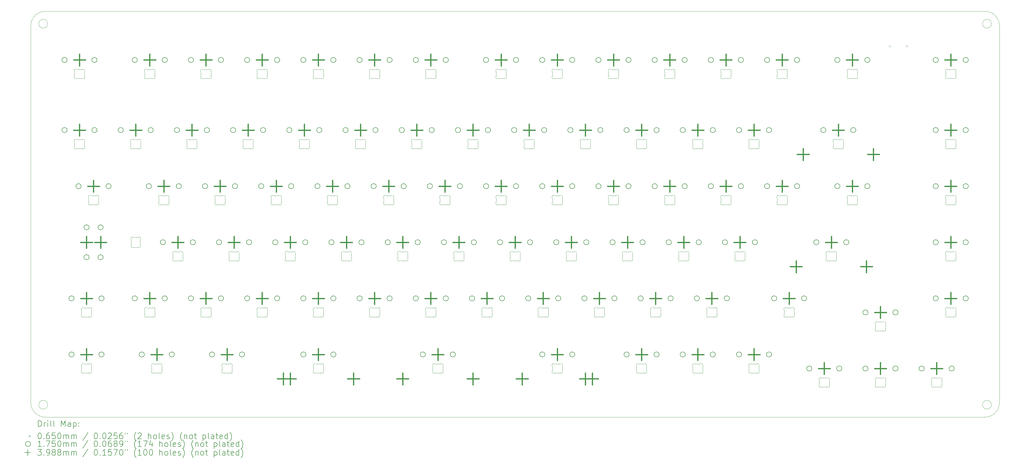
<source format=gbr>
%TF.GenerationSoftware,KiCad,Pcbnew,8.0.4*%
%TF.CreationDate,2024-09-06T17:25:09+02:00*%
%TF.ProjectId,kicad8,6b696361-6438-42e6-9b69-6361645f7063,rev?*%
%TF.SameCoordinates,Original*%
%TF.FileFunction,Drillmap*%
%TF.FilePolarity,Positive*%
%FSLAX45Y45*%
G04 Gerber Fmt 4.5, Leading zero omitted, Abs format (unit mm)*
G04 Created by KiCad (PCBNEW 8.0.4) date 2024-09-06 17:25:09*
%MOMM*%
%LPD*%
G01*
G04 APERTURE LIST*
%ADD10C,0.100000*%
%ADD11C,0.200000*%
%ADD12C,0.175000*%
%ADD13C,0.398780*%
G04 APERTURE END LIST*
D10*
X1385859Y-14185136D02*
G75*
G02*
X1085859Y-14185136I-150000J0D01*
G01*
X1085859Y-14185136D02*
G75*
G02*
X1385859Y-14185136I150000J0D01*
G01*
X1313673Y-14607322D02*
G75*
G02*
X813673Y-14107322I0J500000D01*
G01*
X33146173Y-824822D02*
G75*
G02*
X33646168Y-1324823I-3J-499998D01*
G01*
X813673Y-14107322D02*
X813673Y-1324823D01*
X33646173Y-14107322D02*
G75*
G02*
X33146173Y-14607323I-500003J3D01*
G01*
X33646173Y-1324823D02*
X33646173Y-14107322D01*
X33371699Y-14185136D02*
G75*
G02*
X33071699Y-14185136I-150000J0D01*
G01*
X33071699Y-14185136D02*
G75*
G02*
X33371699Y-14185136I150000J0D01*
G01*
X1385860Y-1247010D02*
G75*
G02*
X1085860Y-1247010I-150000J0D01*
G01*
X1085860Y-1247010D02*
G75*
G02*
X1385860Y-1247010I150000J0D01*
G01*
X1313673Y-824822D02*
X33146173Y-824822D01*
X33373985Y-1247010D02*
G75*
G02*
X33073985Y-1247010I-150000J0D01*
G01*
X33073985Y-1247010D02*
G75*
G02*
X33373985Y-1247010I150000J0D01*
G01*
X813673Y-1324823D02*
G75*
G02*
X1313673Y-824822I500000J0D01*
G01*
X33146173Y-14607322D02*
X1313673Y-14607322D01*
X28489923Y-7169538D02*
X28489923Y-7310107D01*
X28580477Y-7389822D02*
X28739368Y-7389822D01*
X28739368Y-7089822D02*
X28580477Y-7089822D01*
X28829923Y-7310107D02*
X28829923Y-7169538D01*
X28484974Y-7147850D02*
G75*
G02*
X28489924Y-7169538I-45102J-21702D01*
G01*
X28484974Y-7147850D02*
G75*
G02*
X28555252Y-7082992I45051J21688D01*
G01*
X28489923Y-7310107D02*
G75*
G02*
X28484974Y-7331794I-50035J8D01*
G01*
X28555252Y-7396652D02*
G75*
G02*
X28484975Y-7331795I-25226J43170D01*
G01*
X28555252Y-7396652D02*
G75*
G02*
X28580477Y-7389822I25226J-43171D01*
G01*
X28580477Y-7089822D02*
G75*
G02*
X28555252Y-7082992I0J50001D01*
G01*
X28739368Y-7389822D02*
G75*
G02*
X28764594Y-7396652I0J-50001D01*
G01*
X28764594Y-7082993D02*
G75*
G02*
X28739368Y-7089822I-25226J43171D01*
G01*
X28764594Y-7082993D02*
G75*
G02*
X28834871Y-7147850I25226J-43170D01*
G01*
X28829923Y-7169538D02*
G75*
G02*
X28834871Y-7147850I49999J0D01*
G01*
X28834871Y-7331794D02*
G75*
G02*
X28764594Y-7396652I-45051J-21688D01*
G01*
X28834871Y-7331794D02*
G75*
G02*
X28829923Y-7310107I45051J21688D01*
G01*
X31823673Y-9074538D02*
X31823673Y-9215107D01*
X31914227Y-9294823D02*
X32073118Y-9294823D01*
X32073118Y-8994823D02*
X31914227Y-8994823D01*
X32163673Y-9215107D02*
X32163673Y-9074538D01*
X31818724Y-9052851D02*
G75*
G02*
X31823673Y-9074538I-45051J-21688D01*
G01*
X31818724Y-9052851D02*
G75*
G02*
X31889002Y-8987993I45051J21688D01*
G01*
X31823673Y-9215107D02*
G75*
G02*
X31818724Y-9236795I-49999J0D01*
G01*
X31889002Y-9301652D02*
G75*
G02*
X31818724Y-9236795I-25226J43170D01*
G01*
X31889002Y-9301652D02*
G75*
G02*
X31914227Y-9294823I25226J-43171D01*
G01*
X31914227Y-8994823D02*
G75*
G02*
X31889002Y-8987993I0J50001D01*
G01*
X32073118Y-9294823D02*
G75*
G02*
X32098344Y-9301653I0J-50001D01*
G01*
X32098344Y-8987993D02*
G75*
G02*
X32073118Y-8994823I-25226J43171D01*
G01*
X32098344Y-8987993D02*
G75*
G02*
X32168621Y-9052850I25226J-43170D01*
G01*
X32163673Y-9074538D02*
G75*
G02*
X32168621Y-9052851I50035J-8D01*
G01*
X32168621Y-9236795D02*
G75*
G02*
X32098344Y-9301653I-45051J-21688D01*
G01*
X32168621Y-9236795D02*
G75*
G02*
X32163671Y-9215107I45102J21702D01*
G01*
X2296173Y-5264538D02*
X2296173Y-5405107D01*
X2386727Y-5484823D02*
X2545618Y-5484823D01*
X2545618Y-5184823D02*
X2386728Y-5184823D01*
X2636173Y-5405107D02*
X2636173Y-5264538D01*
X2291224Y-5242851D02*
G75*
G02*
X2296173Y-5264538I-45051J-21688D01*
G01*
X2291224Y-5242851D02*
G75*
G02*
X2361502Y-5177993I45051J21688D01*
G01*
X2296173Y-5405107D02*
G75*
G02*
X2291224Y-5426795I-49999J0D01*
G01*
X2361502Y-5491652D02*
G75*
G02*
X2291224Y-5426795I-25226J43170D01*
G01*
X2361502Y-5491652D02*
G75*
G02*
X2386727Y-5484823I25226J-43171D01*
G01*
X2386728Y-5184823D02*
G75*
G02*
X2361502Y-5177993I0J50001D01*
G01*
X2545618Y-5484823D02*
G75*
G02*
X2570844Y-5491653I0J-50001D01*
G01*
X2570844Y-5177993D02*
G75*
G02*
X2545618Y-5184823I-25226J43171D01*
G01*
X2570844Y-5177993D02*
G75*
G02*
X2641121Y-5242850I25226J-43170D01*
G01*
X2636173Y-5264538D02*
G75*
G02*
X2641121Y-5242851I50035J-8D01*
G01*
X2641121Y-5426795D02*
G75*
G02*
X2570844Y-5491653I-45051J-21688D01*
G01*
X2641121Y-5426795D02*
G75*
G02*
X2636171Y-5405107I45102J21702D01*
G01*
X18488673Y-12884538D02*
X18488673Y-13025107D01*
X18579227Y-13104822D02*
X18738118Y-13104822D01*
X18738118Y-12804823D02*
X18579228Y-12804823D01*
X18828673Y-13025107D02*
X18828673Y-12884538D01*
X18483724Y-12862850D02*
G75*
G02*
X18488673Y-12884538I-45051J-21688D01*
G01*
X18483724Y-12862851D02*
G75*
G02*
X18554002Y-12797993I45051J21688D01*
G01*
X18488673Y-13025107D02*
G75*
G02*
X18483724Y-13046795I-49999J0D01*
G01*
X18554002Y-13111652D02*
G75*
G02*
X18483724Y-13046795I-25226J43170D01*
G01*
X18554002Y-13111652D02*
G75*
G02*
X18579227Y-13104822I25226J-43170D01*
G01*
X18579228Y-12804823D02*
G75*
G02*
X18554002Y-12797993I0J50001D01*
G01*
X18738118Y-13104823D02*
G75*
G02*
X18763344Y-13111652I0J-50001D01*
G01*
X18763344Y-12797993D02*
G75*
G02*
X18738118Y-12804822I-25226J43171D01*
G01*
X18763344Y-12797993D02*
G75*
G02*
X18833621Y-12862850I25226J-43170D01*
G01*
X18828673Y-12884538D02*
G75*
G02*
X18833621Y-12862850I50035J-8D01*
G01*
X18833621Y-13046795D02*
G75*
G02*
X18763344Y-13111652I-45051J-21688D01*
G01*
X18833621Y-13046795D02*
G75*
G02*
X18828671Y-13025107I45102J21702D01*
G01*
X31823673Y-7169538D02*
X31823673Y-7310107D01*
X31914227Y-7389822D02*
X32073118Y-7389822D01*
X32073118Y-7089822D02*
X31914227Y-7089822D01*
X32163673Y-7310107D02*
X32163673Y-7169538D01*
X31818724Y-7147850D02*
G75*
G02*
X31823674Y-7169538I-45102J-21702D01*
G01*
X31818724Y-7147850D02*
G75*
G02*
X31889002Y-7082992I45051J21688D01*
G01*
X31823673Y-7310107D02*
G75*
G02*
X31818724Y-7331794I-50035J8D01*
G01*
X31889002Y-7396652D02*
G75*
G02*
X31818725Y-7331795I-25226J43170D01*
G01*
X31889002Y-7396652D02*
G75*
G02*
X31914227Y-7389822I25226J-43171D01*
G01*
X31914227Y-7089822D02*
G75*
G02*
X31889002Y-7082992I0J50001D01*
G01*
X32073118Y-7389822D02*
G75*
G02*
X32098344Y-7396652I0J-50001D01*
G01*
X32098344Y-7082993D02*
G75*
G02*
X32073118Y-7089822I-25226J43171D01*
G01*
X32098344Y-7082993D02*
G75*
G02*
X32168621Y-7147850I25226J-43170D01*
G01*
X32163673Y-7169538D02*
G75*
G02*
X32168621Y-7147850I49999J0D01*
G01*
X32168621Y-7331794D02*
G75*
G02*
X32098344Y-7396652I-45051J-21688D01*
G01*
X32168621Y-7331794D02*
G75*
G02*
X32163673Y-7310107I45051J21688D01*
G01*
X28489923Y-2883288D02*
X28489923Y-3023857D01*
X28580477Y-3103572D02*
X28739368Y-3103572D01*
X28739368Y-2803572D02*
X28580477Y-2803572D01*
X28829923Y-3023857D02*
X28829923Y-2883288D01*
X28484974Y-2861600D02*
G75*
G02*
X28489924Y-2883288I-45102J-21702D01*
G01*
X28484974Y-2861600D02*
G75*
G02*
X28555252Y-2796742I45051J21688D01*
G01*
X28489923Y-3023857D02*
G75*
G02*
X28484974Y-3045544I-50035J8D01*
G01*
X28555252Y-3110402D02*
G75*
G02*
X28484975Y-3045545I-25226J43170D01*
G01*
X28555252Y-3110402D02*
G75*
G02*
X28580477Y-3103572I25226J-43171D01*
G01*
X28580477Y-2803572D02*
G75*
G02*
X28555252Y-2796742I0J50001D01*
G01*
X28739368Y-3103572D02*
G75*
G02*
X28764594Y-3110402I0J-50001D01*
G01*
X28764594Y-2796743D02*
G75*
G02*
X28739368Y-2803572I-25226J43171D01*
G01*
X28764594Y-2796743D02*
G75*
G02*
X28834871Y-2861600I25226J-43170D01*
G01*
X28829923Y-2883288D02*
G75*
G02*
X28834871Y-2861600I49999J0D01*
G01*
X28834871Y-3045544D02*
G75*
G02*
X28764594Y-3110402I-45051J-21688D01*
G01*
X28834871Y-3045544D02*
G75*
G02*
X28829923Y-3023857I45051J21688D01*
G01*
X14678673Y-7169538D02*
X14678673Y-7310107D01*
X14769227Y-7389822D02*
X14928118Y-7389822D01*
X14928118Y-7089822D02*
X14769227Y-7089822D01*
X15018673Y-7310107D02*
X15018673Y-7169538D01*
X14673724Y-7147850D02*
G75*
G02*
X14678674Y-7169538I-45102J-21702D01*
G01*
X14673724Y-7147850D02*
G75*
G02*
X14744002Y-7082992I45051J21688D01*
G01*
X14678673Y-7310107D02*
G75*
G02*
X14673724Y-7331794I-50035J8D01*
G01*
X14744002Y-7396652D02*
G75*
G02*
X14673725Y-7331795I-25226J43170D01*
G01*
X14744002Y-7396652D02*
G75*
G02*
X14769227Y-7389822I25226J-43171D01*
G01*
X14769227Y-7089822D02*
G75*
G02*
X14744002Y-7082992I0J50001D01*
G01*
X14928118Y-7389822D02*
G75*
G02*
X14953344Y-7396652I0J-50001D01*
G01*
X14953344Y-7082993D02*
G75*
G02*
X14928118Y-7089822I-25226J43171D01*
G01*
X14953344Y-7082993D02*
G75*
G02*
X15023621Y-7147850I25226J-43170D01*
G01*
X15018673Y-7169538D02*
G75*
G02*
X15023621Y-7147850I49999J0D01*
G01*
X15023621Y-7331794D02*
G75*
G02*
X14953344Y-7396652I-45051J-21688D01*
G01*
X15023621Y-7331794D02*
G75*
G02*
X15018673Y-7310107I45051J21688D01*
G01*
X12297423Y-2883288D02*
X12297423Y-3023857D01*
X12387977Y-3103572D02*
X12546868Y-3103572D01*
X12546868Y-2803572D02*
X12387977Y-2803572D01*
X12637423Y-3023857D02*
X12637423Y-2883288D01*
X12292474Y-2861600D02*
G75*
G02*
X12297424Y-2883288I-45102J-21702D01*
G01*
X12292474Y-2861600D02*
G75*
G02*
X12362752Y-2796742I45051J21688D01*
G01*
X12297423Y-3023857D02*
G75*
G02*
X12292474Y-3045544I-50035J8D01*
G01*
X12362752Y-3110402D02*
G75*
G02*
X12292475Y-3045545I-25226J43170D01*
G01*
X12362752Y-3110402D02*
G75*
G02*
X12387977Y-3103572I25226J-43171D01*
G01*
X12387977Y-2803572D02*
G75*
G02*
X12362752Y-2796742I0J50001D01*
G01*
X12546868Y-3103572D02*
G75*
G02*
X12572094Y-3110402I0J-50001D01*
G01*
X12572094Y-2796743D02*
G75*
G02*
X12546868Y-2803572I-25226J43171D01*
G01*
X12572094Y-2796743D02*
G75*
G02*
X12642371Y-2861600I25226J-43170D01*
G01*
X12637423Y-2883288D02*
G75*
G02*
X12642371Y-2861600I49999J0D01*
G01*
X12642371Y-3045544D02*
G75*
G02*
X12572094Y-3110402I-45051J-21688D01*
G01*
X12642371Y-3045544D02*
G75*
G02*
X12637423Y-3023857I45051J21688D01*
G01*
X9916173Y-5264538D02*
X9916173Y-5405107D01*
X10006727Y-5484823D02*
X10165618Y-5484823D01*
X10165618Y-5184823D02*
X10006728Y-5184823D01*
X10256173Y-5405107D02*
X10256173Y-5264538D01*
X9911224Y-5242851D02*
G75*
G02*
X9916173Y-5264538I-45051J-21688D01*
G01*
X9911224Y-5242851D02*
G75*
G02*
X9981502Y-5177993I45051J21688D01*
G01*
X9916173Y-5405107D02*
G75*
G02*
X9911224Y-5426795I-49999J0D01*
G01*
X9981502Y-5491652D02*
G75*
G02*
X9911224Y-5426795I-25226J43170D01*
G01*
X9981502Y-5491652D02*
G75*
G02*
X10006727Y-5484823I25226J-43171D01*
G01*
X10006728Y-5184823D02*
G75*
G02*
X9981502Y-5177993I0J50001D01*
G01*
X10165618Y-5484823D02*
G75*
G02*
X10190844Y-5491653I0J-50001D01*
G01*
X10190844Y-5177993D02*
G75*
G02*
X10165618Y-5184823I-25226J43171D01*
G01*
X10190844Y-5177993D02*
G75*
G02*
X10261121Y-5242850I25226J-43170D01*
G01*
X10256173Y-5264538D02*
G75*
G02*
X10261121Y-5242851I50035J-8D01*
G01*
X10261121Y-5426795D02*
G75*
G02*
X10190844Y-5491653I-45051J-21688D01*
G01*
X10261121Y-5426795D02*
G75*
G02*
X10256171Y-5405107I45102J21702D01*
G01*
X18964923Y-9074538D02*
X18964923Y-9215107D01*
X19055477Y-9294823D02*
X19214368Y-9294823D01*
X19214368Y-8994823D02*
X19055478Y-8994823D01*
X19304923Y-9215107D02*
X19304923Y-9074538D01*
X18959974Y-9052851D02*
G75*
G02*
X18964923Y-9074538I-45051J-21688D01*
G01*
X18959974Y-9052851D02*
G75*
G02*
X19030252Y-8987993I45051J21688D01*
G01*
X18964923Y-9215107D02*
G75*
G02*
X18959974Y-9236795I-49999J0D01*
G01*
X19030252Y-9301652D02*
G75*
G02*
X18959974Y-9236795I-25226J43170D01*
G01*
X19030252Y-9301652D02*
G75*
G02*
X19055477Y-9294823I25226J-43171D01*
G01*
X19055478Y-8994823D02*
G75*
G02*
X19030252Y-8987993I0J50001D01*
G01*
X19214368Y-9294823D02*
G75*
G02*
X19239594Y-9301653I0J-50001D01*
G01*
X19239594Y-8987993D02*
G75*
G02*
X19214368Y-8994823I-25226J43171D01*
G01*
X19239594Y-8987993D02*
G75*
G02*
X19309871Y-9052850I25226J-43170D01*
G01*
X19304923Y-9074538D02*
G75*
G02*
X19309871Y-9052851I50035J-8D01*
G01*
X19309871Y-9236795D02*
G75*
G02*
X19239594Y-9301653I-45051J-21688D01*
G01*
X19309871Y-9236795D02*
G75*
G02*
X19304921Y-9215107I45102J21702D01*
G01*
X22774923Y-9074538D02*
X22774923Y-9215107D01*
X22865477Y-9294823D02*
X23024368Y-9294823D01*
X23024368Y-8994823D02*
X22865477Y-8994823D01*
X23114923Y-9215107D02*
X23114923Y-9074538D01*
X22769974Y-9052851D02*
G75*
G02*
X22774923Y-9074538I-45051J-21688D01*
G01*
X22769974Y-9052851D02*
G75*
G02*
X22840252Y-8987993I45051J21688D01*
G01*
X22774923Y-9215107D02*
G75*
G02*
X22769974Y-9236795I-49999J0D01*
G01*
X22840252Y-9301652D02*
G75*
G02*
X22769974Y-9236795I-25226J43170D01*
G01*
X22840252Y-9301652D02*
G75*
G02*
X22865477Y-9294823I25226J-43171D01*
G01*
X22865477Y-8994823D02*
G75*
G02*
X22840252Y-8987993I0J50001D01*
G01*
X23024368Y-9294823D02*
G75*
G02*
X23049594Y-9301653I0J-50001D01*
G01*
X23049594Y-8987993D02*
G75*
G02*
X23024368Y-8994823I-25226J43171D01*
G01*
X23049594Y-8987993D02*
G75*
G02*
X23119871Y-9052850I25226J-43170D01*
G01*
X23114923Y-9074538D02*
G75*
G02*
X23119871Y-9052851I50035J-8D01*
G01*
X23119871Y-9236795D02*
G75*
G02*
X23049594Y-9301653I-45051J-21688D01*
G01*
X23119871Y-9236795D02*
G75*
G02*
X23114921Y-9215107I45102J21702D01*
G01*
X6582423Y-10979538D02*
X6582423Y-11120107D01*
X6672977Y-11199822D02*
X6831868Y-11199822D01*
X6831868Y-10899823D02*
X6672977Y-10899823D01*
X6922423Y-11120107D02*
X6922423Y-10979538D01*
X6577474Y-10957850D02*
G75*
G02*
X6582424Y-10979538I-45102J-21702D01*
G01*
X6577474Y-10957850D02*
G75*
G02*
X6647752Y-10892993I45051J21688D01*
G01*
X6582423Y-11120107D02*
G75*
G02*
X6577474Y-11141794I-50035J8D01*
G01*
X6647752Y-11206652D02*
G75*
G02*
X6577475Y-11141795I-25226J43170D01*
G01*
X6647752Y-11206652D02*
G75*
G02*
X6672977Y-11199822I25226J-43171D01*
G01*
X6672977Y-10899822D02*
G75*
G02*
X6647752Y-10892993I0J50001D01*
G01*
X6831868Y-11199822D02*
G75*
G02*
X6857094Y-11206652I0J-50001D01*
G01*
X6857094Y-10892993D02*
G75*
G02*
X6831868Y-10899823I-25226J43171D01*
G01*
X6857094Y-10892993D02*
G75*
G02*
X6927371Y-10957850I25226J-43170D01*
G01*
X6922423Y-10979538D02*
G75*
G02*
X6927371Y-10957850I49999J0D01*
G01*
X6927371Y-11141794D02*
G75*
G02*
X6857094Y-11206652I-45051J-21688D01*
G01*
X6927371Y-11141794D02*
G75*
G02*
X6922423Y-11120107I45051J21688D01*
G01*
X4677423Y-10979538D02*
X4677423Y-11120107D01*
X4767978Y-11199822D02*
X4926868Y-11199822D01*
X4926868Y-10899823D02*
X4767978Y-10899823D01*
X5017423Y-11120107D02*
X5017423Y-10979538D01*
X4672474Y-10957850D02*
G75*
G02*
X4677424Y-10979538I-45102J-21702D01*
G01*
X4672474Y-10957850D02*
G75*
G02*
X4742752Y-10892993I45051J21688D01*
G01*
X4677423Y-11120107D02*
G75*
G02*
X4672474Y-11141794I-50035J8D01*
G01*
X4742752Y-11206652D02*
G75*
G02*
X4672475Y-11141795I-25226J43170D01*
G01*
X4742752Y-11206652D02*
G75*
G02*
X4767978Y-11199822I25226J-43171D01*
G01*
X4767977Y-10899822D02*
G75*
G02*
X4742752Y-10892993I0J50001D01*
G01*
X4926868Y-11199822D02*
G75*
G02*
X4952094Y-11206652I0J-50001D01*
G01*
X4952094Y-10892993D02*
G75*
G02*
X4926868Y-10899823I-25226J43171D01*
G01*
X4952094Y-10892993D02*
G75*
G02*
X5022371Y-10957850I25226J-43170D01*
G01*
X5017423Y-10979538D02*
G75*
G02*
X5022371Y-10957850I49999J0D01*
G01*
X5022371Y-11141794D02*
G75*
G02*
X4952094Y-11206652I-45051J-21688D01*
G01*
X5022371Y-11141794D02*
G75*
G02*
X5017423Y-11120107I45051J21688D01*
G01*
X7534923Y-9074538D02*
X7534923Y-9215107D01*
X7625477Y-9294823D02*
X7784368Y-9294823D01*
X7784368Y-8994823D02*
X7625477Y-8994823D01*
X7874923Y-9215107D02*
X7874923Y-9074538D01*
X7529974Y-9052851D02*
G75*
G02*
X7534923Y-9074538I-45051J-21688D01*
G01*
X7529974Y-9052851D02*
G75*
G02*
X7600252Y-8987993I45051J21688D01*
G01*
X7534923Y-9215107D02*
G75*
G02*
X7529974Y-9236795I-49999J0D01*
G01*
X7600252Y-9301652D02*
G75*
G02*
X7529974Y-9236795I-25226J43170D01*
G01*
X7600252Y-9301652D02*
G75*
G02*
X7625477Y-9294823I25226J-43171D01*
G01*
X7625477Y-8994823D02*
G75*
G02*
X7600252Y-8987993I0J50001D01*
G01*
X7784368Y-9294823D02*
G75*
G02*
X7809594Y-9301653I0J-50001D01*
G01*
X7809594Y-8987993D02*
G75*
G02*
X7784368Y-8994823I-25226J43171D01*
G01*
X7809594Y-8987993D02*
G75*
G02*
X7879871Y-9052850I25226J-43170D01*
G01*
X7874923Y-9074538D02*
G75*
G02*
X7879871Y-9052851I50035J-8D01*
G01*
X7879871Y-9236795D02*
G75*
G02*
X7809594Y-9301653I-45051J-21688D01*
G01*
X7879871Y-9236795D02*
G75*
G02*
X7874921Y-9215107I45102J21702D01*
G01*
X24679923Y-9074538D02*
X24679923Y-9215107D01*
X24770477Y-9294823D02*
X24929368Y-9294823D01*
X24929368Y-8994823D02*
X24770477Y-8994823D01*
X25019923Y-9215107D02*
X25019923Y-9074538D01*
X24674974Y-9052851D02*
G75*
G02*
X24679923Y-9074538I-45051J-21688D01*
G01*
X24674974Y-9052851D02*
G75*
G02*
X24745252Y-8987993I45051J21688D01*
G01*
X24679923Y-9215107D02*
G75*
G02*
X24674974Y-9236795I-49999J0D01*
G01*
X24745252Y-9301652D02*
G75*
G02*
X24674974Y-9236795I-25226J43170D01*
G01*
X24745252Y-9301652D02*
G75*
G02*
X24770477Y-9294823I25226J-43171D01*
G01*
X24770477Y-8994823D02*
G75*
G02*
X24745252Y-8987993I0J50001D01*
G01*
X24929368Y-9294823D02*
G75*
G02*
X24954594Y-9301653I0J-50001D01*
G01*
X24954594Y-8987993D02*
G75*
G02*
X24929368Y-8994823I-25226J43171D01*
G01*
X24954594Y-8987993D02*
G75*
G02*
X25024871Y-9052850I25226J-43170D01*
G01*
X25019923Y-9074538D02*
G75*
G02*
X25024871Y-9052851I50035J-8D01*
G01*
X25024871Y-9236795D02*
G75*
G02*
X24954594Y-9301653I-45051J-21688D01*
G01*
X25024871Y-9236795D02*
G75*
G02*
X25019921Y-9215107I45102J21702D01*
G01*
X10392423Y-10979538D02*
X10392423Y-11120107D01*
X10482978Y-11199822D02*
X10641868Y-11199822D01*
X10641868Y-10899823D02*
X10482978Y-10899823D01*
X10732423Y-11120107D02*
X10732423Y-10979538D01*
X10387474Y-10957850D02*
G75*
G02*
X10392424Y-10979538I-45102J-21702D01*
G01*
X10387474Y-10957850D02*
G75*
G02*
X10457752Y-10892993I45051J21688D01*
G01*
X10392423Y-11120107D02*
G75*
G02*
X10387474Y-11141794I-50035J8D01*
G01*
X10457752Y-11206652D02*
G75*
G02*
X10387475Y-11141795I-25226J43170D01*
G01*
X10457752Y-11206652D02*
G75*
G02*
X10482978Y-11199822I25226J-43171D01*
G01*
X10482977Y-10899822D02*
G75*
G02*
X10457752Y-10892993I0J50001D01*
G01*
X10641868Y-11199822D02*
G75*
G02*
X10667094Y-11206652I0J-50001D01*
G01*
X10667094Y-10892993D02*
G75*
G02*
X10641868Y-10899823I-25226J43171D01*
G01*
X10667094Y-10892993D02*
G75*
G02*
X10737371Y-10957850I25226J-43170D01*
G01*
X10732423Y-10979538D02*
G75*
G02*
X10737371Y-10957850I49999J0D01*
G01*
X10737371Y-11141794D02*
G75*
G02*
X10667094Y-11206652I-45051J-21688D01*
G01*
X10737371Y-11141794D02*
G75*
G02*
X10732423Y-11120107I45051J21688D01*
G01*
X22298673Y-7169538D02*
X22298673Y-7310107D01*
X22389227Y-7389822D02*
X22548118Y-7389822D01*
X22548118Y-7089822D02*
X22389227Y-7089822D01*
X22638673Y-7310107D02*
X22638673Y-7169538D01*
X22293724Y-7147850D02*
G75*
G02*
X22298674Y-7169538I-45102J-21702D01*
G01*
X22293724Y-7147850D02*
G75*
G02*
X22364002Y-7082992I45051J21688D01*
G01*
X22298673Y-7310107D02*
G75*
G02*
X22293724Y-7331794I-50035J8D01*
G01*
X22364002Y-7396652D02*
G75*
G02*
X22293725Y-7331795I-25226J43170D01*
G01*
X22364002Y-7396652D02*
G75*
G02*
X22389227Y-7389822I25226J-43171D01*
G01*
X22389227Y-7089822D02*
G75*
G02*
X22364002Y-7082992I0J50001D01*
G01*
X22548118Y-7389822D02*
G75*
G02*
X22573344Y-7396652I0J-50001D01*
G01*
X22573344Y-7082993D02*
G75*
G02*
X22548118Y-7089822I-25226J43171D01*
G01*
X22573344Y-7082993D02*
G75*
G02*
X22643621Y-7147850I25226J-43170D01*
G01*
X22638673Y-7169538D02*
G75*
G02*
X22643621Y-7147850I49999J0D01*
G01*
X22643621Y-7331794D02*
G75*
G02*
X22573344Y-7396652I-45051J-21688D01*
G01*
X22643621Y-7331794D02*
G75*
G02*
X22638673Y-7310107I45051J21688D01*
G01*
X31823673Y-10979538D02*
X31823673Y-11120107D01*
X31914227Y-11199822D02*
X32073118Y-11199822D01*
X32073118Y-10899823D02*
X31914227Y-10899823D01*
X32163673Y-11120107D02*
X32163673Y-10979538D01*
X31818724Y-10957850D02*
G75*
G02*
X31823674Y-10979538I-45102J-21702D01*
G01*
X31818724Y-10957850D02*
G75*
G02*
X31889002Y-10892993I45051J21688D01*
G01*
X31823673Y-11120107D02*
G75*
G02*
X31818724Y-11141794I-50035J8D01*
G01*
X31889002Y-11206652D02*
G75*
G02*
X31818725Y-11141795I-25226J43170D01*
G01*
X31889002Y-11206652D02*
G75*
G02*
X31914227Y-11199822I25226J-43171D01*
G01*
X31914227Y-10899822D02*
G75*
G02*
X31889002Y-10892993I0J50001D01*
G01*
X32073118Y-11199822D02*
G75*
G02*
X32098344Y-11206652I0J-50001D01*
G01*
X32098344Y-10892993D02*
G75*
G02*
X32073118Y-10899823I-25226J43171D01*
G01*
X32098344Y-10892993D02*
G75*
G02*
X32168621Y-10957850I25226J-43170D01*
G01*
X32163673Y-10979538D02*
G75*
G02*
X32168621Y-10957850I49999J0D01*
G01*
X32168621Y-11141794D02*
G75*
G02*
X32098344Y-11206652I-45051J-21688D01*
G01*
X32168621Y-11141794D02*
G75*
G02*
X32163673Y-11120107I45051J21688D01*
G01*
X16583673Y-7169538D02*
X16583673Y-7310107D01*
X16674227Y-7389822D02*
X16833118Y-7389822D01*
X16833118Y-7089822D02*
X16674227Y-7089822D01*
X16923673Y-7310107D02*
X16923673Y-7169538D01*
X16578724Y-7147850D02*
G75*
G02*
X16583674Y-7169538I-45102J-21702D01*
G01*
X16578724Y-7147850D02*
G75*
G02*
X16649002Y-7082992I45051J21688D01*
G01*
X16583673Y-7310107D02*
G75*
G02*
X16578724Y-7331794I-50035J8D01*
G01*
X16649002Y-7396652D02*
G75*
G02*
X16578725Y-7331795I-25226J43170D01*
G01*
X16649002Y-7396652D02*
G75*
G02*
X16674227Y-7389822I25226J-43171D01*
G01*
X16674227Y-7089822D02*
G75*
G02*
X16649002Y-7082992I0J50001D01*
G01*
X16833118Y-7389822D02*
G75*
G02*
X16858344Y-7396652I0J-50001D01*
G01*
X16858344Y-7082993D02*
G75*
G02*
X16833118Y-7089822I-25226J43171D01*
G01*
X16858344Y-7082993D02*
G75*
G02*
X16928621Y-7147850I25226J-43170D01*
G01*
X16923673Y-7169538D02*
G75*
G02*
X16928621Y-7147850I49999J0D01*
G01*
X16928621Y-7331794D02*
G75*
G02*
X16858344Y-7396652I-45051J-21688D01*
G01*
X16928621Y-7331794D02*
G75*
G02*
X16923673Y-7310107I45051J21688D01*
G01*
X12773673Y-7169538D02*
X12773673Y-7310107D01*
X12864227Y-7389822D02*
X13023118Y-7389822D01*
X13023118Y-7089822D02*
X12864227Y-7089822D01*
X13113673Y-7310107D02*
X13113673Y-7169538D01*
X12768724Y-7147850D02*
G75*
G02*
X12773674Y-7169538I-45102J-21702D01*
G01*
X12768724Y-7147850D02*
G75*
G02*
X12839002Y-7082992I45051J21688D01*
G01*
X12773673Y-7310107D02*
G75*
G02*
X12768724Y-7331794I-50035J8D01*
G01*
X12839002Y-7396652D02*
G75*
G02*
X12768725Y-7331795I-25226J43170D01*
G01*
X12839002Y-7396652D02*
G75*
G02*
X12864227Y-7389822I25226J-43171D01*
G01*
X12864227Y-7089822D02*
G75*
G02*
X12839002Y-7082992I0J50001D01*
G01*
X13023118Y-7389822D02*
G75*
G02*
X13048344Y-7396652I0J-50001D01*
G01*
X13048344Y-7082993D02*
G75*
G02*
X13023118Y-7089822I-25226J43171D01*
G01*
X13048344Y-7082993D02*
G75*
G02*
X13118621Y-7147850I25226J-43170D01*
G01*
X13113673Y-7169538D02*
G75*
G02*
X13118621Y-7147850I49999J0D01*
G01*
X13118621Y-7331794D02*
G75*
G02*
X13048344Y-7396652I-45051J-21688D01*
G01*
X13118621Y-7331794D02*
G75*
G02*
X13113673Y-7310107I45051J21688D01*
G01*
X16583673Y-2883288D02*
X16583673Y-3023857D01*
X16674227Y-3103572D02*
X16833118Y-3103572D01*
X16833118Y-2803572D02*
X16674227Y-2803572D01*
X16923673Y-3023857D02*
X16923673Y-2883288D01*
X16578724Y-2861600D02*
G75*
G02*
X16583674Y-2883288I-45102J-21702D01*
G01*
X16578724Y-2861600D02*
G75*
G02*
X16649002Y-2796742I45051J21688D01*
G01*
X16583673Y-3023857D02*
G75*
G02*
X16578724Y-3045544I-50035J8D01*
G01*
X16649002Y-3110402D02*
G75*
G02*
X16578725Y-3045545I-25226J43170D01*
G01*
X16649002Y-3110402D02*
G75*
G02*
X16674227Y-3103572I25226J-43171D01*
G01*
X16674227Y-2803572D02*
G75*
G02*
X16649002Y-2796742I0J50001D01*
G01*
X16833118Y-3103572D02*
G75*
G02*
X16858344Y-3110402I0J-50001D01*
G01*
X16858344Y-2796743D02*
G75*
G02*
X16833118Y-2803572I-25226J43171D01*
G01*
X16858344Y-2796743D02*
G75*
G02*
X16928621Y-2861600I25226J-43170D01*
G01*
X16923673Y-2883288D02*
G75*
G02*
X16928621Y-2861600I49999J0D01*
G01*
X16928621Y-3045544D02*
G75*
G02*
X16858344Y-3110402I-45051J-21688D01*
G01*
X16928621Y-3045544D02*
G75*
G02*
X16923673Y-3023857I45051J21688D01*
G01*
X7058673Y-7169538D02*
X7058673Y-7310107D01*
X7149227Y-7389822D02*
X7308118Y-7389822D01*
X7308118Y-7089822D02*
X7149227Y-7089822D01*
X7398673Y-7310107D02*
X7398673Y-7169538D01*
X7053724Y-7147850D02*
G75*
G02*
X7058674Y-7169538I-45102J-21702D01*
G01*
X7053724Y-7147850D02*
G75*
G02*
X7124002Y-7082992I45051J21688D01*
G01*
X7058673Y-7310107D02*
G75*
G02*
X7053724Y-7331794I-50035J8D01*
G01*
X7124002Y-7396652D02*
G75*
G02*
X7053725Y-7331795I-25226J43170D01*
G01*
X7124002Y-7396652D02*
G75*
G02*
X7149227Y-7389822I25226J-43171D01*
G01*
X7149227Y-7089822D02*
G75*
G02*
X7124002Y-7082992I0J50001D01*
G01*
X7308118Y-7389822D02*
G75*
G02*
X7333344Y-7396652I0J-50001D01*
G01*
X7333344Y-7082993D02*
G75*
G02*
X7308118Y-7089822I-25226J43171D01*
G01*
X7333344Y-7082993D02*
G75*
G02*
X7403621Y-7147850I25226J-43170D01*
G01*
X7398673Y-7169538D02*
G75*
G02*
X7403621Y-7147850I49999J0D01*
G01*
X7403621Y-7331794D02*
G75*
G02*
X7333344Y-7396652I-45051J-21688D01*
G01*
X7403621Y-7331794D02*
G75*
G02*
X7398673Y-7310107I45051J21688D01*
G01*
X25156173Y-12884538D02*
X25156173Y-13025107D01*
X25246727Y-13104822D02*
X25405618Y-13104822D01*
X25405618Y-12804823D02*
X25246727Y-12804823D01*
X25496173Y-13025107D02*
X25496173Y-12884538D01*
X25151224Y-12862851D02*
G75*
G02*
X25156173Y-12884538I-45051J-21688D01*
G01*
X25151224Y-12862851D02*
G75*
G02*
X25221502Y-12797993I45051J21688D01*
G01*
X25156173Y-13025107D02*
G75*
G02*
X25151224Y-13046795I-49999J0D01*
G01*
X25221502Y-13111652D02*
G75*
G02*
X25151224Y-13046795I-25226J43170D01*
G01*
X25221502Y-13111652D02*
G75*
G02*
X25246727Y-13104822I25226J-43171D01*
G01*
X25246727Y-12804823D02*
G75*
G02*
X25221502Y-12797993I0J50001D01*
G01*
X25405618Y-13104823D02*
G75*
G02*
X25430844Y-13111652I0J-50001D01*
G01*
X25430844Y-12797993D02*
G75*
G02*
X25405618Y-12804822I-25226J43171D01*
G01*
X25430844Y-12797993D02*
G75*
G02*
X25501121Y-12862850I25226J-43170D01*
G01*
X25496173Y-12884538D02*
G75*
G02*
X25501121Y-12862851I50035J-8D01*
G01*
X25501121Y-13046795D02*
G75*
G02*
X25430844Y-13111652I-45051J-21688D01*
G01*
X25501121Y-13046795D02*
G75*
G02*
X25496171Y-13025107I45102J21702D01*
G01*
X23727423Y-10979538D02*
X23727423Y-11120107D01*
X23817977Y-11199822D02*
X23976868Y-11199822D01*
X23976868Y-10899823D02*
X23817977Y-10899823D01*
X24067423Y-11120107D02*
X24067423Y-10979538D01*
X23722474Y-10957850D02*
G75*
G02*
X23727424Y-10979538I-45102J-21702D01*
G01*
X23722474Y-10957850D02*
G75*
G02*
X23792752Y-10892993I45051J21688D01*
G01*
X23727423Y-11120107D02*
G75*
G02*
X23722474Y-11141794I-50035J8D01*
G01*
X23792752Y-11206652D02*
G75*
G02*
X23722475Y-11141795I-25226J43170D01*
G01*
X23792752Y-11206652D02*
G75*
G02*
X23817977Y-11199822I25226J-43171D01*
G01*
X23817977Y-10899822D02*
G75*
G02*
X23792752Y-10892993I0J50001D01*
G01*
X23976868Y-11199822D02*
G75*
G02*
X24002094Y-11206652I0J-50001D01*
G01*
X24002094Y-10892993D02*
G75*
G02*
X23976868Y-10899823I-25226J43171D01*
G01*
X24002094Y-10892993D02*
G75*
G02*
X24072371Y-10957850I25226J-43170D01*
G01*
X24067423Y-10979538D02*
G75*
G02*
X24072371Y-10957850I49999J0D01*
G01*
X24072371Y-11141794D02*
G75*
G02*
X24002094Y-11206652I-45051J-21688D01*
G01*
X24072371Y-11141794D02*
G75*
G02*
X24067423Y-11120107I45051J21688D01*
G01*
X4221173Y-8589127D02*
X4221173Y-8748018D01*
X4300888Y-8838572D02*
X4441457Y-8838572D01*
X4441457Y-8498573D02*
X4300888Y-8498573D01*
X4521173Y-8748018D02*
X4521173Y-8589127D01*
X4214343Y-8563901D02*
G75*
G02*
X4221173Y-8589127I-43171J-25226D01*
G01*
X4214343Y-8563901D02*
G75*
G02*
X4279201Y-8493624I43170J25226D01*
G01*
X4221173Y-8748018D02*
G75*
G02*
X4214343Y-8773244I-50001J0D01*
G01*
X4279201Y-8843521D02*
G75*
G02*
X4214343Y-8773244I-21688J45051D01*
G01*
X4279201Y-8843521D02*
G75*
G02*
X4300888Y-8838571I21702J-45102D01*
G01*
X4300888Y-8498573D02*
G75*
G02*
X4279201Y-8493624I0J49999D01*
G01*
X4441457Y-8838572D02*
G75*
G02*
X4463145Y-8843521I-8J-50035D01*
G01*
X4463145Y-8493624D02*
G75*
G02*
X4528003Y-8563901I21688J-45051D01*
G01*
X4463145Y-8493624D02*
G75*
G02*
X4441457Y-8498573I-21688J45051D01*
G01*
X4521173Y-8589127D02*
G75*
G02*
X4528003Y-8563901I50001J0D01*
G01*
X4528002Y-8773244D02*
G75*
G02*
X4463145Y-8843521I-43170J-25226D01*
G01*
X4528003Y-8773244D02*
G75*
G02*
X4521173Y-8748018I43171J25226D01*
G01*
X20869923Y-9074538D02*
X20869923Y-9215107D01*
X20960477Y-9294823D02*
X21119368Y-9294823D01*
X21119368Y-8994823D02*
X20960478Y-8994823D01*
X21209923Y-9215107D02*
X21209923Y-9074538D01*
X20864974Y-9052851D02*
G75*
G02*
X20869923Y-9074538I-45051J-21688D01*
G01*
X20864974Y-9052851D02*
G75*
G02*
X20935252Y-8987993I45051J21688D01*
G01*
X20869923Y-9215107D02*
G75*
G02*
X20864974Y-9236795I-49999J0D01*
G01*
X20935252Y-9301652D02*
G75*
G02*
X20864974Y-9236795I-25226J43170D01*
G01*
X20935252Y-9301652D02*
G75*
G02*
X20960477Y-9294823I25226J-43171D01*
G01*
X20960478Y-8994823D02*
G75*
G02*
X20935252Y-8987993I0J50001D01*
G01*
X21119368Y-9294823D02*
G75*
G02*
X21144594Y-9301653I0J-50001D01*
G01*
X21144594Y-8987993D02*
G75*
G02*
X21119368Y-8994823I-25226J43171D01*
G01*
X21144594Y-8987993D02*
G75*
G02*
X21214871Y-9052850I25226J-43170D01*
G01*
X21209923Y-9074538D02*
G75*
G02*
X21214871Y-9052851I50035J-8D01*
G01*
X21214871Y-9236795D02*
G75*
G02*
X21144594Y-9301653I-45051J-21688D01*
G01*
X21214871Y-9236795D02*
G75*
G02*
X21209921Y-9215107I45102J21702D01*
G01*
X15154923Y-9074538D02*
X15154923Y-9215107D01*
X15245477Y-9294823D02*
X15404368Y-9294823D01*
X15404368Y-8994823D02*
X15245477Y-8994823D01*
X15494923Y-9215107D02*
X15494923Y-9074538D01*
X15149974Y-9052851D02*
G75*
G02*
X15154923Y-9074538I-45051J-21688D01*
G01*
X15149974Y-9052851D02*
G75*
G02*
X15220252Y-8987993I45051J21688D01*
G01*
X15154923Y-9215107D02*
G75*
G02*
X15149974Y-9236795I-49999J0D01*
G01*
X15220252Y-9301652D02*
G75*
G02*
X15149974Y-9236795I-25226J43170D01*
G01*
X15220252Y-9301652D02*
G75*
G02*
X15245477Y-9294823I25226J-43171D01*
G01*
X15245477Y-8994823D02*
G75*
G02*
X15220252Y-8987993I0J50001D01*
G01*
X15404368Y-9294823D02*
G75*
G02*
X15429594Y-9301653I0J-50001D01*
G01*
X15429594Y-8987993D02*
G75*
G02*
X15404368Y-8994823I-25226J43171D01*
G01*
X15429594Y-8987993D02*
G75*
G02*
X15499871Y-9052850I25226J-43170D01*
G01*
X15494923Y-9074538D02*
G75*
G02*
X15499871Y-9052851I50035J-8D01*
G01*
X15499871Y-9236795D02*
G75*
G02*
X15429594Y-9301653I-45051J-21688D01*
G01*
X15499871Y-9236795D02*
G75*
G02*
X15494921Y-9215107I45102J21702D01*
G01*
X26346798Y-10979538D02*
X26346798Y-11120107D01*
X26437352Y-11199822D02*
X26596243Y-11199822D01*
X26596243Y-10899823D02*
X26437352Y-10899823D01*
X26686798Y-11120107D02*
X26686798Y-10979538D01*
X26341849Y-10957850D02*
G75*
G02*
X26346799Y-10979538I-45102J-21702D01*
G01*
X26341849Y-10957850D02*
G75*
G02*
X26412127Y-10892993I45051J21688D01*
G01*
X26346798Y-11120107D02*
G75*
G02*
X26341849Y-11141794I-50035J8D01*
G01*
X26412127Y-11206652D02*
G75*
G02*
X26341850Y-11141795I-25226J43170D01*
G01*
X26412127Y-11206652D02*
G75*
G02*
X26437352Y-11199822I25226J-43171D01*
G01*
X26437352Y-10899822D02*
G75*
G02*
X26412127Y-10892993I0J50001D01*
G01*
X26596243Y-11199822D02*
G75*
G02*
X26621469Y-11206652I0J-50001D01*
G01*
X26621469Y-10892993D02*
G75*
G02*
X26596243Y-10899823I-25226J43171D01*
G01*
X26621469Y-10892993D02*
G75*
G02*
X26691746Y-10957850I25226J-43170D01*
G01*
X26686798Y-10979538D02*
G75*
G02*
X26691746Y-10957850I49999J0D01*
G01*
X26691746Y-11141794D02*
G75*
G02*
X26621469Y-11206652I-45051J-21688D01*
G01*
X26691746Y-11141794D02*
G75*
G02*
X26686798Y-11120107I45051J21688D01*
G01*
X2534298Y-10979538D02*
X2534298Y-11120107D01*
X2624853Y-11199822D02*
X2783743Y-11199822D01*
X2783743Y-10899823D02*
X2624853Y-10899823D01*
X2874298Y-11120107D02*
X2874298Y-10979538D01*
X2529349Y-10957850D02*
G75*
G02*
X2534299Y-10979538I-45102J-21702D01*
G01*
X2529349Y-10957850D02*
G75*
G02*
X2599627Y-10892993I45051J21688D01*
G01*
X2534298Y-11120107D02*
G75*
G02*
X2529349Y-11141794I-50035J8D01*
G01*
X2599627Y-11206652D02*
G75*
G02*
X2529350Y-11141795I-25226J43170D01*
G01*
X2599627Y-11206652D02*
G75*
G02*
X2624853Y-11199822I25226J-43171D01*
G01*
X2624852Y-10899822D02*
G75*
G02*
X2599627Y-10892993I0J50001D01*
G01*
X2783743Y-11199822D02*
G75*
G02*
X2808969Y-11206652I0J-50001D01*
G01*
X2808969Y-10892993D02*
G75*
G02*
X2783743Y-10899823I-25226J43171D01*
G01*
X2808969Y-10892993D02*
G75*
G02*
X2879246Y-10957850I25226J-43170D01*
G01*
X2874298Y-10979538D02*
G75*
G02*
X2879246Y-10957850I49999J0D01*
G01*
X2879246Y-11141794D02*
G75*
G02*
X2808969Y-11206652I-45051J-21688D01*
G01*
X2879246Y-11141794D02*
G75*
G02*
X2874298Y-11120107I45051J21688D01*
G01*
X23251173Y-5264538D02*
X23251173Y-5405107D01*
X23341727Y-5484823D02*
X23500618Y-5484823D01*
X23500618Y-5184823D02*
X23341727Y-5184823D01*
X23591173Y-5405107D02*
X23591173Y-5264538D01*
X23246224Y-5242851D02*
G75*
G02*
X23251173Y-5264538I-45051J-21688D01*
G01*
X23246224Y-5242851D02*
G75*
G02*
X23316502Y-5177993I45051J21688D01*
G01*
X23251173Y-5405107D02*
G75*
G02*
X23246224Y-5426795I-49999J0D01*
G01*
X23316502Y-5491652D02*
G75*
G02*
X23246224Y-5426795I-25226J43170D01*
G01*
X23316502Y-5491652D02*
G75*
G02*
X23341727Y-5484823I25226J-43171D01*
G01*
X23341727Y-5184823D02*
G75*
G02*
X23316502Y-5177993I0J50001D01*
G01*
X23500618Y-5484823D02*
G75*
G02*
X23525844Y-5491653I0J-50001D01*
G01*
X23525844Y-5177993D02*
G75*
G02*
X23500618Y-5184823I-25226J43171D01*
G01*
X23525844Y-5177993D02*
G75*
G02*
X23596121Y-5242850I25226J-43170D01*
G01*
X23591173Y-5264538D02*
G75*
G02*
X23596121Y-5242851I50035J-8D01*
G01*
X23596121Y-5426795D02*
G75*
G02*
X23525844Y-5491653I-45051J-21688D01*
G01*
X23596121Y-5426795D02*
G75*
G02*
X23591171Y-5405107I45102J21702D01*
G01*
X11821173Y-5264538D02*
X11821173Y-5405107D01*
X11911727Y-5484823D02*
X12070618Y-5484823D01*
X12070618Y-5184823D02*
X11911727Y-5184823D01*
X12161173Y-5405107D02*
X12161173Y-5264538D01*
X11816224Y-5242851D02*
G75*
G02*
X11821173Y-5264538I-45051J-21688D01*
G01*
X11816224Y-5242851D02*
G75*
G02*
X11886502Y-5177993I45051J21688D01*
G01*
X11821173Y-5405107D02*
G75*
G02*
X11816224Y-5426795I-49999J0D01*
G01*
X11886502Y-5491652D02*
G75*
G02*
X11816224Y-5426795I-25226J43170D01*
G01*
X11886502Y-5491652D02*
G75*
G02*
X11911727Y-5484823I25226J-43171D01*
G01*
X11911727Y-5184823D02*
G75*
G02*
X11886502Y-5177993I0J50001D01*
G01*
X12070618Y-5484823D02*
G75*
G02*
X12095844Y-5491653I0J-50001D01*
G01*
X12095844Y-5177993D02*
G75*
G02*
X12070618Y-5184823I-25226J43171D01*
G01*
X12095844Y-5177993D02*
G75*
G02*
X12166121Y-5242850I25226J-43170D01*
G01*
X12161173Y-5264538D02*
G75*
G02*
X12166121Y-5242851I50035J-8D01*
G01*
X12166121Y-5426795D02*
G75*
G02*
X12095844Y-5491653I-45051J-21688D01*
G01*
X12166121Y-5426795D02*
G75*
G02*
X12161171Y-5405107I45102J21702D01*
G01*
X12297423Y-10979538D02*
X12297423Y-11120107D01*
X12387977Y-11199822D02*
X12546868Y-11199822D01*
X12546868Y-10899823D02*
X12387977Y-10899823D01*
X12637423Y-11120107D02*
X12637423Y-10979538D01*
X12292474Y-10957850D02*
G75*
G02*
X12297424Y-10979538I-45102J-21702D01*
G01*
X12292474Y-10957850D02*
G75*
G02*
X12362752Y-10892993I45051J21688D01*
G01*
X12297423Y-11120107D02*
G75*
G02*
X12292474Y-11141794I-50035J8D01*
G01*
X12362752Y-11206652D02*
G75*
G02*
X12292475Y-11141795I-25226J43170D01*
G01*
X12362752Y-11206652D02*
G75*
G02*
X12387977Y-11199822I25226J-43171D01*
G01*
X12387977Y-10899822D02*
G75*
G02*
X12362752Y-10892993I0J50001D01*
G01*
X12546868Y-11199822D02*
G75*
G02*
X12572094Y-11206652I0J-50001D01*
G01*
X12572094Y-10892993D02*
G75*
G02*
X12546868Y-10899823I-25226J43171D01*
G01*
X12572094Y-10892993D02*
G75*
G02*
X12642371Y-10957850I25226J-43170D01*
G01*
X12637423Y-10979538D02*
G75*
G02*
X12642371Y-10957850I49999J0D01*
G01*
X12642371Y-11141794D02*
G75*
G02*
X12572094Y-11206652I-45051J-21688D01*
G01*
X12642371Y-11141794D02*
G75*
G02*
X12637423Y-11120107I45051J21688D01*
G01*
X24203673Y-7169538D02*
X24203673Y-7310107D01*
X24294227Y-7389822D02*
X24453118Y-7389822D01*
X24453118Y-7089822D02*
X24294227Y-7089822D01*
X24543673Y-7310107D02*
X24543673Y-7169538D01*
X24198724Y-7147850D02*
G75*
G02*
X24203674Y-7169538I-45102J-21702D01*
G01*
X24198724Y-7147850D02*
G75*
G02*
X24269002Y-7082992I45051J21688D01*
G01*
X24203673Y-7310107D02*
G75*
G02*
X24198724Y-7331794I-50035J8D01*
G01*
X24269002Y-7396652D02*
G75*
G02*
X24198725Y-7331795I-25226J43170D01*
G01*
X24269002Y-7396652D02*
G75*
G02*
X24294227Y-7389822I25226J-43171D01*
G01*
X24294227Y-7089822D02*
G75*
G02*
X24269002Y-7082992I0J50001D01*
G01*
X24453118Y-7389822D02*
G75*
G02*
X24478344Y-7396652I0J-50001D01*
G01*
X24478344Y-7082993D02*
G75*
G02*
X24453118Y-7089822I-25226J43171D01*
G01*
X24478344Y-7082993D02*
G75*
G02*
X24548621Y-7147850I25226J-43170D01*
G01*
X24543673Y-7169538D02*
G75*
G02*
X24548621Y-7147850I49999J0D01*
G01*
X24548621Y-7331794D02*
G75*
G02*
X24478344Y-7396652I-45051J-21688D01*
G01*
X24548621Y-7331794D02*
G75*
G02*
X24543673Y-7310107I45051J21688D01*
G01*
X11344923Y-9074538D02*
X11344923Y-9215107D01*
X11435477Y-9294823D02*
X11594368Y-9294823D01*
X11594368Y-8994823D02*
X11435477Y-8994823D01*
X11684923Y-9215107D02*
X11684923Y-9074538D01*
X11339974Y-9052851D02*
G75*
G02*
X11344923Y-9074538I-45051J-21688D01*
G01*
X11339974Y-9052851D02*
G75*
G02*
X11410252Y-8987993I45051J21688D01*
G01*
X11344923Y-9215107D02*
G75*
G02*
X11339974Y-9236795I-49999J0D01*
G01*
X11410252Y-9301652D02*
G75*
G02*
X11339974Y-9236795I-25226J43170D01*
G01*
X11410252Y-9301652D02*
G75*
G02*
X11435477Y-9294823I25226J-43171D01*
G01*
X11435477Y-8994823D02*
G75*
G02*
X11410252Y-8987993I0J50001D01*
G01*
X11594368Y-9294823D02*
G75*
G02*
X11619594Y-9301653I0J-50001D01*
G01*
X11619594Y-8987993D02*
G75*
G02*
X11594368Y-8994823I-25226J43171D01*
G01*
X11619594Y-8987993D02*
G75*
G02*
X11689871Y-9052850I25226J-43170D01*
G01*
X11684923Y-9074538D02*
G75*
G02*
X11689871Y-9052851I50035J-8D01*
G01*
X11689871Y-9236795D02*
G75*
G02*
X11619594Y-9301653I-45051J-21688D01*
G01*
X11689871Y-9236795D02*
G75*
G02*
X11684921Y-9215107I45102J21702D01*
G01*
X20393673Y-7169538D02*
X20393673Y-7310107D01*
X20484228Y-7389822D02*
X20643118Y-7389822D01*
X20643118Y-7089822D02*
X20484228Y-7089822D01*
X20733673Y-7310107D02*
X20733673Y-7169538D01*
X20388724Y-7147850D02*
G75*
G02*
X20393674Y-7169538I-45102J-21702D01*
G01*
X20388724Y-7147850D02*
G75*
G02*
X20459002Y-7082992I45051J21688D01*
G01*
X20393673Y-7310107D02*
G75*
G02*
X20388724Y-7331794I-50035J8D01*
G01*
X20459002Y-7396652D02*
G75*
G02*
X20388725Y-7331795I-25226J43170D01*
G01*
X20459002Y-7396652D02*
G75*
G02*
X20484228Y-7389822I25226J-43171D01*
G01*
X20484227Y-7089822D02*
G75*
G02*
X20459002Y-7082992I0J50001D01*
G01*
X20643118Y-7389822D02*
G75*
G02*
X20668344Y-7396652I0J-50001D01*
G01*
X20668344Y-7082993D02*
G75*
G02*
X20643118Y-7089822I-25226J43171D01*
G01*
X20668344Y-7082993D02*
G75*
G02*
X20738621Y-7147850I25226J-43170D01*
G01*
X20733673Y-7169538D02*
G75*
G02*
X20738621Y-7147850I49999J0D01*
G01*
X20738621Y-7331794D02*
G75*
G02*
X20668344Y-7396652I-45051J-21688D01*
G01*
X20738621Y-7331794D02*
G75*
G02*
X20733673Y-7310107I45051J21688D01*
G01*
X18012423Y-10979538D02*
X18012423Y-11120107D01*
X18102978Y-11199822D02*
X18261868Y-11199822D01*
X18261868Y-10899823D02*
X18102978Y-10899823D01*
X18352423Y-11120107D02*
X18352423Y-10979538D01*
X18007474Y-10957850D02*
G75*
G02*
X18012424Y-10979538I-45102J-21702D01*
G01*
X18007474Y-10957850D02*
G75*
G02*
X18077752Y-10892993I45051J21688D01*
G01*
X18012423Y-11120107D02*
G75*
G02*
X18007474Y-11141794I-50035J8D01*
G01*
X18077752Y-11206652D02*
G75*
G02*
X18007475Y-11141795I-25226J43170D01*
G01*
X18077752Y-11206652D02*
G75*
G02*
X18102978Y-11199822I25226J-43171D01*
G01*
X18102977Y-10899822D02*
G75*
G02*
X18077752Y-10892993I0J50001D01*
G01*
X18261868Y-11199822D02*
G75*
G02*
X18287094Y-11206652I0J-50001D01*
G01*
X18287094Y-10892993D02*
G75*
G02*
X18261868Y-10899823I-25226J43171D01*
G01*
X18287094Y-10892993D02*
G75*
G02*
X18357371Y-10957850I25226J-43170D01*
G01*
X18352423Y-10979538D02*
G75*
G02*
X18357371Y-10957850I49999J0D01*
G01*
X18357371Y-11141794D02*
G75*
G02*
X18287094Y-11206652I-45051J-21688D01*
G01*
X18357371Y-11141794D02*
G75*
G02*
X18352423Y-11120107I45051J21688D01*
G01*
X19441173Y-5264538D02*
X19441173Y-5405107D01*
X19531727Y-5484823D02*
X19690618Y-5484823D01*
X19690618Y-5184823D02*
X19531728Y-5184823D01*
X19781173Y-5405107D02*
X19781173Y-5264538D01*
X19436224Y-5242851D02*
G75*
G02*
X19441173Y-5264538I-45051J-21688D01*
G01*
X19436224Y-5242851D02*
G75*
G02*
X19506502Y-5177993I45051J21688D01*
G01*
X19441173Y-5405107D02*
G75*
G02*
X19436224Y-5426795I-49999J0D01*
G01*
X19506502Y-5491652D02*
G75*
G02*
X19436224Y-5426795I-25226J43170D01*
G01*
X19506502Y-5491652D02*
G75*
G02*
X19531727Y-5484823I25226J-43171D01*
G01*
X19531728Y-5184823D02*
G75*
G02*
X19506502Y-5177993I0J50001D01*
G01*
X19690618Y-5484823D02*
G75*
G02*
X19715844Y-5491653I0J-50001D01*
G01*
X19715844Y-5177993D02*
G75*
G02*
X19690618Y-5184823I-25226J43171D01*
G01*
X19715844Y-5177993D02*
G75*
G02*
X19786121Y-5242850I25226J-43170D01*
G01*
X19781173Y-5264538D02*
G75*
G02*
X19786121Y-5242851I50035J-8D01*
G01*
X19786121Y-5426795D02*
G75*
G02*
X19715844Y-5491653I-45051J-21688D01*
G01*
X19786121Y-5426795D02*
G75*
G02*
X19781171Y-5405107I45102J21702D01*
G01*
X8011173Y-5264538D02*
X8011173Y-5405107D01*
X8101727Y-5484823D02*
X8260618Y-5484823D01*
X8260618Y-5184823D02*
X8101727Y-5184823D01*
X8351173Y-5405107D02*
X8351173Y-5264538D01*
X8006224Y-5242851D02*
G75*
G02*
X8011173Y-5264538I-45051J-21688D01*
G01*
X8006224Y-5242851D02*
G75*
G02*
X8076502Y-5177993I45051J21688D01*
G01*
X8011173Y-5405107D02*
G75*
G02*
X8006224Y-5426795I-49999J0D01*
G01*
X8076502Y-5491652D02*
G75*
G02*
X8006224Y-5426795I-25226J43170D01*
G01*
X8076502Y-5491652D02*
G75*
G02*
X8101727Y-5484823I25226J-43171D01*
G01*
X8101727Y-5184823D02*
G75*
G02*
X8076502Y-5177993I0J50001D01*
G01*
X8260618Y-5484823D02*
G75*
G02*
X8285844Y-5491653I0J-50001D01*
G01*
X8285844Y-5177993D02*
G75*
G02*
X8260618Y-5184823I-25226J43171D01*
G01*
X8285844Y-5177993D02*
G75*
G02*
X8356121Y-5242850I25226J-43170D01*
G01*
X8351173Y-5264538D02*
G75*
G02*
X8356121Y-5242851I50035J-8D01*
G01*
X8356121Y-5426795D02*
G75*
G02*
X8285844Y-5491653I-45051J-21688D01*
G01*
X8356121Y-5426795D02*
G75*
G02*
X8351171Y-5405107I45102J21702D01*
G01*
X14440548Y-12884538D02*
X14440548Y-13025107D01*
X14531102Y-13104822D02*
X14689993Y-13104822D01*
X14689993Y-12804823D02*
X14531102Y-12804823D01*
X14780548Y-13025107D02*
X14780548Y-12884538D01*
X14435599Y-12862851D02*
G75*
G02*
X14440548Y-12884538I-45051J-21688D01*
G01*
X14435599Y-12862851D02*
G75*
G02*
X14505877Y-12797993I45051J21688D01*
G01*
X14440548Y-13025107D02*
G75*
G02*
X14435599Y-13046795I-49999J0D01*
G01*
X14505877Y-13111652D02*
G75*
G02*
X14435599Y-13046795I-25226J43170D01*
G01*
X14505877Y-13111652D02*
G75*
G02*
X14531102Y-13104822I25226J-43171D01*
G01*
X14531102Y-12804823D02*
G75*
G02*
X14505877Y-12797993I0J50001D01*
G01*
X14689993Y-13104823D02*
G75*
G02*
X14715219Y-13111652I0J-50001D01*
G01*
X14715219Y-12797993D02*
G75*
G02*
X14689993Y-12804822I-25226J43171D01*
G01*
X14715219Y-12797993D02*
G75*
G02*
X14785496Y-12862850I25226J-43170D01*
G01*
X14780548Y-12884538D02*
G75*
G02*
X14785496Y-12862851I50035J-8D01*
G01*
X14785496Y-13046795D02*
G75*
G02*
X14715219Y-13111652I-45051J-21688D01*
G01*
X14785496Y-13046795D02*
G75*
G02*
X14780546Y-13025107I45102J21702D01*
G01*
X14202423Y-10979538D02*
X14202423Y-11120107D01*
X14292977Y-11199822D02*
X14451868Y-11199822D01*
X14451868Y-10899823D02*
X14292977Y-10899823D01*
X14542423Y-11120107D02*
X14542423Y-10979538D01*
X14197474Y-10957850D02*
G75*
G02*
X14202424Y-10979538I-45102J-21702D01*
G01*
X14197474Y-10957850D02*
G75*
G02*
X14267752Y-10892993I45051J21688D01*
G01*
X14202423Y-11120107D02*
G75*
G02*
X14197474Y-11141794I-50035J8D01*
G01*
X14267752Y-11206652D02*
G75*
G02*
X14197475Y-11141795I-25226J43170D01*
G01*
X14267752Y-11206652D02*
G75*
G02*
X14292977Y-11199822I25226J-43171D01*
G01*
X14292977Y-10899822D02*
G75*
G02*
X14267752Y-10892993I0J50001D01*
G01*
X14451868Y-11199822D02*
G75*
G02*
X14477094Y-11206652I0J-50001D01*
G01*
X14477094Y-10892993D02*
G75*
G02*
X14451868Y-10899823I-25226J43171D01*
G01*
X14477094Y-10892993D02*
G75*
G02*
X14547371Y-10957850I25226J-43170D01*
G01*
X14542423Y-10979538D02*
G75*
G02*
X14547371Y-10957850I49999J0D01*
G01*
X14547371Y-11141794D02*
G75*
G02*
X14477094Y-11206652I-45051J-21688D01*
G01*
X14547371Y-11141794D02*
G75*
G02*
X14542423Y-11120107I45051J21688D01*
G01*
X8963673Y-7169538D02*
X8963673Y-7310107D01*
X9054228Y-7389822D02*
X9213118Y-7389822D01*
X9213118Y-7089822D02*
X9054228Y-7089822D01*
X9303673Y-7310107D02*
X9303673Y-7169538D01*
X8958724Y-7147850D02*
G75*
G02*
X8963674Y-7169538I-45102J-21702D01*
G01*
X8958724Y-7147850D02*
G75*
G02*
X9029002Y-7082992I45051J21688D01*
G01*
X8963673Y-7310107D02*
G75*
G02*
X8958724Y-7331794I-50035J8D01*
G01*
X9029002Y-7396652D02*
G75*
G02*
X8958725Y-7331795I-25226J43170D01*
G01*
X9029002Y-7396652D02*
G75*
G02*
X9054228Y-7389822I25226J-43171D01*
G01*
X9054227Y-7089822D02*
G75*
G02*
X9029002Y-7082992I0J50001D01*
G01*
X9213118Y-7389822D02*
G75*
G02*
X9238344Y-7396652I0J-50001D01*
G01*
X9238344Y-7082993D02*
G75*
G02*
X9213118Y-7089822I-25226J43171D01*
G01*
X9238344Y-7082993D02*
G75*
G02*
X9308621Y-7147850I25226J-43170D01*
G01*
X9303673Y-7169538D02*
G75*
G02*
X9308621Y-7147850I49999J0D01*
G01*
X9308621Y-7331794D02*
G75*
G02*
X9238344Y-7396652I-45051J-21688D01*
G01*
X9308621Y-7331794D02*
G75*
G02*
X9303673Y-7310107I45051J21688D01*
G01*
X15631173Y-5264538D02*
X15631173Y-5405107D01*
X15721727Y-5484823D02*
X15880618Y-5484823D01*
X15880618Y-5184823D02*
X15721727Y-5184823D01*
X15971173Y-5405107D02*
X15971173Y-5264538D01*
X15626224Y-5242851D02*
G75*
G02*
X15631173Y-5264538I-45051J-21688D01*
G01*
X15626224Y-5242851D02*
G75*
G02*
X15696502Y-5177993I45051J21688D01*
G01*
X15631173Y-5405107D02*
G75*
G02*
X15626224Y-5426795I-49999J0D01*
G01*
X15696502Y-5491652D02*
G75*
G02*
X15626224Y-5426795I-25226J43170D01*
G01*
X15696502Y-5491652D02*
G75*
G02*
X15721727Y-5484823I25226J-43171D01*
G01*
X15721727Y-5184823D02*
G75*
G02*
X15696502Y-5177993I0J50001D01*
G01*
X15880618Y-5484823D02*
G75*
G02*
X15905844Y-5491653I0J-50001D01*
G01*
X15905844Y-5177993D02*
G75*
G02*
X15880618Y-5184823I-25226J43171D01*
G01*
X15905844Y-5177993D02*
G75*
G02*
X15976121Y-5242850I25226J-43170D01*
G01*
X15971173Y-5264538D02*
G75*
G02*
X15976121Y-5242851I50035J-8D01*
G01*
X15976121Y-5426795D02*
G75*
G02*
X15905844Y-5491653I-45051J-21688D01*
G01*
X15976121Y-5426795D02*
G75*
G02*
X15971171Y-5405107I45102J21702D01*
G01*
X18488673Y-7169538D02*
X18488673Y-7310107D01*
X18579228Y-7389822D02*
X18738118Y-7389822D01*
X18738118Y-7089822D02*
X18579228Y-7089822D01*
X18828673Y-7310107D02*
X18828673Y-7169538D01*
X18483724Y-7147850D02*
G75*
G02*
X18488674Y-7169538I-45102J-21702D01*
G01*
X18483724Y-7147850D02*
G75*
G02*
X18554002Y-7082992I45051J21688D01*
G01*
X18488673Y-7310107D02*
G75*
G02*
X18483724Y-7331794I-50035J8D01*
G01*
X18554002Y-7396652D02*
G75*
G02*
X18483725Y-7331795I-25226J43170D01*
G01*
X18554002Y-7396652D02*
G75*
G02*
X18579228Y-7389822I25226J-43171D01*
G01*
X18579227Y-7089822D02*
G75*
G02*
X18554002Y-7082992I0J50001D01*
G01*
X18738118Y-7389822D02*
G75*
G02*
X18763344Y-7396652I0J-50001D01*
G01*
X18763344Y-7082993D02*
G75*
G02*
X18738118Y-7089822I-25226J43171D01*
G01*
X18763344Y-7082993D02*
G75*
G02*
X18833621Y-7147850I25226J-43170D01*
G01*
X18828673Y-7169538D02*
G75*
G02*
X18833621Y-7147850I49999J0D01*
G01*
X18833621Y-7331794D02*
G75*
G02*
X18763344Y-7396652I-45051J-21688D01*
G01*
X18833621Y-7331794D02*
G75*
G02*
X18828673Y-7310107I45051J21688D01*
G01*
X5153673Y-7169538D02*
X5153673Y-7310107D01*
X5244228Y-7389822D02*
X5403118Y-7389822D01*
X5403118Y-7089822D02*
X5244228Y-7089822D01*
X5493673Y-7310107D02*
X5493673Y-7169538D01*
X5148724Y-7147850D02*
G75*
G02*
X5153674Y-7169538I-45102J-21702D01*
G01*
X5148724Y-7147850D02*
G75*
G02*
X5219002Y-7082992I45051J21688D01*
G01*
X5153673Y-7310107D02*
G75*
G02*
X5148724Y-7331794I-50035J8D01*
G01*
X5219002Y-7396652D02*
G75*
G02*
X5148725Y-7331795I-25226J43170D01*
G01*
X5219002Y-7396652D02*
G75*
G02*
X5244228Y-7389822I25226J-43171D01*
G01*
X5244227Y-7089822D02*
G75*
G02*
X5219002Y-7082992I0J50001D01*
G01*
X5403118Y-7389822D02*
G75*
G02*
X5428344Y-7396652I0J-50001D01*
G01*
X5428344Y-7082993D02*
G75*
G02*
X5403118Y-7089822I-25226J43171D01*
G01*
X5428344Y-7082993D02*
G75*
G02*
X5498621Y-7147850I25226J-43170D01*
G01*
X5493673Y-7169538D02*
G75*
G02*
X5498621Y-7147850I49999J0D01*
G01*
X5498621Y-7331794D02*
G75*
G02*
X5428344Y-7396652I-45051J-21688D01*
G01*
X5498621Y-7331794D02*
G75*
G02*
X5493673Y-7310107I45051J21688D01*
G01*
X29442423Y-11455788D02*
X29442423Y-11596357D01*
X29532977Y-11676072D02*
X29691868Y-11676072D01*
X29691868Y-11376072D02*
X29532977Y-11376072D01*
X29782423Y-11596357D02*
X29782423Y-11455788D01*
X29437474Y-11434100D02*
G75*
G02*
X29442424Y-11455788I-45102J-21702D01*
G01*
X29437474Y-11434100D02*
G75*
G02*
X29507752Y-11369242I45051J21688D01*
G01*
X29442423Y-11596357D02*
G75*
G02*
X29437474Y-11618044I-50035J8D01*
G01*
X29507752Y-11682902D02*
G75*
G02*
X29437475Y-11618045I-25226J43170D01*
G01*
X29507752Y-11682902D02*
G75*
G02*
X29532977Y-11676072I25226J-43171D01*
G01*
X29532977Y-11376072D02*
G75*
G02*
X29507752Y-11369242I0J50001D01*
G01*
X29691868Y-11676072D02*
G75*
G02*
X29717094Y-11682902I0J-50001D01*
G01*
X29717094Y-11369243D02*
G75*
G02*
X29691868Y-11376072I-25226J43171D01*
G01*
X29717094Y-11369243D02*
G75*
G02*
X29787371Y-11434100I25226J-43170D01*
G01*
X29782423Y-11455788D02*
G75*
G02*
X29787371Y-11434100I49999J0D01*
G01*
X29787371Y-11618044D02*
G75*
G02*
X29717094Y-11682902I-45051J-21688D01*
G01*
X29787371Y-11618044D02*
G75*
G02*
X29782423Y-11596357I45051J21688D01*
G01*
X21822423Y-10979538D02*
X21822423Y-11120107D01*
X21912978Y-11199822D02*
X22071868Y-11199822D01*
X22071868Y-10899823D02*
X21912978Y-10899823D01*
X22162423Y-11120107D02*
X22162423Y-10979538D01*
X21817474Y-10957850D02*
G75*
G02*
X21822424Y-10979538I-45102J-21702D01*
G01*
X21817474Y-10957850D02*
G75*
G02*
X21887752Y-10892993I45051J21688D01*
G01*
X21822423Y-11120107D02*
G75*
G02*
X21817474Y-11141794I-50035J8D01*
G01*
X21887752Y-11206652D02*
G75*
G02*
X21817475Y-11141795I-25226J43170D01*
G01*
X21887752Y-11206652D02*
G75*
G02*
X21912978Y-11199822I25226J-43171D01*
G01*
X21912977Y-10899822D02*
G75*
G02*
X21887752Y-10892993I0J50001D01*
G01*
X22071868Y-11199822D02*
G75*
G02*
X22097094Y-11206652I0J-50001D01*
G01*
X22097094Y-10892993D02*
G75*
G02*
X22071868Y-10899823I-25226J43171D01*
G01*
X22097094Y-10892993D02*
G75*
G02*
X22167371Y-10957850I25226J-43170D01*
G01*
X22162423Y-10979538D02*
G75*
G02*
X22167371Y-10957850I49999J0D01*
G01*
X22167371Y-11141794D02*
G75*
G02*
X22097094Y-11206652I-45051J-21688D01*
G01*
X22167371Y-11141794D02*
G75*
G02*
X22162423Y-11120107I45051J21688D01*
G01*
X31823673Y-2883288D02*
X31823673Y-3023857D01*
X31914227Y-3103572D02*
X32073118Y-3103572D01*
X32073118Y-2803572D02*
X31914227Y-2803572D01*
X32163673Y-3023857D02*
X32163673Y-2883288D01*
X31818724Y-2861600D02*
G75*
G02*
X31823674Y-2883288I-45102J-21702D01*
G01*
X31818724Y-2861600D02*
G75*
G02*
X31889002Y-2796742I45051J21688D01*
G01*
X31823673Y-3023857D02*
G75*
G02*
X31818724Y-3045544I-50035J8D01*
G01*
X31889002Y-3110402D02*
G75*
G02*
X31818725Y-3045545I-25226J43170D01*
G01*
X31889002Y-3110402D02*
G75*
G02*
X31914227Y-3103572I25226J-43171D01*
G01*
X31914227Y-2803572D02*
G75*
G02*
X31889002Y-2796742I0J50001D01*
G01*
X32073118Y-3103572D02*
G75*
G02*
X32098344Y-3110402I0J-50001D01*
G01*
X32098344Y-2796743D02*
G75*
G02*
X32073118Y-2803572I-25226J43171D01*
G01*
X32098344Y-2796743D02*
G75*
G02*
X32168621Y-2861600I25226J-43170D01*
G01*
X32163673Y-2883288D02*
G75*
G02*
X32168621Y-2861600I49999J0D01*
G01*
X32168621Y-3045544D02*
G75*
G02*
X32098344Y-3110402I-45051J-21688D01*
G01*
X32168621Y-3045544D02*
G75*
G02*
X32163673Y-3023857I45051J21688D01*
G01*
X21346173Y-5264538D02*
X21346173Y-5405107D01*
X21436727Y-5484823D02*
X21595618Y-5484823D01*
X21595618Y-5184823D02*
X21436728Y-5184823D01*
X21686173Y-5405107D02*
X21686173Y-5264538D01*
X21341224Y-5242851D02*
G75*
G02*
X21346173Y-5264538I-45051J-21688D01*
G01*
X21341224Y-5242851D02*
G75*
G02*
X21411502Y-5177993I45051J21688D01*
G01*
X21346173Y-5405107D02*
G75*
G02*
X21341224Y-5426795I-49999J0D01*
G01*
X21411502Y-5491652D02*
G75*
G02*
X21341224Y-5426795I-25226J43170D01*
G01*
X21411502Y-5491652D02*
G75*
G02*
X21436727Y-5484823I25226J-43171D01*
G01*
X21436728Y-5184823D02*
G75*
G02*
X21411502Y-5177993I0J50001D01*
G01*
X21595618Y-5484823D02*
G75*
G02*
X21620844Y-5491653I0J-50001D01*
G01*
X21620844Y-5177993D02*
G75*
G02*
X21595618Y-5184823I-25226J43171D01*
G01*
X21620844Y-5177993D02*
G75*
G02*
X21691121Y-5242850I25226J-43170D01*
G01*
X21686173Y-5264538D02*
G75*
G02*
X21691121Y-5242851I50035J-8D01*
G01*
X21691121Y-5426795D02*
G75*
G02*
X21620844Y-5491653I-45051J-21688D01*
G01*
X21691121Y-5426795D02*
G75*
G02*
X21686171Y-5405107I45102J21702D01*
G01*
X4915548Y-12884538D02*
X4915548Y-13025107D01*
X5006102Y-13104822D02*
X5164993Y-13104822D01*
X5164993Y-12804823D02*
X5006103Y-12804823D01*
X5255548Y-13025107D02*
X5255548Y-12884538D01*
X4910599Y-12862851D02*
G75*
G02*
X4915548Y-12884538I-45051J-21688D01*
G01*
X4910599Y-12862851D02*
G75*
G02*
X4980877Y-12797993I45051J21688D01*
G01*
X4915548Y-13025107D02*
G75*
G02*
X4910599Y-13046795I-49999J0D01*
G01*
X4980877Y-13111652D02*
G75*
G02*
X4910599Y-13046795I-25226J43170D01*
G01*
X4980877Y-13111652D02*
G75*
G02*
X5006102Y-13104822I25226J-43171D01*
G01*
X5006103Y-12804823D02*
G75*
G02*
X4980877Y-12797993I0J50001D01*
G01*
X5164993Y-13104823D02*
G75*
G02*
X5190219Y-13111652I0J-50001D01*
G01*
X5190219Y-12797993D02*
G75*
G02*
X5164993Y-12804822I-25226J43171D01*
G01*
X5190219Y-12797993D02*
G75*
G02*
X5260496Y-12862850I25226J-43170D01*
G01*
X5255548Y-12884538D02*
G75*
G02*
X5260496Y-12862851I50035J-8D01*
G01*
X5260496Y-13046795D02*
G75*
G02*
X5190219Y-13111652I-45051J-21688D01*
G01*
X5260496Y-13046795D02*
G75*
G02*
X5255546Y-13025107I45102J21702D01*
G01*
X17059923Y-9074538D02*
X17059923Y-9215107D01*
X17150477Y-9294823D02*
X17309368Y-9294823D01*
X17309368Y-8994823D02*
X17150478Y-8994823D01*
X17399923Y-9215107D02*
X17399923Y-9074538D01*
X17054974Y-9052851D02*
G75*
G02*
X17059923Y-9074538I-45051J-21688D01*
G01*
X17054974Y-9052851D02*
G75*
G02*
X17125252Y-8987993I45051J21688D01*
G01*
X17059923Y-9215107D02*
G75*
G02*
X17054974Y-9236795I-49999J0D01*
G01*
X17125252Y-9301652D02*
G75*
G02*
X17054974Y-9236795I-25226J43170D01*
G01*
X17125252Y-9301652D02*
G75*
G02*
X17150477Y-9294823I25226J-43171D01*
G01*
X17150478Y-8994823D02*
G75*
G02*
X17125252Y-8987993I0J50001D01*
G01*
X17309368Y-9294823D02*
G75*
G02*
X17334594Y-9301653I0J-50001D01*
G01*
X17334594Y-8987993D02*
G75*
G02*
X17309368Y-8994823I-25226J43171D01*
G01*
X17334594Y-8987993D02*
G75*
G02*
X17404871Y-9052850I25226J-43170D01*
G01*
X17399923Y-9074538D02*
G75*
G02*
X17404871Y-9052851I50035J-8D01*
G01*
X17404871Y-9236795D02*
G75*
G02*
X17334594Y-9301653I-45051J-21688D01*
G01*
X17404871Y-9236795D02*
G75*
G02*
X17399921Y-9215107I45102J21702D01*
G01*
X27775548Y-9074538D02*
X27775548Y-9215107D01*
X27866102Y-9294823D02*
X28024993Y-9294823D01*
X28024993Y-8994823D02*
X27866102Y-8994823D01*
X28115548Y-9215107D02*
X28115548Y-9074538D01*
X27770599Y-9052851D02*
G75*
G02*
X27775548Y-9074538I-45051J-21688D01*
G01*
X27770599Y-9052851D02*
G75*
G02*
X27840877Y-8987993I45051J21688D01*
G01*
X27775548Y-9215107D02*
G75*
G02*
X27770599Y-9236795I-49999J0D01*
G01*
X27840877Y-9301652D02*
G75*
G02*
X27770599Y-9236795I-25226J43170D01*
G01*
X27840877Y-9301652D02*
G75*
G02*
X27866102Y-9294823I25226J-43171D01*
G01*
X27866102Y-8994823D02*
G75*
G02*
X27840877Y-8987993I0J50001D01*
G01*
X28024993Y-9294823D02*
G75*
G02*
X28050219Y-9301653I0J-50001D01*
G01*
X28050219Y-8987993D02*
G75*
G02*
X28024993Y-8994823I-25226J43171D01*
G01*
X28050219Y-8987993D02*
G75*
G02*
X28120496Y-9052850I25226J-43170D01*
G01*
X28115548Y-9074538D02*
G75*
G02*
X28120496Y-9052851I50035J-8D01*
G01*
X28120496Y-9236795D02*
G75*
G02*
X28050219Y-9301653I-45051J-21688D01*
G01*
X28120496Y-9236795D02*
G75*
G02*
X28115546Y-9215107I45102J21702D01*
G01*
X9439923Y-9074538D02*
X9439923Y-9215107D01*
X9530477Y-9294823D02*
X9689368Y-9294823D01*
X9689368Y-8994823D02*
X9530478Y-8994823D01*
X9779923Y-9215107D02*
X9779923Y-9074538D01*
X9434974Y-9052851D02*
G75*
G02*
X9439923Y-9074538I-45051J-21688D01*
G01*
X9434974Y-9052851D02*
G75*
G02*
X9505252Y-8987993I45051J21688D01*
G01*
X9439923Y-9215107D02*
G75*
G02*
X9434974Y-9236795I-49999J0D01*
G01*
X9505252Y-9301652D02*
G75*
G02*
X9434974Y-9236795I-25226J43170D01*
G01*
X9505252Y-9301652D02*
G75*
G02*
X9530477Y-9294823I25226J-43171D01*
G01*
X9530478Y-8994823D02*
G75*
G02*
X9505252Y-8987993I0J50001D01*
G01*
X9689368Y-9294823D02*
G75*
G02*
X9714594Y-9301653I0J-50001D01*
G01*
X9714594Y-8987993D02*
G75*
G02*
X9689368Y-8994823I-25226J43171D01*
G01*
X9714594Y-8987993D02*
G75*
G02*
X9784871Y-9052850I25226J-43170D01*
G01*
X9779923Y-9074538D02*
G75*
G02*
X9784871Y-9052851I50035J-8D01*
G01*
X9784871Y-9236795D02*
G75*
G02*
X9714594Y-9301653I-45051J-21688D01*
G01*
X9784871Y-9236795D02*
G75*
G02*
X9779921Y-9215107I45102J21702D01*
G01*
X4677423Y-2883288D02*
X4677423Y-3023857D01*
X4767978Y-3103572D02*
X4926868Y-3103572D01*
X4926868Y-2803572D02*
X4767978Y-2803572D01*
X5017423Y-3023857D02*
X5017423Y-2883288D01*
X4672474Y-2861600D02*
G75*
G02*
X4677424Y-2883288I-45102J-21702D01*
G01*
X4672474Y-2861600D02*
G75*
G02*
X4742752Y-2796742I45051J21688D01*
G01*
X4677423Y-3023857D02*
G75*
G02*
X4672474Y-3045544I-50035J8D01*
G01*
X4742752Y-3110402D02*
G75*
G02*
X4672475Y-3045545I-25226J43170D01*
G01*
X4742752Y-3110402D02*
G75*
G02*
X4767978Y-3103572I25226J-43171D01*
G01*
X4767977Y-2803572D02*
G75*
G02*
X4742752Y-2796742I0J50001D01*
G01*
X4926868Y-3103572D02*
G75*
G02*
X4952094Y-3110402I0J-50001D01*
G01*
X4952094Y-2796743D02*
G75*
G02*
X4926868Y-2803572I-25226J43171D01*
G01*
X4952094Y-2796743D02*
G75*
G02*
X5022371Y-2861600I25226J-43170D01*
G01*
X5017423Y-2883288D02*
G75*
G02*
X5022371Y-2861600I49999J0D01*
G01*
X5022371Y-3045544D02*
G75*
G02*
X4952094Y-3110402I-45051J-21688D01*
G01*
X5022371Y-3045544D02*
G75*
G02*
X5017423Y-3023857I45051J21688D01*
G01*
X31347423Y-13360788D02*
X31347423Y-13501357D01*
X31437977Y-13581072D02*
X31596868Y-13581072D01*
X31596868Y-13281073D02*
X31437977Y-13281073D01*
X31687423Y-13501357D02*
X31687423Y-13360788D01*
X31342474Y-13339101D02*
G75*
G02*
X31347423Y-13360788I-45051J-21688D01*
G01*
X31342474Y-13339101D02*
G75*
G02*
X31412752Y-13274243I45051J21688D01*
G01*
X31347423Y-13501357D02*
G75*
G02*
X31342474Y-13523045I-49999J0D01*
G01*
X31412752Y-13587902D02*
G75*
G02*
X31342474Y-13523045I-25226J43170D01*
G01*
X31412752Y-13587902D02*
G75*
G02*
X31437977Y-13581072I25226J-43171D01*
G01*
X31437977Y-13281073D02*
G75*
G02*
X31412752Y-13274243I0J50001D01*
G01*
X31596868Y-13581073D02*
G75*
G02*
X31622094Y-13587902I0J-50001D01*
G01*
X31622094Y-13274243D02*
G75*
G02*
X31596868Y-13281072I-25226J43171D01*
G01*
X31622094Y-13274243D02*
G75*
G02*
X31692371Y-13339100I25226J-43170D01*
G01*
X31687423Y-13360788D02*
G75*
G02*
X31692371Y-13339101I50035J-8D01*
G01*
X31692371Y-13523045D02*
G75*
G02*
X31622094Y-13587902I-45051J-21688D01*
G01*
X31692371Y-13523045D02*
G75*
G02*
X31687421Y-13501357I45102J21702D01*
G01*
X10392423Y-12884538D02*
X10392423Y-13025107D01*
X10482977Y-13104822D02*
X10641868Y-13104822D01*
X10641868Y-12804823D02*
X10482978Y-12804823D01*
X10732423Y-13025107D02*
X10732423Y-12884538D01*
X10387474Y-12862850D02*
G75*
G02*
X10392423Y-12884538I-45051J-21688D01*
G01*
X10387474Y-12862851D02*
G75*
G02*
X10457752Y-12797993I45051J21688D01*
G01*
X10392423Y-13025107D02*
G75*
G02*
X10387474Y-13046795I-49999J0D01*
G01*
X10457752Y-13111652D02*
G75*
G02*
X10387474Y-13046795I-25226J43170D01*
G01*
X10457752Y-13111652D02*
G75*
G02*
X10482977Y-13104822I25226J-43170D01*
G01*
X10482978Y-12804823D02*
G75*
G02*
X10457752Y-12797993I0J50001D01*
G01*
X10641868Y-13104823D02*
G75*
G02*
X10667094Y-13111652I0J-50001D01*
G01*
X10667094Y-12797993D02*
G75*
G02*
X10641868Y-12804822I-25226J43171D01*
G01*
X10667094Y-12797993D02*
G75*
G02*
X10737371Y-12862850I25226J-43170D01*
G01*
X10732423Y-12884538D02*
G75*
G02*
X10737371Y-12862850I50035J-8D01*
G01*
X10737371Y-13046795D02*
G75*
G02*
X10667094Y-13111652I-45051J-21688D01*
G01*
X10737371Y-13046795D02*
G75*
G02*
X10732421Y-13025107I45102J21702D01*
G01*
X31823673Y-5264538D02*
X31823673Y-5405107D01*
X31914227Y-5484823D02*
X32073118Y-5484823D01*
X32073118Y-5184823D02*
X31914227Y-5184823D01*
X32163673Y-5405107D02*
X32163673Y-5264538D01*
X31818724Y-5242851D02*
G75*
G02*
X31823673Y-5264538I-45051J-21688D01*
G01*
X31818724Y-5242851D02*
G75*
G02*
X31889002Y-5177993I45051J21688D01*
G01*
X31823673Y-5405107D02*
G75*
G02*
X31818724Y-5426795I-49999J0D01*
G01*
X31889002Y-5491652D02*
G75*
G02*
X31818724Y-5426795I-25226J43170D01*
G01*
X31889002Y-5491652D02*
G75*
G02*
X31914227Y-5484823I25226J-43171D01*
G01*
X31914227Y-5184823D02*
G75*
G02*
X31889002Y-5177993I0J50001D01*
G01*
X32073118Y-5484823D02*
G75*
G02*
X32098344Y-5491653I0J-50001D01*
G01*
X32098344Y-5177993D02*
G75*
G02*
X32073118Y-5184823I-25226J43171D01*
G01*
X32098344Y-5177993D02*
G75*
G02*
X32168621Y-5242850I25226J-43170D01*
G01*
X32163673Y-5264538D02*
G75*
G02*
X32168621Y-5242851I50035J-8D01*
G01*
X32168621Y-5426795D02*
G75*
G02*
X32098344Y-5491653I-45051J-21688D01*
G01*
X32168621Y-5426795D02*
G75*
G02*
X32163671Y-5405107I45102J21702D01*
G01*
X24203673Y-2883288D02*
X24203673Y-3023857D01*
X24294227Y-3103572D02*
X24453118Y-3103572D01*
X24453118Y-2803572D02*
X24294227Y-2803572D01*
X24543673Y-3023857D02*
X24543673Y-2883288D01*
X24198724Y-2861600D02*
G75*
G02*
X24203674Y-2883288I-45102J-21702D01*
G01*
X24198724Y-2861600D02*
G75*
G02*
X24269002Y-2796742I45051J21688D01*
G01*
X24203673Y-3023857D02*
G75*
G02*
X24198724Y-3045544I-50035J8D01*
G01*
X24269002Y-3110402D02*
G75*
G02*
X24198725Y-3045545I-25226J43170D01*
G01*
X24269002Y-3110402D02*
G75*
G02*
X24294227Y-3103572I25226J-43171D01*
G01*
X24294227Y-2803572D02*
G75*
G02*
X24269002Y-2796742I0J50001D01*
G01*
X24453118Y-3103572D02*
G75*
G02*
X24478344Y-3110402I0J-50001D01*
G01*
X24478344Y-2796743D02*
G75*
G02*
X24453118Y-2803572I-25226J43171D01*
G01*
X24478344Y-2796743D02*
G75*
G02*
X24548621Y-2861600I25226J-43170D01*
G01*
X24543673Y-2883288D02*
G75*
G02*
X24548621Y-2861600I49999J0D01*
G01*
X24548621Y-3045544D02*
G75*
G02*
X24478344Y-3110402I-45051J-21688D01*
G01*
X24548621Y-3045544D02*
G75*
G02*
X24543673Y-3023857I45051J21688D01*
G01*
X21346173Y-12884538D02*
X21346173Y-13025107D01*
X21436727Y-13104822D02*
X21595618Y-13104822D01*
X21595618Y-12804823D02*
X21436728Y-12804823D01*
X21686173Y-13025107D02*
X21686173Y-12884538D01*
X21341224Y-12862851D02*
G75*
G02*
X21346173Y-12884538I-45051J-21688D01*
G01*
X21341224Y-12862851D02*
G75*
G02*
X21411502Y-12797993I45051J21688D01*
G01*
X21346173Y-13025107D02*
G75*
G02*
X21341224Y-13046795I-49999J0D01*
G01*
X21411502Y-13111652D02*
G75*
G02*
X21341224Y-13046795I-25226J43170D01*
G01*
X21411502Y-13111652D02*
G75*
G02*
X21436727Y-13104822I25226J-43171D01*
G01*
X21436728Y-12804823D02*
G75*
G02*
X21411502Y-12797993I0J50001D01*
G01*
X21595618Y-13104823D02*
G75*
G02*
X21620844Y-13111652I0J-50001D01*
G01*
X21620844Y-12797993D02*
G75*
G02*
X21595618Y-12804822I-25226J43171D01*
G01*
X21620844Y-12797993D02*
G75*
G02*
X21691121Y-12862850I25226J-43170D01*
G01*
X21686173Y-12884538D02*
G75*
G02*
X21691121Y-12862851I50035J-8D01*
G01*
X21691121Y-13046795D02*
G75*
G02*
X21620844Y-13111652I-45051J-21688D01*
G01*
X21691121Y-13046795D02*
G75*
G02*
X21686171Y-13025107I45102J21702D01*
G01*
X23251173Y-12884538D02*
X23251173Y-13025107D01*
X23341727Y-13104822D02*
X23500618Y-13104822D01*
X23500618Y-12804823D02*
X23341727Y-12804823D01*
X23591173Y-13025107D02*
X23591173Y-12884538D01*
X23246224Y-12862851D02*
G75*
G02*
X23251173Y-12884538I-45051J-21688D01*
G01*
X23246224Y-12862851D02*
G75*
G02*
X23316502Y-12797993I45051J21688D01*
G01*
X23251173Y-13025107D02*
G75*
G02*
X23246224Y-13046795I-49999J0D01*
G01*
X23316502Y-13111652D02*
G75*
G02*
X23246224Y-13046795I-25226J43170D01*
G01*
X23316502Y-13111652D02*
G75*
G02*
X23341727Y-13104822I25226J-43171D01*
G01*
X23341727Y-12804823D02*
G75*
G02*
X23316502Y-12797993I0J50001D01*
G01*
X23500618Y-13104823D02*
G75*
G02*
X23525844Y-13111652I0J-50001D01*
G01*
X23525844Y-12797993D02*
G75*
G02*
X23500618Y-12804822I-25226J43171D01*
G01*
X23525844Y-12797993D02*
G75*
G02*
X23596121Y-12862850I25226J-43170D01*
G01*
X23591173Y-12884538D02*
G75*
G02*
X23596121Y-12862851I50035J-8D01*
G01*
X23596121Y-13046795D02*
G75*
G02*
X23525844Y-13111652I-45051J-21688D01*
G01*
X23596121Y-13046795D02*
G75*
G02*
X23591171Y-13025107I45102J21702D01*
G01*
X18488673Y-2883288D02*
X18488673Y-3023857D01*
X18579228Y-3103572D02*
X18738118Y-3103572D01*
X18738118Y-2803572D02*
X18579228Y-2803572D01*
X18828673Y-3023857D02*
X18828673Y-2883288D01*
X18483724Y-2861600D02*
G75*
G02*
X18488674Y-2883288I-45102J-21702D01*
G01*
X18483724Y-2861600D02*
G75*
G02*
X18554002Y-2796742I45051J21688D01*
G01*
X18488673Y-3023857D02*
G75*
G02*
X18483724Y-3045544I-50035J8D01*
G01*
X18554002Y-3110402D02*
G75*
G02*
X18483725Y-3045545I-25226J43170D01*
G01*
X18554002Y-3110402D02*
G75*
G02*
X18579228Y-3103572I25226J-43171D01*
G01*
X18579227Y-2803572D02*
G75*
G02*
X18554002Y-2796742I0J50001D01*
G01*
X18738118Y-3103572D02*
G75*
G02*
X18763344Y-3110402I0J-50001D01*
G01*
X18763344Y-2796743D02*
G75*
G02*
X18738118Y-2803572I-25226J43171D01*
G01*
X18763344Y-2796743D02*
G75*
G02*
X18833621Y-2861600I25226J-43170D01*
G01*
X18828673Y-2883288D02*
G75*
G02*
X18833621Y-2861600I49999J0D01*
G01*
X18833621Y-3045544D02*
G75*
G02*
X18763344Y-3110402I-45051J-21688D01*
G01*
X18833621Y-3045544D02*
G75*
G02*
X18828673Y-3023857I45051J21688D01*
G01*
X6582423Y-2883288D02*
X6582423Y-3023857D01*
X6672977Y-3103572D02*
X6831868Y-3103572D01*
X6831868Y-2803572D02*
X6672977Y-2803572D01*
X6922423Y-3023857D02*
X6922423Y-2883288D01*
X6577474Y-2861600D02*
G75*
G02*
X6582424Y-2883288I-45102J-21702D01*
G01*
X6577474Y-2861600D02*
G75*
G02*
X6647752Y-2796742I45051J21688D01*
G01*
X6582423Y-3023857D02*
G75*
G02*
X6577474Y-3045544I-50035J8D01*
G01*
X6647752Y-3110402D02*
G75*
G02*
X6577475Y-3045545I-25226J43170D01*
G01*
X6647752Y-3110402D02*
G75*
G02*
X6672977Y-3103572I25226J-43171D01*
G01*
X6672977Y-2803572D02*
G75*
G02*
X6647752Y-2796742I0J50001D01*
G01*
X6831868Y-3103572D02*
G75*
G02*
X6857094Y-3110402I0J-50001D01*
G01*
X6857094Y-2796743D02*
G75*
G02*
X6831868Y-2803572I-25226J43171D01*
G01*
X6857094Y-2796743D02*
G75*
G02*
X6927371Y-2861600I25226J-43170D01*
G01*
X6922423Y-2883288D02*
G75*
G02*
X6927371Y-2861600I49999J0D01*
G01*
X6927371Y-3045544D02*
G75*
G02*
X6857094Y-3110402I-45051J-21688D01*
G01*
X6927371Y-3045544D02*
G75*
G02*
X6922423Y-3023857I45051J21688D01*
G01*
X19917423Y-10979538D02*
X19917423Y-11120107D01*
X20007978Y-11199822D02*
X20166868Y-11199822D01*
X20166868Y-10899823D02*
X20007978Y-10899823D01*
X20257423Y-11120107D02*
X20257423Y-10979538D01*
X19912474Y-10957850D02*
G75*
G02*
X19917424Y-10979538I-45102J-21702D01*
G01*
X19912474Y-10957850D02*
G75*
G02*
X19982752Y-10892993I45051J21688D01*
G01*
X19917423Y-11120107D02*
G75*
G02*
X19912474Y-11141794I-50035J8D01*
G01*
X19982752Y-11206652D02*
G75*
G02*
X19912475Y-11141795I-25226J43170D01*
G01*
X19982752Y-11206652D02*
G75*
G02*
X20007978Y-11199822I25226J-43171D01*
G01*
X20007977Y-10899822D02*
G75*
G02*
X19982752Y-10892993I0J50001D01*
G01*
X20166868Y-11199822D02*
G75*
G02*
X20192094Y-11206652I0J-50001D01*
G01*
X20192094Y-10892993D02*
G75*
G02*
X20166868Y-10899823I-25226J43171D01*
G01*
X20192094Y-10892993D02*
G75*
G02*
X20262371Y-10957850I25226J-43170D01*
G01*
X20257423Y-10979538D02*
G75*
G02*
X20262371Y-10957850I49999J0D01*
G01*
X20262371Y-11141794D02*
G75*
G02*
X20192094Y-11206652I-45051J-21688D01*
G01*
X20262371Y-11141794D02*
G75*
G02*
X20257423Y-11120107I45051J21688D01*
G01*
X13726173Y-5264538D02*
X13726173Y-5405107D01*
X13816727Y-5484823D02*
X13975618Y-5484823D01*
X13975618Y-5184823D02*
X13816727Y-5184823D01*
X14066173Y-5405107D02*
X14066173Y-5264538D01*
X13721224Y-5242851D02*
G75*
G02*
X13726173Y-5264538I-45051J-21688D01*
G01*
X13721224Y-5242851D02*
G75*
G02*
X13791502Y-5177993I45051J21688D01*
G01*
X13726173Y-5405107D02*
G75*
G02*
X13721224Y-5426795I-49999J0D01*
G01*
X13791502Y-5491652D02*
G75*
G02*
X13721224Y-5426795I-25226J43170D01*
G01*
X13791502Y-5491652D02*
G75*
G02*
X13816727Y-5484823I25226J-43171D01*
G01*
X13816727Y-5184823D02*
G75*
G02*
X13791502Y-5177993I0J50001D01*
G01*
X13975618Y-5484823D02*
G75*
G02*
X14000844Y-5491653I0J-50001D01*
G01*
X14000844Y-5177993D02*
G75*
G02*
X13975618Y-5184823I-25226J43171D01*
G01*
X14000844Y-5177993D02*
G75*
G02*
X14071121Y-5242850I25226J-43170D01*
G01*
X14066173Y-5264538D02*
G75*
G02*
X14071121Y-5242851I50035J-8D01*
G01*
X14071121Y-5426795D02*
G75*
G02*
X14000844Y-5491653I-45051J-21688D01*
G01*
X14071121Y-5426795D02*
G75*
G02*
X14066171Y-5405107I45102J21702D01*
G01*
X5629923Y-9074538D02*
X5629923Y-9215107D01*
X5720477Y-9294823D02*
X5879368Y-9294823D01*
X5879368Y-8994823D02*
X5720477Y-8994823D01*
X5969923Y-9215107D02*
X5969923Y-9074538D01*
X5624974Y-9052851D02*
G75*
G02*
X5629923Y-9074538I-45051J-21688D01*
G01*
X5624974Y-9052851D02*
G75*
G02*
X5695252Y-8987993I45051J21688D01*
G01*
X5629923Y-9215107D02*
G75*
G02*
X5624974Y-9236795I-49999J0D01*
G01*
X5695252Y-9301652D02*
G75*
G02*
X5624974Y-9236795I-25226J43170D01*
G01*
X5695252Y-9301652D02*
G75*
G02*
X5720477Y-9294823I25226J-43171D01*
G01*
X5720477Y-8994823D02*
G75*
G02*
X5695252Y-8987993I0J50001D01*
G01*
X5879368Y-9294823D02*
G75*
G02*
X5904594Y-9301653I0J-50001D01*
G01*
X5904594Y-8987993D02*
G75*
G02*
X5879368Y-8994823I-25226J43171D01*
G01*
X5904594Y-8987993D02*
G75*
G02*
X5974871Y-9052850I25226J-43170D01*
G01*
X5969923Y-9074538D02*
G75*
G02*
X5974871Y-9052851I50035J-8D01*
G01*
X5974871Y-9236795D02*
G75*
G02*
X5904594Y-9301653I-45051J-21688D01*
G01*
X5974871Y-9236795D02*
G75*
G02*
X5969921Y-9215107I45102J21702D01*
G01*
X29442423Y-13360788D02*
X29442423Y-13501357D01*
X29532977Y-13581072D02*
X29691868Y-13581072D01*
X29691868Y-13281073D02*
X29532977Y-13281073D01*
X29782423Y-13501357D02*
X29782423Y-13360788D01*
X29437474Y-13339101D02*
G75*
G02*
X29442423Y-13360788I-45051J-21688D01*
G01*
X29437474Y-13339101D02*
G75*
G02*
X29507752Y-13274243I45051J21688D01*
G01*
X29442423Y-13501357D02*
G75*
G02*
X29437474Y-13523045I-49999J0D01*
G01*
X29507752Y-13587902D02*
G75*
G02*
X29437474Y-13523045I-25226J43170D01*
G01*
X29507752Y-13587902D02*
G75*
G02*
X29532977Y-13581072I25226J-43171D01*
G01*
X29532977Y-13281073D02*
G75*
G02*
X29507752Y-13274243I0J50001D01*
G01*
X29691868Y-13581073D02*
G75*
G02*
X29717094Y-13587902I0J-50001D01*
G01*
X29717094Y-13274243D02*
G75*
G02*
X29691868Y-13281072I-25226J43171D01*
G01*
X29717094Y-13274243D02*
G75*
G02*
X29787371Y-13339100I25226J-43170D01*
G01*
X29782423Y-13360788D02*
G75*
G02*
X29787371Y-13339101I50035J-8D01*
G01*
X29787371Y-13523045D02*
G75*
G02*
X29717094Y-13587902I-45051J-21688D01*
G01*
X29787371Y-13523045D02*
G75*
G02*
X29782421Y-13501357I45102J21702D01*
G01*
X7296798Y-12884538D02*
X7296798Y-13025107D01*
X7387352Y-13104822D02*
X7546243Y-13104822D01*
X7546243Y-12804823D02*
X7387352Y-12804823D01*
X7636798Y-13025107D02*
X7636798Y-12884538D01*
X7291849Y-12862851D02*
G75*
G02*
X7296798Y-12884538I-45051J-21688D01*
G01*
X7291849Y-12862851D02*
G75*
G02*
X7362127Y-12797993I45051J21688D01*
G01*
X7296798Y-13025107D02*
G75*
G02*
X7291849Y-13046795I-49999J0D01*
G01*
X7362127Y-13111652D02*
G75*
G02*
X7291849Y-13046795I-25226J43170D01*
G01*
X7362127Y-13111652D02*
G75*
G02*
X7387352Y-13104822I25226J-43171D01*
G01*
X7387352Y-12804823D02*
G75*
G02*
X7362127Y-12797993I0J50001D01*
G01*
X7546243Y-13104823D02*
G75*
G02*
X7571469Y-13111652I0J-50001D01*
G01*
X7571469Y-12797993D02*
G75*
G02*
X7546243Y-12804822I-25226J43171D01*
G01*
X7571469Y-12797993D02*
G75*
G02*
X7641746Y-12862850I25226J-43170D01*
G01*
X7636798Y-12884538D02*
G75*
G02*
X7641746Y-12862851I50035J-8D01*
G01*
X7641746Y-13046795D02*
G75*
G02*
X7571469Y-13111652I-45051J-21688D01*
G01*
X7641746Y-13046795D02*
G75*
G02*
X7636796Y-13025107I45102J21702D01*
G01*
X4201173Y-5264538D02*
X4201173Y-5405107D01*
X4291727Y-5484823D02*
X4450618Y-5484823D01*
X4450618Y-5184823D02*
X4291728Y-5184823D01*
X4541173Y-5405107D02*
X4541173Y-5264538D01*
X4196224Y-5242851D02*
G75*
G02*
X4201173Y-5264538I-45051J-21688D01*
G01*
X4196224Y-5242851D02*
G75*
G02*
X4266502Y-5177993I45051J21688D01*
G01*
X4201173Y-5405107D02*
G75*
G02*
X4196224Y-5426795I-49999J0D01*
G01*
X4266502Y-5491652D02*
G75*
G02*
X4196224Y-5426795I-25226J43170D01*
G01*
X4266502Y-5491652D02*
G75*
G02*
X4291727Y-5484823I25226J-43171D01*
G01*
X4291728Y-5184823D02*
G75*
G02*
X4266502Y-5177993I0J50001D01*
G01*
X4450618Y-5484823D02*
G75*
G02*
X4475844Y-5491653I0J-50001D01*
G01*
X4475844Y-5177993D02*
G75*
G02*
X4450618Y-5184823I-25226J43171D01*
G01*
X4475844Y-5177993D02*
G75*
G02*
X4546121Y-5242850I25226J-43170D01*
G01*
X4541173Y-5264538D02*
G75*
G02*
X4546121Y-5242851I50035J-8D01*
G01*
X4546121Y-5426795D02*
G75*
G02*
X4475844Y-5491653I-45051J-21688D01*
G01*
X4546121Y-5426795D02*
G75*
G02*
X4541171Y-5405107I45102J21702D01*
G01*
X26108673Y-7169538D02*
X26108673Y-7310107D01*
X26199227Y-7389822D02*
X26358118Y-7389822D01*
X26358118Y-7089822D02*
X26199227Y-7089822D01*
X26448673Y-7310107D02*
X26448673Y-7169538D01*
X26103724Y-7147850D02*
G75*
G02*
X26108674Y-7169538I-45102J-21702D01*
G01*
X26103724Y-7147850D02*
G75*
G02*
X26174002Y-7082992I45051J21688D01*
G01*
X26108673Y-7310107D02*
G75*
G02*
X26103724Y-7331794I-50035J8D01*
G01*
X26174002Y-7396652D02*
G75*
G02*
X26103725Y-7331795I-25226J43170D01*
G01*
X26174002Y-7396652D02*
G75*
G02*
X26199227Y-7389822I25226J-43171D01*
G01*
X26199227Y-7089822D02*
G75*
G02*
X26174002Y-7082992I0J50001D01*
G01*
X26358118Y-7389822D02*
G75*
G02*
X26383344Y-7396652I0J-50001D01*
G01*
X26383344Y-7082993D02*
G75*
G02*
X26358118Y-7089822I-25226J43171D01*
G01*
X26383344Y-7082993D02*
G75*
G02*
X26453621Y-7147850I25226J-43170D01*
G01*
X26448673Y-7169538D02*
G75*
G02*
X26453621Y-7147850I49999J0D01*
G01*
X26453621Y-7331794D02*
G75*
G02*
X26383344Y-7396652I-45051J-21688D01*
G01*
X26453621Y-7331794D02*
G75*
G02*
X26448673Y-7310107I45051J21688D01*
G01*
X10392423Y-2883288D02*
X10392423Y-3023857D01*
X10482978Y-3103572D02*
X10641868Y-3103572D01*
X10641868Y-2803572D02*
X10482978Y-2803572D01*
X10732423Y-3023857D02*
X10732423Y-2883288D01*
X10387474Y-2861600D02*
G75*
G02*
X10392424Y-2883288I-45102J-21702D01*
G01*
X10387474Y-2861600D02*
G75*
G02*
X10457752Y-2796742I45051J21688D01*
G01*
X10392423Y-3023857D02*
G75*
G02*
X10387474Y-3045544I-50035J8D01*
G01*
X10457752Y-3110402D02*
G75*
G02*
X10387475Y-3045545I-25226J43170D01*
G01*
X10457752Y-3110402D02*
G75*
G02*
X10482978Y-3103572I25226J-43171D01*
G01*
X10482977Y-2803572D02*
G75*
G02*
X10457752Y-2796742I0J50001D01*
G01*
X10641868Y-3103572D02*
G75*
G02*
X10667094Y-3110402I0J-50001D01*
G01*
X10667094Y-2796743D02*
G75*
G02*
X10641868Y-2803572I-25226J43171D01*
G01*
X10667094Y-2796743D02*
G75*
G02*
X10737371Y-2861600I25226J-43170D01*
G01*
X10732423Y-2883288D02*
G75*
G02*
X10737371Y-2861600I49999J0D01*
G01*
X10737371Y-3045544D02*
G75*
G02*
X10667094Y-3110402I-45051J-21688D01*
G01*
X10737371Y-3045544D02*
G75*
G02*
X10732423Y-3023857I45051J21688D01*
G01*
X20393673Y-2883288D02*
X20393673Y-3023857D01*
X20484228Y-3103572D02*
X20643118Y-3103572D01*
X20643118Y-2803572D02*
X20484228Y-2803572D01*
X20733673Y-3023857D02*
X20733673Y-2883288D01*
X20388724Y-2861600D02*
G75*
G02*
X20393674Y-2883288I-45102J-21702D01*
G01*
X20388724Y-2861600D02*
G75*
G02*
X20459002Y-2796742I45051J21688D01*
G01*
X20393673Y-3023857D02*
G75*
G02*
X20388724Y-3045544I-50035J8D01*
G01*
X20459002Y-3110402D02*
G75*
G02*
X20388725Y-3045545I-25226J43170D01*
G01*
X20459002Y-3110402D02*
G75*
G02*
X20484228Y-3103572I25226J-43171D01*
G01*
X20484227Y-2803572D02*
G75*
G02*
X20459002Y-2796742I0J50001D01*
G01*
X20643118Y-3103572D02*
G75*
G02*
X20668344Y-3110402I0J-50001D01*
G01*
X20668344Y-2796743D02*
G75*
G02*
X20643118Y-2803572I-25226J43171D01*
G01*
X20668344Y-2796743D02*
G75*
G02*
X20738621Y-2861600I25226J-43170D01*
G01*
X20733673Y-2883288D02*
G75*
G02*
X20738621Y-2861600I49999J0D01*
G01*
X20738621Y-3045544D02*
G75*
G02*
X20668344Y-3110402I-45051J-21688D01*
G01*
X20738621Y-3045544D02*
G75*
G02*
X20733673Y-3023857I45051J21688D01*
G01*
X22298673Y-2883288D02*
X22298673Y-3023857D01*
X22389227Y-3103572D02*
X22548118Y-3103572D01*
X22548118Y-2803572D02*
X22389227Y-2803572D01*
X22638673Y-3023857D02*
X22638673Y-2883288D01*
X22293724Y-2861600D02*
G75*
G02*
X22298674Y-2883288I-45102J-21702D01*
G01*
X22293724Y-2861600D02*
G75*
G02*
X22364002Y-2796742I45051J21688D01*
G01*
X22298673Y-3023857D02*
G75*
G02*
X22293724Y-3045544I-50035J8D01*
G01*
X22364002Y-3110402D02*
G75*
G02*
X22293725Y-3045545I-25226J43170D01*
G01*
X22364002Y-3110402D02*
G75*
G02*
X22389227Y-3103572I25226J-43171D01*
G01*
X22389227Y-2803572D02*
G75*
G02*
X22364002Y-2796742I0J50001D01*
G01*
X22548118Y-3103572D02*
G75*
G02*
X22573344Y-3110402I0J-50001D01*
G01*
X22573344Y-2796743D02*
G75*
G02*
X22548118Y-2803572I-25226J43171D01*
G01*
X22573344Y-2796743D02*
G75*
G02*
X22643621Y-2861600I25226J-43170D01*
G01*
X22638673Y-2883288D02*
G75*
G02*
X22643621Y-2861600I49999J0D01*
G01*
X22643621Y-3045544D02*
G75*
G02*
X22573344Y-3110402I-45051J-21688D01*
G01*
X22643621Y-3045544D02*
G75*
G02*
X22638673Y-3023857I45051J21688D01*
G01*
X8487423Y-10979538D02*
X8487423Y-11120107D01*
X8577978Y-11199822D02*
X8736868Y-11199822D01*
X8736868Y-10899823D02*
X8577978Y-10899823D01*
X8827423Y-11120107D02*
X8827423Y-10979538D01*
X8482474Y-10957850D02*
G75*
G02*
X8487424Y-10979538I-45102J-21702D01*
G01*
X8482474Y-10957850D02*
G75*
G02*
X8552752Y-10892993I45051J21688D01*
G01*
X8487423Y-11120107D02*
G75*
G02*
X8482474Y-11141794I-50035J8D01*
G01*
X8552752Y-11206652D02*
G75*
G02*
X8482475Y-11141795I-25226J43170D01*
G01*
X8552752Y-11206652D02*
G75*
G02*
X8577978Y-11199822I25226J-43171D01*
G01*
X8577977Y-10899822D02*
G75*
G02*
X8552752Y-10892993I0J50001D01*
G01*
X8736868Y-11199822D02*
G75*
G02*
X8762094Y-11206652I0J-50001D01*
G01*
X8762094Y-10892993D02*
G75*
G02*
X8736868Y-10899823I-25226J43171D01*
G01*
X8762094Y-10892993D02*
G75*
G02*
X8832371Y-10957850I25226J-43170D01*
G01*
X8827423Y-10979538D02*
G75*
G02*
X8832371Y-10957850I49999J0D01*
G01*
X8832371Y-11141794D02*
G75*
G02*
X8762094Y-11206652I-45051J-21688D01*
G01*
X8832371Y-11141794D02*
G75*
G02*
X8827423Y-11120107I45051J21688D01*
G01*
X26108673Y-2883288D02*
X26108673Y-3023857D01*
X26199227Y-3103572D02*
X26358118Y-3103572D01*
X26358118Y-2803572D02*
X26199227Y-2803572D01*
X26448673Y-3023857D02*
X26448673Y-2883288D01*
X26103724Y-2861600D02*
G75*
G02*
X26108674Y-2883288I-45102J-21702D01*
G01*
X26103724Y-2861600D02*
G75*
G02*
X26174002Y-2796742I45051J21688D01*
G01*
X26108673Y-3023857D02*
G75*
G02*
X26103724Y-3045544I-50035J8D01*
G01*
X26174002Y-3110402D02*
G75*
G02*
X26103725Y-3045545I-25226J43170D01*
G01*
X26174002Y-3110402D02*
G75*
G02*
X26199227Y-3103572I25226J-43171D01*
G01*
X26199227Y-2803572D02*
G75*
G02*
X26174002Y-2796742I0J50001D01*
G01*
X26358118Y-3103572D02*
G75*
G02*
X26383344Y-3110402I0J-50001D01*
G01*
X26383344Y-2796743D02*
G75*
G02*
X26358118Y-2803572I-25226J43171D01*
G01*
X26383344Y-2796743D02*
G75*
G02*
X26453621Y-2861600I25226J-43170D01*
G01*
X26448673Y-2883288D02*
G75*
G02*
X26453621Y-2861600I49999J0D01*
G01*
X26453621Y-3045544D02*
G75*
G02*
X26383344Y-3110402I-45051J-21688D01*
G01*
X26453621Y-3045544D02*
G75*
G02*
X26448673Y-3023857I45051J21688D01*
G01*
X10868673Y-7169538D02*
X10868673Y-7310107D01*
X10959228Y-7389822D02*
X11118118Y-7389822D01*
X11118118Y-7089822D02*
X10959228Y-7089822D01*
X11208673Y-7310107D02*
X11208673Y-7169538D01*
X10863724Y-7147850D02*
G75*
G02*
X10868674Y-7169538I-45102J-21702D01*
G01*
X10863724Y-7147850D02*
G75*
G02*
X10934002Y-7082992I45051J21688D01*
G01*
X10868673Y-7310107D02*
G75*
G02*
X10863724Y-7331794I-50035J8D01*
G01*
X10934002Y-7396652D02*
G75*
G02*
X10863725Y-7331795I-25226J43170D01*
G01*
X10934002Y-7396652D02*
G75*
G02*
X10959228Y-7389822I25226J-43171D01*
G01*
X10959227Y-7089822D02*
G75*
G02*
X10934002Y-7082992I0J50001D01*
G01*
X11118118Y-7389822D02*
G75*
G02*
X11143344Y-7396652I0J-50001D01*
G01*
X11143344Y-7082993D02*
G75*
G02*
X11118118Y-7089822I-25226J43171D01*
G01*
X11143344Y-7082993D02*
G75*
G02*
X11213621Y-7147850I25226J-43170D01*
G01*
X11208673Y-7169538D02*
G75*
G02*
X11213621Y-7147850I49999J0D01*
G01*
X11213621Y-7331794D02*
G75*
G02*
X11143344Y-7396652I-45051J-21688D01*
G01*
X11213621Y-7331794D02*
G75*
G02*
X11208673Y-7310107I45051J21688D01*
G01*
X13249923Y-9074538D02*
X13249923Y-9215107D01*
X13340477Y-9294823D02*
X13499368Y-9294823D01*
X13499368Y-8994823D02*
X13340477Y-8994823D01*
X13589923Y-9215107D02*
X13589923Y-9074538D01*
X13244974Y-9052851D02*
G75*
G02*
X13249923Y-9074538I-45051J-21688D01*
G01*
X13244974Y-9052851D02*
G75*
G02*
X13315252Y-8987993I45051J21688D01*
G01*
X13249923Y-9215107D02*
G75*
G02*
X13244974Y-9236795I-49999J0D01*
G01*
X13315252Y-9301652D02*
G75*
G02*
X13244974Y-9236795I-25226J43170D01*
G01*
X13315252Y-9301652D02*
G75*
G02*
X13340477Y-9294823I25226J-43171D01*
G01*
X13340477Y-8994823D02*
G75*
G02*
X13315252Y-8987993I0J50001D01*
G01*
X13499368Y-9294823D02*
G75*
G02*
X13524594Y-9301653I0J-50001D01*
G01*
X13524594Y-8987993D02*
G75*
G02*
X13499368Y-8994823I-25226J43171D01*
G01*
X13524594Y-8987993D02*
G75*
G02*
X13594871Y-9052850I25226J-43170D01*
G01*
X13589923Y-9074538D02*
G75*
G02*
X13594871Y-9052851I50035J-8D01*
G01*
X13594871Y-9236795D02*
G75*
G02*
X13524594Y-9301653I-45051J-21688D01*
G01*
X13594871Y-9236795D02*
G75*
G02*
X13589921Y-9215107I45102J21702D01*
G01*
X6106173Y-5264538D02*
X6106173Y-5405107D01*
X6196727Y-5484823D02*
X6355618Y-5484823D01*
X6355618Y-5184823D02*
X6196727Y-5184823D01*
X6446173Y-5405107D02*
X6446173Y-5264538D01*
X6101224Y-5242851D02*
G75*
G02*
X6106173Y-5264538I-45051J-21688D01*
G01*
X6101224Y-5242851D02*
G75*
G02*
X6171502Y-5177993I45051J21688D01*
G01*
X6106173Y-5405107D02*
G75*
G02*
X6101224Y-5426795I-49999J0D01*
G01*
X6171502Y-5491652D02*
G75*
G02*
X6101224Y-5426795I-25226J43170D01*
G01*
X6171502Y-5491652D02*
G75*
G02*
X6196727Y-5484823I25226J-43171D01*
G01*
X6196727Y-5184823D02*
G75*
G02*
X6171502Y-5177993I0J50001D01*
G01*
X6355618Y-5484823D02*
G75*
G02*
X6380844Y-5491653I0J-50001D01*
G01*
X6380844Y-5177993D02*
G75*
G02*
X6355618Y-5184823I-25226J43171D01*
G01*
X6380844Y-5177993D02*
G75*
G02*
X6451121Y-5242850I25226J-43170D01*
G01*
X6446173Y-5264538D02*
G75*
G02*
X6451121Y-5242851I50035J-8D01*
G01*
X6451121Y-5426795D02*
G75*
G02*
X6380844Y-5491653I-45051J-21688D01*
G01*
X6451121Y-5426795D02*
G75*
G02*
X6446171Y-5405107I45102J21702D01*
G01*
X2534298Y-12884538D02*
X2534298Y-13025107D01*
X2624852Y-13104822D02*
X2783743Y-13104822D01*
X2783743Y-12804823D02*
X2624853Y-12804823D01*
X2874298Y-13025107D02*
X2874298Y-12884538D01*
X2529349Y-12862851D02*
G75*
G02*
X2534298Y-12884538I-45051J-21688D01*
G01*
X2529349Y-12862851D02*
G75*
G02*
X2599627Y-12797993I45051J21688D01*
G01*
X2534298Y-13025107D02*
G75*
G02*
X2529349Y-13046795I-49999J0D01*
G01*
X2599627Y-13111652D02*
G75*
G02*
X2529349Y-13046795I-25226J43170D01*
G01*
X2599627Y-13111652D02*
G75*
G02*
X2624852Y-13104822I25226J-43171D01*
G01*
X2624853Y-12804823D02*
G75*
G02*
X2599627Y-12797993I0J50001D01*
G01*
X2783743Y-13104823D02*
G75*
G02*
X2808969Y-13111652I0J-50001D01*
G01*
X2808969Y-12797993D02*
G75*
G02*
X2783743Y-12804822I-25226J43171D01*
G01*
X2808969Y-12797993D02*
G75*
G02*
X2879246Y-12862850I25226J-43170D01*
G01*
X2874298Y-12884538D02*
G75*
G02*
X2879246Y-12862851I50035J-8D01*
G01*
X2879246Y-13046795D02*
G75*
G02*
X2808969Y-13111652I-45051J-21688D01*
G01*
X2879246Y-13046795D02*
G75*
G02*
X2874296Y-13025107I45102J21702D01*
G01*
X27537423Y-13360788D02*
X27537423Y-13501357D01*
X27627977Y-13581072D02*
X27786868Y-13581072D01*
X27786868Y-13281073D02*
X27627977Y-13281073D01*
X27877423Y-13501357D02*
X27877423Y-13360788D01*
X27532474Y-13339101D02*
G75*
G02*
X27537423Y-13360788I-45051J-21688D01*
G01*
X27532474Y-13339101D02*
G75*
G02*
X27602752Y-13274243I45051J21688D01*
G01*
X27537423Y-13501357D02*
G75*
G02*
X27532474Y-13523045I-49999J0D01*
G01*
X27602752Y-13587902D02*
G75*
G02*
X27532474Y-13523045I-25226J43170D01*
G01*
X27602752Y-13587902D02*
G75*
G02*
X27627977Y-13581072I25226J-43171D01*
G01*
X27627977Y-13281073D02*
G75*
G02*
X27602752Y-13274243I0J50001D01*
G01*
X27786868Y-13581073D02*
G75*
G02*
X27812094Y-13587902I0J-50001D01*
G01*
X27812094Y-13274243D02*
G75*
G02*
X27786868Y-13281072I-25226J43171D01*
G01*
X27812094Y-13274243D02*
G75*
G02*
X27882371Y-13339100I25226J-43170D01*
G01*
X27877423Y-13360788D02*
G75*
G02*
X27882371Y-13339101I50035J-8D01*
G01*
X27882371Y-13523045D02*
G75*
G02*
X27812094Y-13587902I-45051J-21688D01*
G01*
X27882371Y-13523045D02*
G75*
G02*
X27877421Y-13501357I45102J21702D01*
G01*
X16107423Y-10979538D02*
X16107423Y-11120107D01*
X16197977Y-11199822D02*
X16356868Y-11199822D01*
X16356868Y-10899823D02*
X16197977Y-10899823D01*
X16447423Y-11120107D02*
X16447423Y-10979538D01*
X16102474Y-10957850D02*
G75*
G02*
X16107424Y-10979538I-45102J-21702D01*
G01*
X16102474Y-10957850D02*
G75*
G02*
X16172752Y-10892993I45051J21688D01*
G01*
X16107423Y-11120107D02*
G75*
G02*
X16102474Y-11141794I-50035J8D01*
G01*
X16172752Y-11206652D02*
G75*
G02*
X16102475Y-11141795I-25226J43170D01*
G01*
X16172752Y-11206652D02*
G75*
G02*
X16197977Y-11199822I25226J-43171D01*
G01*
X16197977Y-10899822D02*
G75*
G02*
X16172752Y-10892993I0J50001D01*
G01*
X16356868Y-11199822D02*
G75*
G02*
X16382094Y-11206652I0J-50001D01*
G01*
X16382094Y-10892993D02*
G75*
G02*
X16356868Y-10899823I-25226J43171D01*
G01*
X16382094Y-10892993D02*
G75*
G02*
X16452371Y-10957850I25226J-43170D01*
G01*
X16447423Y-10979538D02*
G75*
G02*
X16452371Y-10957850I49999J0D01*
G01*
X16452371Y-11141794D02*
G75*
G02*
X16382094Y-11206652I-45051J-21688D01*
G01*
X16452371Y-11141794D02*
G75*
G02*
X16447423Y-11120107I45051J21688D01*
G01*
X2296173Y-2883288D02*
X2296173Y-3023857D01*
X2386728Y-3103572D02*
X2545618Y-3103572D01*
X2545618Y-2803572D02*
X2386728Y-2803572D01*
X2636173Y-3023857D02*
X2636173Y-2883288D01*
X2291224Y-2861600D02*
G75*
G02*
X2296174Y-2883288I-45102J-21702D01*
G01*
X2291224Y-2861600D02*
G75*
G02*
X2361502Y-2796742I45051J21688D01*
G01*
X2296173Y-3023857D02*
G75*
G02*
X2291224Y-3045544I-50035J8D01*
G01*
X2361502Y-3110402D02*
G75*
G02*
X2291225Y-3045545I-25226J43170D01*
G01*
X2361502Y-3110402D02*
G75*
G02*
X2386728Y-3103572I25226J-43171D01*
G01*
X2386727Y-2803572D02*
G75*
G02*
X2361502Y-2796742I0J50001D01*
G01*
X2545618Y-3103572D02*
G75*
G02*
X2570844Y-3110402I0J-50001D01*
G01*
X2570844Y-2796743D02*
G75*
G02*
X2545618Y-2803572I-25226J43171D01*
G01*
X2570844Y-2796743D02*
G75*
G02*
X2641121Y-2861600I25226J-43170D01*
G01*
X2636173Y-2883288D02*
G75*
G02*
X2641121Y-2861600I49999J0D01*
G01*
X2641121Y-3045544D02*
G75*
G02*
X2570844Y-3110402I-45051J-21688D01*
G01*
X2641121Y-3045544D02*
G75*
G02*
X2636173Y-3023857I45051J21688D01*
G01*
X14202423Y-2883288D02*
X14202423Y-3023857D01*
X14292977Y-3103572D02*
X14451868Y-3103572D01*
X14451868Y-2803572D02*
X14292977Y-2803572D01*
X14542423Y-3023857D02*
X14542423Y-2883288D01*
X14197474Y-2861600D02*
G75*
G02*
X14202424Y-2883288I-45102J-21702D01*
G01*
X14197474Y-2861600D02*
G75*
G02*
X14267752Y-2796742I45051J21688D01*
G01*
X14202423Y-3023857D02*
G75*
G02*
X14197474Y-3045544I-50035J8D01*
G01*
X14267752Y-3110402D02*
G75*
G02*
X14197475Y-3045545I-25226J43170D01*
G01*
X14267752Y-3110402D02*
G75*
G02*
X14292977Y-3103572I25226J-43171D01*
G01*
X14292977Y-2803572D02*
G75*
G02*
X14267752Y-2796742I0J50001D01*
G01*
X14451868Y-3103572D02*
G75*
G02*
X14477094Y-3110402I0J-50001D01*
G01*
X14477094Y-2796743D02*
G75*
G02*
X14451868Y-2803572I-25226J43171D01*
G01*
X14477094Y-2796743D02*
G75*
G02*
X14547371Y-2861600I25226J-43170D01*
G01*
X14542423Y-2883288D02*
G75*
G02*
X14547371Y-2861600I49999J0D01*
G01*
X14547371Y-3045544D02*
G75*
G02*
X14477094Y-3110402I-45051J-21688D01*
G01*
X14547371Y-3045544D02*
G75*
G02*
X14542423Y-3023857I45051J21688D01*
G01*
X8487423Y-2883288D02*
X8487423Y-3023857D01*
X8577978Y-3103572D02*
X8736868Y-3103572D01*
X8736868Y-2803572D02*
X8577978Y-2803572D01*
X8827423Y-3023857D02*
X8827423Y-2883288D01*
X8482474Y-2861600D02*
G75*
G02*
X8487424Y-2883288I-45102J-21702D01*
G01*
X8482474Y-2861600D02*
G75*
G02*
X8552752Y-2796742I45051J21688D01*
G01*
X8487423Y-3023857D02*
G75*
G02*
X8482474Y-3045544I-50035J8D01*
G01*
X8552752Y-3110402D02*
G75*
G02*
X8482475Y-3045545I-25226J43170D01*
G01*
X8552752Y-3110402D02*
G75*
G02*
X8577978Y-3103572I25226J-43171D01*
G01*
X8577977Y-2803572D02*
G75*
G02*
X8552752Y-2796742I0J50001D01*
G01*
X8736868Y-3103572D02*
G75*
G02*
X8762094Y-3110402I0J-50001D01*
G01*
X8762094Y-2796743D02*
G75*
G02*
X8736868Y-2803572I-25226J43171D01*
G01*
X8762094Y-2796743D02*
G75*
G02*
X8832371Y-2861600I25226J-43170D01*
G01*
X8827423Y-2883288D02*
G75*
G02*
X8832371Y-2861600I49999J0D01*
G01*
X8832371Y-3045544D02*
G75*
G02*
X8762094Y-3110402I-45051J-21688D01*
G01*
X8832371Y-3045544D02*
G75*
G02*
X8827423Y-3023857I45051J21688D01*
G01*
X28013673Y-5264538D02*
X28013673Y-5405107D01*
X28104227Y-5484823D02*
X28263118Y-5484823D01*
X28263118Y-5184823D02*
X28104227Y-5184823D01*
X28353673Y-5405107D02*
X28353673Y-5264538D01*
X28008724Y-5242851D02*
G75*
G02*
X28013673Y-5264538I-45051J-21688D01*
G01*
X28008724Y-5242851D02*
G75*
G02*
X28079002Y-5177993I45051J21688D01*
G01*
X28013673Y-5405107D02*
G75*
G02*
X28008724Y-5426795I-49999J0D01*
G01*
X28079002Y-5491652D02*
G75*
G02*
X28008724Y-5426795I-25226J43170D01*
G01*
X28079002Y-5491652D02*
G75*
G02*
X28104227Y-5484823I25226J-43171D01*
G01*
X28104227Y-5184823D02*
G75*
G02*
X28079002Y-5177993I0J50001D01*
G01*
X28263118Y-5484823D02*
G75*
G02*
X28288344Y-5491653I0J-50001D01*
G01*
X28288344Y-5177993D02*
G75*
G02*
X28263118Y-5184823I-25226J43171D01*
G01*
X28288344Y-5177993D02*
G75*
G02*
X28358621Y-5242850I25226J-43170D01*
G01*
X28353673Y-5264538D02*
G75*
G02*
X28358621Y-5242851I50035J-8D01*
G01*
X28358621Y-5426795D02*
G75*
G02*
X28288344Y-5491653I-45051J-21688D01*
G01*
X28358621Y-5426795D02*
G75*
G02*
X28353671Y-5405107I45102J21702D01*
G01*
X2772423Y-7169538D02*
X2772423Y-7310107D01*
X2862977Y-7389822D02*
X3021868Y-7389822D01*
X3021868Y-7089822D02*
X2862977Y-7089822D01*
X3112423Y-7310107D02*
X3112423Y-7169538D01*
X2767474Y-7147850D02*
G75*
G02*
X2772424Y-7169538I-45102J-21702D01*
G01*
X2767474Y-7147850D02*
G75*
G02*
X2837752Y-7082992I45051J21688D01*
G01*
X2772423Y-7310107D02*
G75*
G02*
X2767474Y-7331794I-50035J8D01*
G01*
X2837752Y-7396652D02*
G75*
G02*
X2767475Y-7331795I-25226J43170D01*
G01*
X2837752Y-7396652D02*
G75*
G02*
X2862977Y-7389822I25226J-43171D01*
G01*
X2862977Y-7089822D02*
G75*
G02*
X2837752Y-7082992I0J50001D01*
G01*
X3021868Y-7389822D02*
G75*
G02*
X3047094Y-7396652I0J-50001D01*
G01*
X3047094Y-7082993D02*
G75*
G02*
X3021868Y-7089822I-25226J43171D01*
G01*
X3047094Y-7082993D02*
G75*
G02*
X3117371Y-7147850I25226J-43170D01*
G01*
X3112423Y-7169538D02*
G75*
G02*
X3117371Y-7147850I49999J0D01*
G01*
X3117371Y-7331794D02*
G75*
G02*
X3047094Y-7396652I-45051J-21688D01*
G01*
X3117371Y-7331794D02*
G75*
G02*
X3112423Y-7310107I45051J21688D01*
G01*
X25156173Y-5264538D02*
X25156173Y-5405107D01*
X25246727Y-5484823D02*
X25405618Y-5484823D01*
X25405618Y-5184823D02*
X25246727Y-5184823D01*
X25496173Y-5405107D02*
X25496173Y-5264538D01*
X25151224Y-5242851D02*
G75*
G02*
X25156173Y-5264538I-45051J-21688D01*
G01*
X25151224Y-5242851D02*
G75*
G02*
X25221502Y-5177993I45051J21688D01*
G01*
X25156173Y-5405107D02*
G75*
G02*
X25151224Y-5426795I-49999J0D01*
G01*
X25221502Y-5491652D02*
G75*
G02*
X25151224Y-5426795I-25226J43170D01*
G01*
X25221502Y-5491652D02*
G75*
G02*
X25246727Y-5484823I25226J-43171D01*
G01*
X25246727Y-5184823D02*
G75*
G02*
X25221502Y-5177993I0J50001D01*
G01*
X25405618Y-5484823D02*
G75*
G02*
X25430844Y-5491653I0J-50001D01*
G01*
X25430844Y-5177993D02*
G75*
G02*
X25405618Y-5184823I-25226J43171D01*
G01*
X25430844Y-5177993D02*
G75*
G02*
X25501121Y-5242850I25226J-43170D01*
G01*
X25496173Y-5264538D02*
G75*
G02*
X25501121Y-5242851I50035J-8D01*
G01*
X25501121Y-5426795D02*
G75*
G02*
X25430844Y-5491653I-45051J-21688D01*
G01*
X25501121Y-5426795D02*
G75*
G02*
X25496171Y-5405107I45102J21702D01*
G01*
X17536173Y-5264538D02*
X17536173Y-5405107D01*
X17626727Y-5484823D02*
X17785618Y-5484823D01*
X17785618Y-5184823D02*
X17626728Y-5184823D01*
X17876173Y-5405107D02*
X17876173Y-5264538D01*
X17531224Y-5242851D02*
G75*
G02*
X17536173Y-5264538I-45051J-21688D01*
G01*
X17531224Y-5242851D02*
G75*
G02*
X17601502Y-5177993I45051J21688D01*
G01*
X17536173Y-5405107D02*
G75*
G02*
X17531224Y-5426795I-49999J0D01*
G01*
X17601502Y-5491652D02*
G75*
G02*
X17531224Y-5426795I-25226J43170D01*
G01*
X17601502Y-5491652D02*
G75*
G02*
X17626727Y-5484823I25226J-43171D01*
G01*
X17626728Y-5184823D02*
G75*
G02*
X17601502Y-5177993I0J50001D01*
G01*
X17785618Y-5484823D02*
G75*
G02*
X17810844Y-5491653I0J-50001D01*
G01*
X17810844Y-5177993D02*
G75*
G02*
X17785618Y-5184823I-25226J43171D01*
G01*
X17810844Y-5177993D02*
G75*
G02*
X17881121Y-5242850I25226J-43170D01*
G01*
X17876173Y-5264538D02*
G75*
G02*
X17881121Y-5242851I50035J-8D01*
G01*
X17881121Y-5426795D02*
G75*
G02*
X17810844Y-5491653I-45051J-21688D01*
G01*
X17881121Y-5426795D02*
G75*
G02*
X17876171Y-5405107I45102J21702D01*
G01*
D11*
D10*
X29895720Y-1978977D02*
X29960720Y-2043977D01*
X29960720Y-1978977D02*
X29895720Y-2043977D01*
X30473720Y-1978977D02*
X30538720Y-2043977D01*
X30538720Y-1978977D02*
X30473720Y-2043977D01*
D12*
X2045673Y-2477323D02*
G75*
G02*
X1870673Y-2477323I-87500J0D01*
G01*
X1870673Y-2477323D02*
G75*
G02*
X2045673Y-2477323I87500J0D01*
G01*
X2045673Y-4858573D02*
G75*
G02*
X1870673Y-4858573I-87500J0D01*
G01*
X1870673Y-4858573D02*
G75*
G02*
X2045673Y-4858573I87500J0D01*
G01*
X2283798Y-10573573D02*
G75*
G02*
X2108798Y-10573573I-87500J0D01*
G01*
X2108798Y-10573573D02*
G75*
G02*
X2283798Y-10573573I87500J0D01*
G01*
X2283798Y-12478572D02*
G75*
G02*
X2108798Y-12478572I-87500J0D01*
G01*
X2108798Y-12478572D02*
G75*
G02*
X2283798Y-12478572I87500J0D01*
G01*
X2521923Y-6763572D02*
G75*
G02*
X2346923Y-6763572I-87500J0D01*
G01*
X2346923Y-6763572D02*
G75*
G02*
X2521923Y-6763572I87500J0D01*
G01*
X2793048Y-8160572D02*
G75*
G02*
X2618048Y-8160572I-87500J0D01*
G01*
X2618048Y-8160572D02*
G75*
G02*
X2793048Y-8160572I87500J0D01*
G01*
X2793048Y-9176573D02*
G75*
G02*
X2618048Y-9176573I-87500J0D01*
G01*
X2618048Y-9176573D02*
G75*
G02*
X2793048Y-9176573I87500J0D01*
G01*
X3061673Y-2477323D02*
G75*
G02*
X2886673Y-2477323I-87500J0D01*
G01*
X2886673Y-2477323D02*
G75*
G02*
X3061673Y-2477323I87500J0D01*
G01*
X3061673Y-4858573D02*
G75*
G02*
X2886673Y-4858573I-87500J0D01*
G01*
X2886673Y-4858573D02*
G75*
G02*
X3061673Y-4858573I87500J0D01*
G01*
X3268048Y-8160572D02*
G75*
G02*
X3093048Y-8160572I-87500J0D01*
G01*
X3093048Y-8160572D02*
G75*
G02*
X3268048Y-8160572I87500J0D01*
G01*
X3268048Y-9176573D02*
G75*
G02*
X3093048Y-9176573I-87500J0D01*
G01*
X3093048Y-9176573D02*
G75*
G02*
X3268048Y-9176573I87500J0D01*
G01*
X3299798Y-10573573D02*
G75*
G02*
X3124798Y-10573573I-87500J0D01*
G01*
X3124798Y-10573573D02*
G75*
G02*
X3299798Y-10573573I87500J0D01*
G01*
X3299798Y-12478572D02*
G75*
G02*
X3124798Y-12478572I-87500J0D01*
G01*
X3124798Y-12478572D02*
G75*
G02*
X3299798Y-12478572I87500J0D01*
G01*
X3537923Y-6763572D02*
G75*
G02*
X3362923Y-6763572I-87500J0D01*
G01*
X3362923Y-6763572D02*
G75*
G02*
X3537923Y-6763572I87500J0D01*
G01*
X3950673Y-4858573D02*
G75*
G02*
X3775673Y-4858573I-87500J0D01*
G01*
X3775673Y-4858573D02*
G75*
G02*
X3950673Y-4858573I87500J0D01*
G01*
X4426923Y-2477323D02*
G75*
G02*
X4251923Y-2477323I-87500J0D01*
G01*
X4251923Y-2477323D02*
G75*
G02*
X4426923Y-2477323I87500J0D01*
G01*
X4426923Y-10573573D02*
G75*
G02*
X4251923Y-10573573I-87500J0D01*
G01*
X4251923Y-10573573D02*
G75*
G02*
X4426923Y-10573573I87500J0D01*
G01*
X4665048Y-12478572D02*
G75*
G02*
X4490048Y-12478572I-87500J0D01*
G01*
X4490048Y-12478572D02*
G75*
G02*
X4665048Y-12478572I87500J0D01*
G01*
X4903173Y-6763572D02*
G75*
G02*
X4728173Y-6763572I-87500J0D01*
G01*
X4728173Y-6763572D02*
G75*
G02*
X4903173Y-6763572I87500J0D01*
G01*
X4966673Y-4858573D02*
G75*
G02*
X4791673Y-4858573I-87500J0D01*
G01*
X4791673Y-4858573D02*
G75*
G02*
X4966673Y-4858573I87500J0D01*
G01*
X5379423Y-8668573D02*
G75*
G02*
X5204423Y-8668573I-87500J0D01*
G01*
X5204423Y-8668573D02*
G75*
G02*
X5379423Y-8668573I87500J0D01*
G01*
X5442923Y-2477323D02*
G75*
G02*
X5267923Y-2477323I-87500J0D01*
G01*
X5267923Y-2477323D02*
G75*
G02*
X5442923Y-2477323I87500J0D01*
G01*
X5442923Y-10573573D02*
G75*
G02*
X5267923Y-10573573I-87500J0D01*
G01*
X5267923Y-10573573D02*
G75*
G02*
X5442923Y-10573573I87500J0D01*
G01*
X5681048Y-12478572D02*
G75*
G02*
X5506048Y-12478572I-87500J0D01*
G01*
X5506048Y-12478572D02*
G75*
G02*
X5681048Y-12478572I87500J0D01*
G01*
X5855673Y-4858573D02*
G75*
G02*
X5680673Y-4858573I-87500J0D01*
G01*
X5680673Y-4858573D02*
G75*
G02*
X5855673Y-4858573I87500J0D01*
G01*
X5919173Y-6763572D02*
G75*
G02*
X5744173Y-6763572I-87500J0D01*
G01*
X5744173Y-6763572D02*
G75*
G02*
X5919173Y-6763572I87500J0D01*
G01*
X6331923Y-2477323D02*
G75*
G02*
X6156923Y-2477323I-87500J0D01*
G01*
X6156923Y-2477323D02*
G75*
G02*
X6331923Y-2477323I87500J0D01*
G01*
X6331923Y-10573573D02*
G75*
G02*
X6156923Y-10573573I-87500J0D01*
G01*
X6156923Y-10573573D02*
G75*
G02*
X6331923Y-10573573I87500J0D01*
G01*
X6395423Y-8668573D02*
G75*
G02*
X6220423Y-8668573I-87500J0D01*
G01*
X6220423Y-8668573D02*
G75*
G02*
X6395423Y-8668573I87500J0D01*
G01*
X6808173Y-6763572D02*
G75*
G02*
X6633173Y-6763572I-87500J0D01*
G01*
X6633173Y-6763572D02*
G75*
G02*
X6808173Y-6763572I87500J0D01*
G01*
X6871673Y-4858573D02*
G75*
G02*
X6696673Y-4858573I-87500J0D01*
G01*
X6696673Y-4858573D02*
G75*
G02*
X6871673Y-4858573I87500J0D01*
G01*
X7046298Y-12478572D02*
G75*
G02*
X6871298Y-12478572I-87500J0D01*
G01*
X6871298Y-12478572D02*
G75*
G02*
X7046298Y-12478572I87500J0D01*
G01*
X7284423Y-8668573D02*
G75*
G02*
X7109423Y-8668573I-87500J0D01*
G01*
X7109423Y-8668573D02*
G75*
G02*
X7284423Y-8668573I87500J0D01*
G01*
X7347923Y-2477323D02*
G75*
G02*
X7172923Y-2477323I-87500J0D01*
G01*
X7172923Y-2477323D02*
G75*
G02*
X7347923Y-2477323I87500J0D01*
G01*
X7347923Y-10573573D02*
G75*
G02*
X7172923Y-10573573I-87500J0D01*
G01*
X7172923Y-10573573D02*
G75*
G02*
X7347923Y-10573573I87500J0D01*
G01*
X7760673Y-4858573D02*
G75*
G02*
X7585673Y-4858573I-87500J0D01*
G01*
X7585673Y-4858573D02*
G75*
G02*
X7760673Y-4858573I87500J0D01*
G01*
X7824173Y-6763572D02*
G75*
G02*
X7649173Y-6763572I-87500J0D01*
G01*
X7649173Y-6763572D02*
G75*
G02*
X7824173Y-6763572I87500J0D01*
G01*
X8062298Y-12478572D02*
G75*
G02*
X7887298Y-12478572I-87500J0D01*
G01*
X7887298Y-12478572D02*
G75*
G02*
X8062298Y-12478572I87500J0D01*
G01*
X8236923Y-2477323D02*
G75*
G02*
X8061923Y-2477323I-87500J0D01*
G01*
X8061923Y-2477323D02*
G75*
G02*
X8236923Y-2477323I87500J0D01*
G01*
X8236923Y-10573573D02*
G75*
G02*
X8061923Y-10573573I-87500J0D01*
G01*
X8061923Y-10573573D02*
G75*
G02*
X8236923Y-10573573I87500J0D01*
G01*
X8300423Y-8668573D02*
G75*
G02*
X8125423Y-8668573I-87500J0D01*
G01*
X8125423Y-8668573D02*
G75*
G02*
X8300423Y-8668573I87500J0D01*
G01*
X8713173Y-6763572D02*
G75*
G02*
X8538173Y-6763572I-87500J0D01*
G01*
X8538173Y-6763572D02*
G75*
G02*
X8713173Y-6763572I87500J0D01*
G01*
X8776673Y-4858573D02*
G75*
G02*
X8601673Y-4858573I-87500J0D01*
G01*
X8601673Y-4858573D02*
G75*
G02*
X8776673Y-4858573I87500J0D01*
G01*
X9189423Y-8668573D02*
G75*
G02*
X9014423Y-8668573I-87500J0D01*
G01*
X9014423Y-8668573D02*
G75*
G02*
X9189423Y-8668573I87500J0D01*
G01*
X9252923Y-2477323D02*
G75*
G02*
X9077923Y-2477323I-87500J0D01*
G01*
X9077923Y-2477323D02*
G75*
G02*
X9252923Y-2477323I87500J0D01*
G01*
X9252923Y-10573573D02*
G75*
G02*
X9077923Y-10573573I-87500J0D01*
G01*
X9077923Y-10573573D02*
G75*
G02*
X9252923Y-10573573I87500J0D01*
G01*
X9665673Y-4858573D02*
G75*
G02*
X9490673Y-4858573I-87500J0D01*
G01*
X9490673Y-4858573D02*
G75*
G02*
X9665673Y-4858573I87500J0D01*
G01*
X9729173Y-6763572D02*
G75*
G02*
X9554173Y-6763572I-87500J0D01*
G01*
X9554173Y-6763572D02*
G75*
G02*
X9729173Y-6763572I87500J0D01*
G01*
X10141923Y-2477323D02*
G75*
G02*
X9966923Y-2477323I-87500J0D01*
G01*
X9966923Y-2477323D02*
G75*
G02*
X10141923Y-2477323I87500J0D01*
G01*
X10141923Y-10573573D02*
G75*
G02*
X9966923Y-10573573I-87500J0D01*
G01*
X9966923Y-10573573D02*
G75*
G02*
X10141923Y-10573573I87500J0D01*
G01*
X10141923Y-12478572D02*
G75*
G02*
X9966923Y-12478572I-87500J0D01*
G01*
X9966923Y-12478572D02*
G75*
G02*
X10141923Y-12478572I87500J0D01*
G01*
X10205423Y-8668573D02*
G75*
G02*
X10030423Y-8668573I-87500J0D01*
G01*
X10030423Y-8668573D02*
G75*
G02*
X10205423Y-8668573I87500J0D01*
G01*
X10618173Y-6763572D02*
G75*
G02*
X10443173Y-6763572I-87500J0D01*
G01*
X10443173Y-6763572D02*
G75*
G02*
X10618173Y-6763572I87500J0D01*
G01*
X10681673Y-4858573D02*
G75*
G02*
X10506673Y-4858573I-87500J0D01*
G01*
X10506673Y-4858573D02*
G75*
G02*
X10681673Y-4858573I87500J0D01*
G01*
X11094423Y-8668573D02*
G75*
G02*
X10919423Y-8668573I-87500J0D01*
G01*
X10919423Y-8668573D02*
G75*
G02*
X11094423Y-8668573I87500J0D01*
G01*
X11157923Y-2477323D02*
G75*
G02*
X10982923Y-2477323I-87500J0D01*
G01*
X10982923Y-2477323D02*
G75*
G02*
X11157923Y-2477323I87500J0D01*
G01*
X11157923Y-10573573D02*
G75*
G02*
X10982923Y-10573573I-87500J0D01*
G01*
X10982923Y-10573573D02*
G75*
G02*
X11157923Y-10573573I87500J0D01*
G01*
X11157923Y-12478572D02*
G75*
G02*
X10982923Y-12478572I-87500J0D01*
G01*
X10982923Y-12478572D02*
G75*
G02*
X11157923Y-12478572I87500J0D01*
G01*
X11570673Y-4858573D02*
G75*
G02*
X11395673Y-4858573I-87500J0D01*
G01*
X11395673Y-4858573D02*
G75*
G02*
X11570673Y-4858573I87500J0D01*
G01*
X11634173Y-6763572D02*
G75*
G02*
X11459173Y-6763572I-87500J0D01*
G01*
X11459173Y-6763572D02*
G75*
G02*
X11634173Y-6763572I87500J0D01*
G01*
X12046923Y-2477323D02*
G75*
G02*
X11871923Y-2477323I-87500J0D01*
G01*
X11871923Y-2477323D02*
G75*
G02*
X12046923Y-2477323I87500J0D01*
G01*
X12046923Y-10573573D02*
G75*
G02*
X11871923Y-10573573I-87500J0D01*
G01*
X11871923Y-10573573D02*
G75*
G02*
X12046923Y-10573573I87500J0D01*
G01*
X12110423Y-8668573D02*
G75*
G02*
X11935423Y-8668573I-87500J0D01*
G01*
X11935423Y-8668573D02*
G75*
G02*
X12110423Y-8668573I87500J0D01*
G01*
X12523173Y-6763572D02*
G75*
G02*
X12348173Y-6763572I-87500J0D01*
G01*
X12348173Y-6763572D02*
G75*
G02*
X12523173Y-6763572I87500J0D01*
G01*
X12586673Y-4858573D02*
G75*
G02*
X12411673Y-4858573I-87500J0D01*
G01*
X12411673Y-4858573D02*
G75*
G02*
X12586673Y-4858573I87500J0D01*
G01*
X12999423Y-8668573D02*
G75*
G02*
X12824423Y-8668573I-87500J0D01*
G01*
X12824423Y-8668573D02*
G75*
G02*
X12999423Y-8668573I87500J0D01*
G01*
X13062923Y-2477323D02*
G75*
G02*
X12887923Y-2477323I-87500J0D01*
G01*
X12887923Y-2477323D02*
G75*
G02*
X13062923Y-2477323I87500J0D01*
G01*
X13062923Y-10573573D02*
G75*
G02*
X12887923Y-10573573I-87500J0D01*
G01*
X12887923Y-10573573D02*
G75*
G02*
X13062923Y-10573573I87500J0D01*
G01*
X13475673Y-4858573D02*
G75*
G02*
X13300673Y-4858573I-87500J0D01*
G01*
X13300673Y-4858573D02*
G75*
G02*
X13475673Y-4858573I87500J0D01*
G01*
X13539173Y-6763572D02*
G75*
G02*
X13364173Y-6763572I-87500J0D01*
G01*
X13364173Y-6763572D02*
G75*
G02*
X13539173Y-6763572I87500J0D01*
G01*
X13951923Y-2477323D02*
G75*
G02*
X13776923Y-2477323I-87500J0D01*
G01*
X13776923Y-2477323D02*
G75*
G02*
X13951923Y-2477323I87500J0D01*
G01*
X13951923Y-10573573D02*
G75*
G02*
X13776923Y-10573573I-87500J0D01*
G01*
X13776923Y-10573573D02*
G75*
G02*
X13951923Y-10573573I87500J0D01*
G01*
X14015423Y-8668573D02*
G75*
G02*
X13840423Y-8668573I-87500J0D01*
G01*
X13840423Y-8668573D02*
G75*
G02*
X14015423Y-8668573I87500J0D01*
G01*
X14190048Y-12478572D02*
G75*
G02*
X14015048Y-12478572I-87500J0D01*
G01*
X14015048Y-12478572D02*
G75*
G02*
X14190048Y-12478572I87500J0D01*
G01*
X14428173Y-6763572D02*
G75*
G02*
X14253173Y-6763572I-87500J0D01*
G01*
X14253173Y-6763572D02*
G75*
G02*
X14428173Y-6763572I87500J0D01*
G01*
X14491673Y-4858573D02*
G75*
G02*
X14316673Y-4858573I-87500J0D01*
G01*
X14316673Y-4858573D02*
G75*
G02*
X14491673Y-4858573I87500J0D01*
G01*
X14904423Y-8668573D02*
G75*
G02*
X14729423Y-8668573I-87500J0D01*
G01*
X14729423Y-8668573D02*
G75*
G02*
X14904423Y-8668573I87500J0D01*
G01*
X14967923Y-2477323D02*
G75*
G02*
X14792923Y-2477323I-87500J0D01*
G01*
X14792923Y-2477323D02*
G75*
G02*
X14967923Y-2477323I87500J0D01*
G01*
X14967923Y-10573573D02*
G75*
G02*
X14792923Y-10573573I-87500J0D01*
G01*
X14792923Y-10573573D02*
G75*
G02*
X14967923Y-10573573I87500J0D01*
G01*
X15206048Y-12478572D02*
G75*
G02*
X15031048Y-12478572I-87500J0D01*
G01*
X15031048Y-12478572D02*
G75*
G02*
X15206048Y-12478572I87500J0D01*
G01*
X15380673Y-4858573D02*
G75*
G02*
X15205673Y-4858573I-87500J0D01*
G01*
X15205673Y-4858573D02*
G75*
G02*
X15380673Y-4858573I87500J0D01*
G01*
X15444173Y-6763572D02*
G75*
G02*
X15269173Y-6763572I-87500J0D01*
G01*
X15269173Y-6763572D02*
G75*
G02*
X15444173Y-6763572I87500J0D01*
G01*
X15856923Y-10573573D02*
G75*
G02*
X15681923Y-10573573I-87500J0D01*
G01*
X15681923Y-10573573D02*
G75*
G02*
X15856923Y-10573573I87500J0D01*
G01*
X15920423Y-8668573D02*
G75*
G02*
X15745423Y-8668573I-87500J0D01*
G01*
X15745423Y-8668573D02*
G75*
G02*
X15920423Y-8668573I87500J0D01*
G01*
X16333173Y-2477323D02*
G75*
G02*
X16158173Y-2477323I-87500J0D01*
G01*
X16158173Y-2477323D02*
G75*
G02*
X16333173Y-2477323I87500J0D01*
G01*
X16333173Y-6763572D02*
G75*
G02*
X16158173Y-6763572I-87500J0D01*
G01*
X16158173Y-6763572D02*
G75*
G02*
X16333173Y-6763572I87500J0D01*
G01*
X16396673Y-4858573D02*
G75*
G02*
X16221673Y-4858573I-87500J0D01*
G01*
X16221673Y-4858573D02*
G75*
G02*
X16396673Y-4858573I87500J0D01*
G01*
X16809423Y-8668573D02*
G75*
G02*
X16634423Y-8668573I-87500J0D01*
G01*
X16634423Y-8668573D02*
G75*
G02*
X16809423Y-8668573I87500J0D01*
G01*
X16872923Y-10573573D02*
G75*
G02*
X16697923Y-10573573I-87500J0D01*
G01*
X16697923Y-10573573D02*
G75*
G02*
X16872923Y-10573573I87500J0D01*
G01*
X17285673Y-4858573D02*
G75*
G02*
X17110673Y-4858573I-87500J0D01*
G01*
X17110673Y-4858573D02*
G75*
G02*
X17285673Y-4858573I87500J0D01*
G01*
X17349173Y-2477323D02*
G75*
G02*
X17174173Y-2477323I-87500J0D01*
G01*
X17174173Y-2477323D02*
G75*
G02*
X17349173Y-2477323I87500J0D01*
G01*
X17349173Y-6763572D02*
G75*
G02*
X17174173Y-6763572I-87500J0D01*
G01*
X17174173Y-6763572D02*
G75*
G02*
X17349173Y-6763572I87500J0D01*
G01*
X17761923Y-10573573D02*
G75*
G02*
X17586923Y-10573573I-87500J0D01*
G01*
X17586923Y-10573573D02*
G75*
G02*
X17761923Y-10573573I87500J0D01*
G01*
X17825423Y-8668573D02*
G75*
G02*
X17650423Y-8668573I-87500J0D01*
G01*
X17650423Y-8668573D02*
G75*
G02*
X17825423Y-8668573I87500J0D01*
G01*
X18238173Y-2477323D02*
G75*
G02*
X18063173Y-2477323I-87500J0D01*
G01*
X18063173Y-2477323D02*
G75*
G02*
X18238173Y-2477323I87500J0D01*
G01*
X18238173Y-6763572D02*
G75*
G02*
X18063173Y-6763572I-87500J0D01*
G01*
X18063173Y-6763572D02*
G75*
G02*
X18238173Y-6763572I87500J0D01*
G01*
X18238173Y-12478572D02*
G75*
G02*
X18063173Y-12478572I-87500J0D01*
G01*
X18063173Y-12478572D02*
G75*
G02*
X18238173Y-12478572I87500J0D01*
G01*
X18301673Y-4858573D02*
G75*
G02*
X18126673Y-4858573I-87500J0D01*
G01*
X18126673Y-4858573D02*
G75*
G02*
X18301673Y-4858573I87500J0D01*
G01*
X18714423Y-8668573D02*
G75*
G02*
X18539423Y-8668573I-87500J0D01*
G01*
X18539423Y-8668573D02*
G75*
G02*
X18714423Y-8668573I87500J0D01*
G01*
X18777923Y-10573573D02*
G75*
G02*
X18602923Y-10573573I-87500J0D01*
G01*
X18602923Y-10573573D02*
G75*
G02*
X18777923Y-10573573I87500J0D01*
G01*
X19190673Y-4858573D02*
G75*
G02*
X19015673Y-4858573I-87500J0D01*
G01*
X19015673Y-4858573D02*
G75*
G02*
X19190673Y-4858573I87500J0D01*
G01*
X19254173Y-2477323D02*
G75*
G02*
X19079173Y-2477323I-87500J0D01*
G01*
X19079173Y-2477323D02*
G75*
G02*
X19254173Y-2477323I87500J0D01*
G01*
X19254173Y-6763572D02*
G75*
G02*
X19079173Y-6763572I-87500J0D01*
G01*
X19079173Y-6763572D02*
G75*
G02*
X19254173Y-6763572I87500J0D01*
G01*
X19254173Y-12478572D02*
G75*
G02*
X19079173Y-12478572I-87500J0D01*
G01*
X19079173Y-12478572D02*
G75*
G02*
X19254173Y-12478572I87500J0D01*
G01*
X19666923Y-10573573D02*
G75*
G02*
X19491923Y-10573573I-87500J0D01*
G01*
X19491923Y-10573573D02*
G75*
G02*
X19666923Y-10573573I87500J0D01*
G01*
X19730423Y-8668573D02*
G75*
G02*
X19555423Y-8668573I-87500J0D01*
G01*
X19555423Y-8668573D02*
G75*
G02*
X19730423Y-8668573I87500J0D01*
G01*
X20143173Y-2477323D02*
G75*
G02*
X19968173Y-2477323I-87500J0D01*
G01*
X19968173Y-2477323D02*
G75*
G02*
X20143173Y-2477323I87500J0D01*
G01*
X20143173Y-6763572D02*
G75*
G02*
X19968173Y-6763572I-87500J0D01*
G01*
X19968173Y-6763572D02*
G75*
G02*
X20143173Y-6763572I87500J0D01*
G01*
X20206673Y-4858573D02*
G75*
G02*
X20031673Y-4858573I-87500J0D01*
G01*
X20031673Y-4858573D02*
G75*
G02*
X20206673Y-4858573I87500J0D01*
G01*
X20619423Y-8668573D02*
G75*
G02*
X20444423Y-8668573I-87500J0D01*
G01*
X20444423Y-8668573D02*
G75*
G02*
X20619423Y-8668573I87500J0D01*
G01*
X20682923Y-10573573D02*
G75*
G02*
X20507923Y-10573573I-87500J0D01*
G01*
X20507923Y-10573573D02*
G75*
G02*
X20682923Y-10573573I87500J0D01*
G01*
X21095673Y-4858573D02*
G75*
G02*
X20920673Y-4858573I-87500J0D01*
G01*
X20920673Y-4858573D02*
G75*
G02*
X21095673Y-4858573I87500J0D01*
G01*
X21095673Y-12478572D02*
G75*
G02*
X20920673Y-12478572I-87500J0D01*
G01*
X20920673Y-12478572D02*
G75*
G02*
X21095673Y-12478572I87500J0D01*
G01*
X21159173Y-2477323D02*
G75*
G02*
X20984173Y-2477323I-87500J0D01*
G01*
X20984173Y-2477323D02*
G75*
G02*
X21159173Y-2477323I87500J0D01*
G01*
X21159173Y-6763572D02*
G75*
G02*
X20984173Y-6763572I-87500J0D01*
G01*
X20984173Y-6763572D02*
G75*
G02*
X21159173Y-6763572I87500J0D01*
G01*
X21571923Y-10573573D02*
G75*
G02*
X21396923Y-10573573I-87500J0D01*
G01*
X21396923Y-10573573D02*
G75*
G02*
X21571923Y-10573573I87500J0D01*
G01*
X21635423Y-8668573D02*
G75*
G02*
X21460423Y-8668573I-87500J0D01*
G01*
X21460423Y-8668573D02*
G75*
G02*
X21635423Y-8668573I87500J0D01*
G01*
X22048173Y-2477323D02*
G75*
G02*
X21873173Y-2477323I-87500J0D01*
G01*
X21873173Y-2477323D02*
G75*
G02*
X22048173Y-2477323I87500J0D01*
G01*
X22048173Y-6763572D02*
G75*
G02*
X21873173Y-6763572I-87500J0D01*
G01*
X21873173Y-6763572D02*
G75*
G02*
X22048173Y-6763572I87500J0D01*
G01*
X22111673Y-4858573D02*
G75*
G02*
X21936673Y-4858573I-87500J0D01*
G01*
X21936673Y-4858573D02*
G75*
G02*
X22111673Y-4858573I87500J0D01*
G01*
X22111673Y-12478572D02*
G75*
G02*
X21936673Y-12478572I-87500J0D01*
G01*
X21936673Y-12478572D02*
G75*
G02*
X22111673Y-12478572I87500J0D01*
G01*
X22524423Y-8668573D02*
G75*
G02*
X22349423Y-8668573I-87500J0D01*
G01*
X22349423Y-8668573D02*
G75*
G02*
X22524423Y-8668573I87500J0D01*
G01*
X22587923Y-10573573D02*
G75*
G02*
X22412923Y-10573573I-87500J0D01*
G01*
X22412923Y-10573573D02*
G75*
G02*
X22587923Y-10573573I87500J0D01*
G01*
X23000673Y-4858573D02*
G75*
G02*
X22825673Y-4858573I-87500J0D01*
G01*
X22825673Y-4858573D02*
G75*
G02*
X23000673Y-4858573I87500J0D01*
G01*
X23000673Y-12478572D02*
G75*
G02*
X22825673Y-12478572I-87500J0D01*
G01*
X22825673Y-12478572D02*
G75*
G02*
X23000673Y-12478572I87500J0D01*
G01*
X23064173Y-2477323D02*
G75*
G02*
X22889173Y-2477323I-87500J0D01*
G01*
X22889173Y-2477323D02*
G75*
G02*
X23064173Y-2477323I87500J0D01*
G01*
X23064173Y-6763572D02*
G75*
G02*
X22889173Y-6763572I-87500J0D01*
G01*
X22889173Y-6763572D02*
G75*
G02*
X23064173Y-6763572I87500J0D01*
G01*
X23476923Y-10573573D02*
G75*
G02*
X23301923Y-10573573I-87500J0D01*
G01*
X23301923Y-10573573D02*
G75*
G02*
X23476923Y-10573573I87500J0D01*
G01*
X23540423Y-8668573D02*
G75*
G02*
X23365423Y-8668573I-87500J0D01*
G01*
X23365423Y-8668573D02*
G75*
G02*
X23540423Y-8668573I87500J0D01*
G01*
X23953173Y-2477323D02*
G75*
G02*
X23778173Y-2477323I-87500J0D01*
G01*
X23778173Y-2477323D02*
G75*
G02*
X23953173Y-2477323I87500J0D01*
G01*
X23953173Y-6763572D02*
G75*
G02*
X23778173Y-6763572I-87500J0D01*
G01*
X23778173Y-6763572D02*
G75*
G02*
X23953173Y-6763572I87500J0D01*
G01*
X24016673Y-4858573D02*
G75*
G02*
X23841673Y-4858573I-87500J0D01*
G01*
X23841673Y-4858573D02*
G75*
G02*
X24016673Y-4858573I87500J0D01*
G01*
X24016673Y-12478572D02*
G75*
G02*
X23841673Y-12478572I-87500J0D01*
G01*
X23841673Y-12478572D02*
G75*
G02*
X24016673Y-12478572I87500J0D01*
G01*
X24429423Y-8668573D02*
G75*
G02*
X24254423Y-8668573I-87500J0D01*
G01*
X24254423Y-8668573D02*
G75*
G02*
X24429423Y-8668573I87500J0D01*
G01*
X24492923Y-10573573D02*
G75*
G02*
X24317923Y-10573573I-87500J0D01*
G01*
X24317923Y-10573573D02*
G75*
G02*
X24492923Y-10573573I87500J0D01*
G01*
X24905673Y-4858573D02*
G75*
G02*
X24730673Y-4858573I-87500J0D01*
G01*
X24730673Y-4858573D02*
G75*
G02*
X24905673Y-4858573I87500J0D01*
G01*
X24905673Y-12478572D02*
G75*
G02*
X24730673Y-12478572I-87500J0D01*
G01*
X24730673Y-12478572D02*
G75*
G02*
X24905673Y-12478572I87500J0D01*
G01*
X24969173Y-2477323D02*
G75*
G02*
X24794173Y-2477323I-87500J0D01*
G01*
X24794173Y-2477323D02*
G75*
G02*
X24969173Y-2477323I87500J0D01*
G01*
X24969173Y-6763572D02*
G75*
G02*
X24794173Y-6763572I-87500J0D01*
G01*
X24794173Y-6763572D02*
G75*
G02*
X24969173Y-6763572I87500J0D01*
G01*
X25445423Y-8668573D02*
G75*
G02*
X25270423Y-8668573I-87500J0D01*
G01*
X25270423Y-8668573D02*
G75*
G02*
X25445423Y-8668573I87500J0D01*
G01*
X25858173Y-2477323D02*
G75*
G02*
X25683173Y-2477323I-87500J0D01*
G01*
X25683173Y-2477323D02*
G75*
G02*
X25858173Y-2477323I87500J0D01*
G01*
X25858173Y-6763572D02*
G75*
G02*
X25683173Y-6763572I-87500J0D01*
G01*
X25683173Y-6763572D02*
G75*
G02*
X25858173Y-6763572I87500J0D01*
G01*
X25921673Y-4858573D02*
G75*
G02*
X25746673Y-4858573I-87500J0D01*
G01*
X25746673Y-4858573D02*
G75*
G02*
X25921673Y-4858573I87500J0D01*
G01*
X25921673Y-12478572D02*
G75*
G02*
X25746673Y-12478572I-87500J0D01*
G01*
X25746673Y-12478572D02*
G75*
G02*
X25921673Y-12478572I87500J0D01*
G01*
X26096298Y-10573573D02*
G75*
G02*
X25921298Y-10573573I-87500J0D01*
G01*
X25921298Y-10573573D02*
G75*
G02*
X26096298Y-10573573I87500J0D01*
G01*
X26874173Y-2477323D02*
G75*
G02*
X26699173Y-2477323I-87500J0D01*
G01*
X26699173Y-2477323D02*
G75*
G02*
X26874173Y-2477323I87500J0D01*
G01*
X26874173Y-6763572D02*
G75*
G02*
X26699173Y-6763572I-87500J0D01*
G01*
X26699173Y-6763572D02*
G75*
G02*
X26874173Y-6763572I87500J0D01*
G01*
X27112298Y-10573573D02*
G75*
G02*
X26937298Y-10573573I-87500J0D01*
G01*
X26937298Y-10573573D02*
G75*
G02*
X27112298Y-10573573I87500J0D01*
G01*
X27286923Y-12954822D02*
G75*
G02*
X27111923Y-12954822I-87500J0D01*
G01*
X27111923Y-12954822D02*
G75*
G02*
X27286923Y-12954822I87500J0D01*
G01*
X27525048Y-8668573D02*
G75*
G02*
X27350048Y-8668573I-87500J0D01*
G01*
X27350048Y-8668573D02*
G75*
G02*
X27525048Y-8668573I87500J0D01*
G01*
X27763173Y-4858573D02*
G75*
G02*
X27588173Y-4858573I-87500J0D01*
G01*
X27588173Y-4858573D02*
G75*
G02*
X27763173Y-4858573I87500J0D01*
G01*
X28239423Y-2477323D02*
G75*
G02*
X28064423Y-2477323I-87500J0D01*
G01*
X28064423Y-2477323D02*
G75*
G02*
X28239423Y-2477323I87500J0D01*
G01*
X28239423Y-6763572D02*
G75*
G02*
X28064423Y-6763572I-87500J0D01*
G01*
X28064423Y-6763572D02*
G75*
G02*
X28239423Y-6763572I87500J0D01*
G01*
X28302923Y-12954822D02*
G75*
G02*
X28127923Y-12954822I-87500J0D01*
G01*
X28127923Y-12954822D02*
G75*
G02*
X28302923Y-12954822I87500J0D01*
G01*
X28541048Y-8668573D02*
G75*
G02*
X28366048Y-8668573I-87500J0D01*
G01*
X28366048Y-8668573D02*
G75*
G02*
X28541048Y-8668573I87500J0D01*
G01*
X28779173Y-4858573D02*
G75*
G02*
X28604173Y-4858573I-87500J0D01*
G01*
X28604173Y-4858573D02*
G75*
G02*
X28779173Y-4858573I87500J0D01*
G01*
X29191923Y-11049823D02*
G75*
G02*
X29016923Y-11049823I-87500J0D01*
G01*
X29016923Y-11049823D02*
G75*
G02*
X29191923Y-11049823I87500J0D01*
G01*
X29191923Y-12954822D02*
G75*
G02*
X29016923Y-12954822I-87500J0D01*
G01*
X29016923Y-12954822D02*
G75*
G02*
X29191923Y-12954822I87500J0D01*
G01*
X29255423Y-2477323D02*
G75*
G02*
X29080423Y-2477323I-87500J0D01*
G01*
X29080423Y-2477323D02*
G75*
G02*
X29255423Y-2477323I87500J0D01*
G01*
X29255423Y-6763572D02*
G75*
G02*
X29080423Y-6763572I-87500J0D01*
G01*
X29080423Y-6763572D02*
G75*
G02*
X29255423Y-6763572I87500J0D01*
G01*
X30207923Y-11049823D02*
G75*
G02*
X30032923Y-11049823I-87500J0D01*
G01*
X30032923Y-11049823D02*
G75*
G02*
X30207923Y-11049823I87500J0D01*
G01*
X30207923Y-12954822D02*
G75*
G02*
X30032923Y-12954822I-87500J0D01*
G01*
X30032923Y-12954822D02*
G75*
G02*
X30207923Y-12954822I87500J0D01*
G01*
X31096923Y-12954822D02*
G75*
G02*
X30921923Y-12954822I-87500J0D01*
G01*
X30921923Y-12954822D02*
G75*
G02*
X31096923Y-12954822I87500J0D01*
G01*
X31573173Y-2477323D02*
G75*
G02*
X31398173Y-2477323I-87500J0D01*
G01*
X31398173Y-2477323D02*
G75*
G02*
X31573173Y-2477323I87500J0D01*
G01*
X31573173Y-4858573D02*
G75*
G02*
X31398173Y-4858573I-87500J0D01*
G01*
X31398173Y-4858573D02*
G75*
G02*
X31573173Y-4858573I87500J0D01*
G01*
X31573173Y-6763572D02*
G75*
G02*
X31398173Y-6763572I-87500J0D01*
G01*
X31398173Y-6763572D02*
G75*
G02*
X31573173Y-6763572I87500J0D01*
G01*
X31573173Y-8668573D02*
G75*
G02*
X31398173Y-8668573I-87500J0D01*
G01*
X31398173Y-8668573D02*
G75*
G02*
X31573173Y-8668573I87500J0D01*
G01*
X31573173Y-10573573D02*
G75*
G02*
X31398173Y-10573573I-87500J0D01*
G01*
X31398173Y-10573573D02*
G75*
G02*
X31573173Y-10573573I87500J0D01*
G01*
X32112923Y-12954822D02*
G75*
G02*
X31937923Y-12954822I-87500J0D01*
G01*
X31937923Y-12954822D02*
G75*
G02*
X32112923Y-12954822I87500J0D01*
G01*
X32589173Y-2477323D02*
G75*
G02*
X32414173Y-2477323I-87500J0D01*
G01*
X32414173Y-2477323D02*
G75*
G02*
X32589173Y-2477323I87500J0D01*
G01*
X32589173Y-4858573D02*
G75*
G02*
X32414173Y-4858573I-87500J0D01*
G01*
X32414173Y-4858573D02*
G75*
G02*
X32589173Y-4858573I87500J0D01*
G01*
X32589173Y-6763572D02*
G75*
G02*
X32414173Y-6763572I-87500J0D01*
G01*
X32414173Y-6763572D02*
G75*
G02*
X32589173Y-6763572I87500J0D01*
G01*
X32589173Y-8668573D02*
G75*
G02*
X32414173Y-8668573I-87500J0D01*
G01*
X32414173Y-8668573D02*
G75*
G02*
X32589173Y-8668573I87500J0D01*
G01*
X32589173Y-10573573D02*
G75*
G02*
X32414173Y-10573573I-87500J0D01*
G01*
X32414173Y-10573573D02*
G75*
G02*
X32589173Y-10573573I87500J0D01*
G01*
D13*
X2466173Y-2277933D02*
X2466173Y-2676713D01*
X2266783Y-2477323D02*
X2665563Y-2477323D01*
X2466173Y-4659183D02*
X2466173Y-5057963D01*
X2266783Y-4858573D02*
X2665563Y-4858573D01*
X2704298Y-10374183D02*
X2704298Y-10772963D01*
X2504908Y-10573573D02*
X2903688Y-10573573D01*
X2704298Y-12279182D02*
X2704298Y-12677962D01*
X2504908Y-12478572D02*
X2903688Y-12478572D01*
X2705548Y-8469183D02*
X2705548Y-8867963D01*
X2506158Y-8668573D02*
X2904938Y-8668573D01*
X2942423Y-6564182D02*
X2942423Y-6962962D01*
X2743033Y-6763572D02*
X3141813Y-6763572D01*
X3180548Y-8469183D02*
X3180548Y-8867963D01*
X2981158Y-8668573D02*
X3379938Y-8668573D01*
X4371173Y-4659183D02*
X4371173Y-5057963D01*
X4171783Y-4858573D02*
X4570563Y-4858573D01*
X4847423Y-2277933D02*
X4847423Y-2676713D01*
X4648033Y-2477323D02*
X5046813Y-2477323D01*
X4847423Y-10374183D02*
X4847423Y-10772963D01*
X4648033Y-10573573D02*
X5046813Y-10573573D01*
X5085548Y-12279182D02*
X5085548Y-12677962D01*
X4886158Y-12478572D02*
X5284938Y-12478572D01*
X5323673Y-6564182D02*
X5323673Y-6962962D01*
X5124283Y-6763572D02*
X5523063Y-6763572D01*
X5799923Y-8469183D02*
X5799923Y-8867963D01*
X5600533Y-8668573D02*
X5999313Y-8668573D01*
X6276173Y-4659183D02*
X6276173Y-5057963D01*
X6076783Y-4858573D02*
X6475563Y-4858573D01*
X6752423Y-2277933D02*
X6752423Y-2676713D01*
X6553033Y-2477323D02*
X6951813Y-2477323D01*
X6752423Y-10374183D02*
X6752423Y-10772963D01*
X6553033Y-10573573D02*
X6951813Y-10573573D01*
X7228673Y-6564182D02*
X7228673Y-6962962D01*
X7029283Y-6763572D02*
X7428063Y-6763572D01*
X7466798Y-12279182D02*
X7466798Y-12677962D01*
X7267408Y-12478572D02*
X7666188Y-12478572D01*
X7704923Y-8469183D02*
X7704923Y-8867963D01*
X7505533Y-8668573D02*
X7904313Y-8668573D01*
X8181173Y-4659183D02*
X8181173Y-5057963D01*
X7981783Y-4858573D02*
X8380563Y-4858573D01*
X8657423Y-2277933D02*
X8657423Y-2676713D01*
X8458033Y-2477323D02*
X8856813Y-2477323D01*
X8657423Y-10374183D02*
X8657423Y-10772963D01*
X8458033Y-10573573D02*
X8856813Y-10573573D01*
X9133673Y-6564182D02*
X9133673Y-6962962D01*
X8934283Y-6763572D02*
X9333063Y-6763572D01*
X9371798Y-13104682D02*
X9371798Y-13503462D01*
X9172408Y-13304072D02*
X9571188Y-13304072D01*
X9609923Y-8469183D02*
X9609923Y-8867963D01*
X9410533Y-8668573D02*
X9809313Y-8668573D01*
X9609923Y-13104682D02*
X9609923Y-13503462D01*
X9410533Y-13304072D02*
X9809313Y-13304072D01*
X10086173Y-4659183D02*
X10086173Y-5057963D01*
X9886783Y-4858573D02*
X10285563Y-4858573D01*
X10562423Y-2277933D02*
X10562423Y-2676713D01*
X10363033Y-2477323D02*
X10761813Y-2477323D01*
X10562423Y-10374183D02*
X10562423Y-10772963D01*
X10363033Y-10573573D02*
X10761813Y-10573573D01*
X10562423Y-12279182D02*
X10562423Y-12677962D01*
X10363033Y-12478572D02*
X10761813Y-12478572D01*
X11038673Y-6564182D02*
X11038673Y-6962962D01*
X10839283Y-6763572D02*
X11238063Y-6763572D01*
X11514923Y-8469183D02*
X11514923Y-8867963D01*
X11315533Y-8668573D02*
X11714313Y-8668573D01*
X11753048Y-13104682D02*
X11753048Y-13503462D01*
X11553658Y-13304072D02*
X11952438Y-13304072D01*
X11991173Y-4659183D02*
X11991173Y-5057963D01*
X11791783Y-4858573D02*
X12190563Y-4858573D01*
X12467423Y-2277933D02*
X12467423Y-2676713D01*
X12268033Y-2477323D02*
X12666813Y-2477323D01*
X12467423Y-10374183D02*
X12467423Y-10772963D01*
X12268033Y-10573573D02*
X12666813Y-10573573D01*
X12943673Y-6564182D02*
X12943673Y-6962962D01*
X12744283Y-6763572D02*
X13143063Y-6763572D01*
X13419923Y-8469183D02*
X13419923Y-8867963D01*
X13220533Y-8668573D02*
X13619313Y-8668573D01*
X13419923Y-13104682D02*
X13419923Y-13503462D01*
X13220533Y-13304072D02*
X13619313Y-13304072D01*
X13896173Y-4659183D02*
X13896173Y-5057963D01*
X13696783Y-4858573D02*
X14095563Y-4858573D01*
X14372423Y-2277933D02*
X14372423Y-2676713D01*
X14173033Y-2477323D02*
X14571813Y-2477323D01*
X14372423Y-10374183D02*
X14372423Y-10772963D01*
X14173033Y-10573573D02*
X14571813Y-10573573D01*
X14610548Y-12279182D02*
X14610548Y-12677962D01*
X14411158Y-12478572D02*
X14809938Y-12478572D01*
X14848673Y-6564182D02*
X14848673Y-6962962D01*
X14649283Y-6763572D02*
X15048063Y-6763572D01*
X15324923Y-8469183D02*
X15324923Y-8867963D01*
X15125533Y-8668573D02*
X15524313Y-8668573D01*
X15801173Y-4659183D02*
X15801173Y-5057963D01*
X15601783Y-4858573D02*
X16000563Y-4858573D01*
X15801173Y-13104682D02*
X15801173Y-13503462D01*
X15601783Y-13304072D02*
X16000563Y-13304072D01*
X16277423Y-10374183D02*
X16277423Y-10772963D01*
X16078033Y-10573573D02*
X16476813Y-10573573D01*
X16753673Y-2277933D02*
X16753673Y-2676713D01*
X16554283Y-2477323D02*
X16953063Y-2477323D01*
X16753673Y-6564182D02*
X16753673Y-6962962D01*
X16554283Y-6763572D02*
X16953063Y-6763572D01*
X17229923Y-8469183D02*
X17229923Y-8867963D01*
X17030533Y-8668573D02*
X17429313Y-8668573D01*
X17468048Y-13104682D02*
X17468048Y-13503462D01*
X17268658Y-13304072D02*
X17667438Y-13304072D01*
X17706173Y-4659183D02*
X17706173Y-5057963D01*
X17506783Y-4858573D02*
X17905563Y-4858573D01*
X18182423Y-10374183D02*
X18182423Y-10772963D01*
X17983033Y-10573573D02*
X18381813Y-10573573D01*
X18658673Y-2277933D02*
X18658673Y-2676713D01*
X18459283Y-2477323D02*
X18858063Y-2477323D01*
X18658673Y-6564182D02*
X18658673Y-6962962D01*
X18459283Y-6763572D02*
X18858063Y-6763572D01*
X18658673Y-12279182D02*
X18658673Y-12677962D01*
X18459283Y-12478572D02*
X18858063Y-12478572D01*
X19134923Y-8469183D02*
X19134923Y-8867963D01*
X18935533Y-8668573D02*
X19334313Y-8668573D01*
X19611173Y-4659183D02*
X19611173Y-5057963D01*
X19411783Y-4858573D02*
X19810563Y-4858573D01*
X19611173Y-13104682D02*
X19611173Y-13503462D01*
X19411783Y-13304072D02*
X19810563Y-13304072D01*
X19849298Y-13104682D02*
X19849298Y-13503462D01*
X19649908Y-13304072D02*
X20048688Y-13304072D01*
X20087423Y-10374183D02*
X20087423Y-10772963D01*
X19888033Y-10573573D02*
X20286813Y-10573573D01*
X20563673Y-2277933D02*
X20563673Y-2676713D01*
X20364283Y-2477323D02*
X20763063Y-2477323D01*
X20563673Y-6564182D02*
X20563673Y-6962962D01*
X20364283Y-6763572D02*
X20763063Y-6763572D01*
X21039923Y-8469183D02*
X21039923Y-8867963D01*
X20840533Y-8668573D02*
X21239313Y-8668573D01*
X21516173Y-4659183D02*
X21516173Y-5057963D01*
X21316783Y-4858573D02*
X21715563Y-4858573D01*
X21516173Y-12279182D02*
X21516173Y-12677962D01*
X21316783Y-12478572D02*
X21715563Y-12478572D01*
X21992423Y-10374183D02*
X21992423Y-10772963D01*
X21793033Y-10573573D02*
X22191813Y-10573573D01*
X22468673Y-2277933D02*
X22468673Y-2676713D01*
X22269283Y-2477323D02*
X22668063Y-2477323D01*
X22468673Y-6564182D02*
X22468673Y-6962962D01*
X22269283Y-6763572D02*
X22668063Y-6763572D01*
X22944923Y-8469183D02*
X22944923Y-8867963D01*
X22745533Y-8668573D02*
X23144313Y-8668573D01*
X23421173Y-4659183D02*
X23421173Y-5057963D01*
X23221783Y-4858573D02*
X23620563Y-4858573D01*
X23421173Y-12279182D02*
X23421173Y-12677962D01*
X23221783Y-12478572D02*
X23620563Y-12478572D01*
X23897423Y-10374183D02*
X23897423Y-10772963D01*
X23698033Y-10573573D02*
X24096813Y-10573573D01*
X24373673Y-2277933D02*
X24373673Y-2676713D01*
X24174283Y-2477323D02*
X24573063Y-2477323D01*
X24373673Y-6564182D02*
X24373673Y-6962962D01*
X24174283Y-6763572D02*
X24573063Y-6763572D01*
X24849923Y-8469183D02*
X24849923Y-8867963D01*
X24650533Y-8668573D02*
X25049313Y-8668573D01*
X25326173Y-4659183D02*
X25326173Y-5057963D01*
X25126783Y-4858573D02*
X25525563Y-4858573D01*
X25326173Y-12279182D02*
X25326173Y-12677962D01*
X25126783Y-12478572D02*
X25525563Y-12478572D01*
X26278673Y-2277933D02*
X26278673Y-2676713D01*
X26079283Y-2477323D02*
X26478063Y-2477323D01*
X26278673Y-6564182D02*
X26278673Y-6962962D01*
X26079283Y-6763572D02*
X26478063Y-6763572D01*
X26516798Y-10374183D02*
X26516798Y-10772963D01*
X26317408Y-10573573D02*
X26716188Y-10573573D01*
X26754923Y-9294683D02*
X26754923Y-9693463D01*
X26555533Y-9494073D02*
X26954313Y-9494073D01*
X26993048Y-5484683D02*
X26993048Y-5883462D01*
X26793658Y-5684072D02*
X27192438Y-5684072D01*
X27707423Y-12755432D02*
X27707423Y-13154212D01*
X27508033Y-12954822D02*
X27906813Y-12954822D01*
X27945548Y-8469183D02*
X27945548Y-8867963D01*
X27746158Y-8668573D02*
X28144938Y-8668573D01*
X28183673Y-4659183D02*
X28183673Y-5057963D01*
X27984283Y-4858573D02*
X28383063Y-4858573D01*
X28659923Y-2277933D02*
X28659923Y-2676713D01*
X28460533Y-2477323D02*
X28859313Y-2477323D01*
X28659923Y-6564182D02*
X28659923Y-6962962D01*
X28460533Y-6763572D02*
X28859313Y-6763572D01*
X29136173Y-9294683D02*
X29136173Y-9693463D01*
X28936783Y-9494073D02*
X29335563Y-9494073D01*
X29374298Y-5484683D02*
X29374298Y-5883462D01*
X29174908Y-5684072D02*
X29573688Y-5684072D01*
X29612423Y-10850433D02*
X29612423Y-11249212D01*
X29413033Y-11049823D02*
X29811813Y-11049823D01*
X29612423Y-12755432D02*
X29612423Y-13154212D01*
X29413033Y-12954822D02*
X29811813Y-12954822D01*
X31517423Y-12755432D02*
X31517423Y-13154212D01*
X31318033Y-12954822D02*
X31716813Y-12954822D01*
X31993673Y-2277933D02*
X31993673Y-2676713D01*
X31794283Y-2477323D02*
X32193063Y-2477323D01*
X31993673Y-2277933D02*
X31993673Y-2676713D01*
X31794283Y-2477323D02*
X32193063Y-2477323D01*
X31993673Y-4659183D02*
X31993673Y-5057963D01*
X31794283Y-4858573D02*
X32193063Y-4858573D01*
X31993673Y-6564182D02*
X31993673Y-6962962D01*
X31794283Y-6763572D02*
X32193063Y-6763572D01*
X31993673Y-8469183D02*
X31993673Y-8867963D01*
X31794283Y-8668573D02*
X32193063Y-8668573D01*
X31993673Y-10374183D02*
X31993673Y-10772963D01*
X31794283Y-10573573D02*
X32193063Y-10573573D01*
D11*
X1069450Y-14923806D02*
X1069450Y-14723806D01*
X1069450Y-14723806D02*
X1117069Y-14723806D01*
X1117069Y-14723806D02*
X1145640Y-14733330D01*
X1145640Y-14733330D02*
X1164688Y-14752378D01*
X1164688Y-14752378D02*
X1174211Y-14771425D01*
X1174211Y-14771425D02*
X1183735Y-14809520D01*
X1183735Y-14809520D02*
X1183735Y-14838092D01*
X1183735Y-14838092D02*
X1174211Y-14876187D01*
X1174211Y-14876187D02*
X1164688Y-14895235D01*
X1164688Y-14895235D02*
X1145640Y-14914282D01*
X1145640Y-14914282D02*
X1117069Y-14923806D01*
X1117069Y-14923806D02*
X1069450Y-14923806D01*
X1269450Y-14923806D02*
X1269450Y-14790473D01*
X1269450Y-14828568D02*
X1278973Y-14809520D01*
X1278973Y-14809520D02*
X1288497Y-14799997D01*
X1288497Y-14799997D02*
X1307545Y-14790473D01*
X1307545Y-14790473D02*
X1326592Y-14790473D01*
X1393259Y-14923806D02*
X1393259Y-14790473D01*
X1393259Y-14723806D02*
X1383735Y-14733330D01*
X1383735Y-14733330D02*
X1393259Y-14742854D01*
X1393259Y-14742854D02*
X1402783Y-14733330D01*
X1402783Y-14733330D02*
X1393259Y-14723806D01*
X1393259Y-14723806D02*
X1393259Y-14742854D01*
X1517068Y-14923806D02*
X1498021Y-14914282D01*
X1498021Y-14914282D02*
X1488497Y-14895235D01*
X1488497Y-14895235D02*
X1488497Y-14723806D01*
X1621830Y-14923806D02*
X1602783Y-14914282D01*
X1602783Y-14914282D02*
X1593259Y-14895235D01*
X1593259Y-14895235D02*
X1593259Y-14723806D01*
X1850402Y-14923806D02*
X1850402Y-14723806D01*
X1850402Y-14723806D02*
X1917069Y-14866663D01*
X1917069Y-14866663D02*
X1983735Y-14723806D01*
X1983735Y-14723806D02*
X1983735Y-14923806D01*
X2164688Y-14923806D02*
X2164688Y-14819044D01*
X2164688Y-14819044D02*
X2155164Y-14799997D01*
X2155164Y-14799997D02*
X2136116Y-14790473D01*
X2136116Y-14790473D02*
X2098021Y-14790473D01*
X2098021Y-14790473D02*
X2078973Y-14799997D01*
X2164688Y-14914282D02*
X2145640Y-14923806D01*
X2145640Y-14923806D02*
X2098021Y-14923806D01*
X2098021Y-14923806D02*
X2078973Y-14914282D01*
X2078973Y-14914282D02*
X2069449Y-14895235D01*
X2069449Y-14895235D02*
X2069449Y-14876187D01*
X2069449Y-14876187D02*
X2078973Y-14857140D01*
X2078973Y-14857140D02*
X2098021Y-14847616D01*
X2098021Y-14847616D02*
X2145640Y-14847616D01*
X2145640Y-14847616D02*
X2164688Y-14838092D01*
X2259926Y-14790473D02*
X2259926Y-14990473D01*
X2259926Y-14799997D02*
X2278973Y-14790473D01*
X2278973Y-14790473D02*
X2317069Y-14790473D01*
X2317069Y-14790473D02*
X2336116Y-14799997D01*
X2336116Y-14799997D02*
X2345640Y-14809520D01*
X2345640Y-14809520D02*
X2355164Y-14828568D01*
X2355164Y-14828568D02*
X2355164Y-14885711D01*
X2355164Y-14885711D02*
X2345640Y-14904759D01*
X2345640Y-14904759D02*
X2336116Y-14914282D01*
X2336116Y-14914282D02*
X2317069Y-14923806D01*
X2317069Y-14923806D02*
X2278973Y-14923806D01*
X2278973Y-14923806D02*
X2259926Y-14914282D01*
X2440878Y-14904759D02*
X2450402Y-14914282D01*
X2450402Y-14914282D02*
X2440878Y-14923806D01*
X2440878Y-14923806D02*
X2431354Y-14914282D01*
X2431354Y-14914282D02*
X2440878Y-14904759D01*
X2440878Y-14904759D02*
X2440878Y-14923806D01*
X2440878Y-14799997D02*
X2450402Y-14809520D01*
X2450402Y-14809520D02*
X2440878Y-14819044D01*
X2440878Y-14819044D02*
X2431354Y-14809520D01*
X2431354Y-14809520D02*
X2440878Y-14799997D01*
X2440878Y-14799997D02*
X2440878Y-14819044D01*
D10*
X743673Y-15219822D02*
X808673Y-15284822D01*
X808673Y-15219822D02*
X743673Y-15284822D01*
D11*
X1107545Y-15143806D02*
X1126592Y-15143806D01*
X1126592Y-15143806D02*
X1145640Y-15153330D01*
X1145640Y-15153330D02*
X1155164Y-15162854D01*
X1155164Y-15162854D02*
X1164688Y-15181901D01*
X1164688Y-15181901D02*
X1174211Y-15219997D01*
X1174211Y-15219997D02*
X1174211Y-15267616D01*
X1174211Y-15267616D02*
X1164688Y-15305711D01*
X1164688Y-15305711D02*
X1155164Y-15324759D01*
X1155164Y-15324759D02*
X1145640Y-15334282D01*
X1145640Y-15334282D02*
X1126592Y-15343806D01*
X1126592Y-15343806D02*
X1107545Y-15343806D01*
X1107545Y-15343806D02*
X1088497Y-15334282D01*
X1088497Y-15334282D02*
X1078973Y-15324759D01*
X1078973Y-15324759D02*
X1069450Y-15305711D01*
X1069450Y-15305711D02*
X1059926Y-15267616D01*
X1059926Y-15267616D02*
X1059926Y-15219997D01*
X1059926Y-15219997D02*
X1069450Y-15181901D01*
X1069450Y-15181901D02*
X1078973Y-15162854D01*
X1078973Y-15162854D02*
X1088497Y-15153330D01*
X1088497Y-15153330D02*
X1107545Y-15143806D01*
X1259926Y-15324759D02*
X1269450Y-15334282D01*
X1269450Y-15334282D02*
X1259926Y-15343806D01*
X1259926Y-15343806D02*
X1250402Y-15334282D01*
X1250402Y-15334282D02*
X1259926Y-15324759D01*
X1259926Y-15324759D02*
X1259926Y-15343806D01*
X1440878Y-15143806D02*
X1402783Y-15143806D01*
X1402783Y-15143806D02*
X1383735Y-15153330D01*
X1383735Y-15153330D02*
X1374211Y-15162854D01*
X1374211Y-15162854D02*
X1355164Y-15191425D01*
X1355164Y-15191425D02*
X1345640Y-15229520D01*
X1345640Y-15229520D02*
X1345640Y-15305711D01*
X1345640Y-15305711D02*
X1355164Y-15324759D01*
X1355164Y-15324759D02*
X1364688Y-15334282D01*
X1364688Y-15334282D02*
X1383735Y-15343806D01*
X1383735Y-15343806D02*
X1421830Y-15343806D01*
X1421830Y-15343806D02*
X1440878Y-15334282D01*
X1440878Y-15334282D02*
X1450402Y-15324759D01*
X1450402Y-15324759D02*
X1459926Y-15305711D01*
X1459926Y-15305711D02*
X1459926Y-15258092D01*
X1459926Y-15258092D02*
X1450402Y-15239044D01*
X1450402Y-15239044D02*
X1440878Y-15229520D01*
X1440878Y-15229520D02*
X1421830Y-15219997D01*
X1421830Y-15219997D02*
X1383735Y-15219997D01*
X1383735Y-15219997D02*
X1364688Y-15229520D01*
X1364688Y-15229520D02*
X1355164Y-15239044D01*
X1355164Y-15239044D02*
X1345640Y-15258092D01*
X1640878Y-15143806D02*
X1545640Y-15143806D01*
X1545640Y-15143806D02*
X1536116Y-15239044D01*
X1536116Y-15239044D02*
X1545640Y-15229520D01*
X1545640Y-15229520D02*
X1564688Y-15219997D01*
X1564688Y-15219997D02*
X1612307Y-15219997D01*
X1612307Y-15219997D02*
X1631354Y-15229520D01*
X1631354Y-15229520D02*
X1640878Y-15239044D01*
X1640878Y-15239044D02*
X1650402Y-15258092D01*
X1650402Y-15258092D02*
X1650402Y-15305711D01*
X1650402Y-15305711D02*
X1640878Y-15324759D01*
X1640878Y-15324759D02*
X1631354Y-15334282D01*
X1631354Y-15334282D02*
X1612307Y-15343806D01*
X1612307Y-15343806D02*
X1564688Y-15343806D01*
X1564688Y-15343806D02*
X1545640Y-15334282D01*
X1545640Y-15334282D02*
X1536116Y-15324759D01*
X1774211Y-15143806D02*
X1793259Y-15143806D01*
X1793259Y-15143806D02*
X1812307Y-15153330D01*
X1812307Y-15153330D02*
X1821830Y-15162854D01*
X1821830Y-15162854D02*
X1831354Y-15181901D01*
X1831354Y-15181901D02*
X1840878Y-15219997D01*
X1840878Y-15219997D02*
X1840878Y-15267616D01*
X1840878Y-15267616D02*
X1831354Y-15305711D01*
X1831354Y-15305711D02*
X1821830Y-15324759D01*
X1821830Y-15324759D02*
X1812307Y-15334282D01*
X1812307Y-15334282D02*
X1793259Y-15343806D01*
X1793259Y-15343806D02*
X1774211Y-15343806D01*
X1774211Y-15343806D02*
X1755164Y-15334282D01*
X1755164Y-15334282D02*
X1745640Y-15324759D01*
X1745640Y-15324759D02*
X1736116Y-15305711D01*
X1736116Y-15305711D02*
X1726592Y-15267616D01*
X1726592Y-15267616D02*
X1726592Y-15219997D01*
X1726592Y-15219997D02*
X1736116Y-15181901D01*
X1736116Y-15181901D02*
X1745640Y-15162854D01*
X1745640Y-15162854D02*
X1755164Y-15153330D01*
X1755164Y-15153330D02*
X1774211Y-15143806D01*
X1926592Y-15343806D02*
X1926592Y-15210473D01*
X1926592Y-15229520D02*
X1936116Y-15219997D01*
X1936116Y-15219997D02*
X1955164Y-15210473D01*
X1955164Y-15210473D02*
X1983735Y-15210473D01*
X1983735Y-15210473D02*
X2002783Y-15219997D01*
X2002783Y-15219997D02*
X2012307Y-15239044D01*
X2012307Y-15239044D02*
X2012307Y-15343806D01*
X2012307Y-15239044D02*
X2021830Y-15219997D01*
X2021830Y-15219997D02*
X2040878Y-15210473D01*
X2040878Y-15210473D02*
X2069449Y-15210473D01*
X2069449Y-15210473D02*
X2088497Y-15219997D01*
X2088497Y-15219997D02*
X2098021Y-15239044D01*
X2098021Y-15239044D02*
X2098021Y-15343806D01*
X2193259Y-15343806D02*
X2193259Y-15210473D01*
X2193259Y-15229520D02*
X2202783Y-15219997D01*
X2202783Y-15219997D02*
X2221831Y-15210473D01*
X2221831Y-15210473D02*
X2250402Y-15210473D01*
X2250402Y-15210473D02*
X2269450Y-15219997D01*
X2269450Y-15219997D02*
X2278973Y-15239044D01*
X2278973Y-15239044D02*
X2278973Y-15343806D01*
X2278973Y-15239044D02*
X2288497Y-15219997D01*
X2288497Y-15219997D02*
X2307545Y-15210473D01*
X2307545Y-15210473D02*
X2336116Y-15210473D01*
X2336116Y-15210473D02*
X2355164Y-15219997D01*
X2355164Y-15219997D02*
X2364688Y-15239044D01*
X2364688Y-15239044D02*
X2364688Y-15343806D01*
X2755164Y-15134282D02*
X2583735Y-15391425D01*
X3012307Y-15143806D02*
X3031354Y-15143806D01*
X3031354Y-15143806D02*
X3050402Y-15153330D01*
X3050402Y-15153330D02*
X3059926Y-15162854D01*
X3059926Y-15162854D02*
X3069450Y-15181901D01*
X3069450Y-15181901D02*
X3078973Y-15219997D01*
X3078973Y-15219997D02*
X3078973Y-15267616D01*
X3078973Y-15267616D02*
X3069450Y-15305711D01*
X3069450Y-15305711D02*
X3059926Y-15324759D01*
X3059926Y-15324759D02*
X3050402Y-15334282D01*
X3050402Y-15334282D02*
X3031354Y-15343806D01*
X3031354Y-15343806D02*
X3012307Y-15343806D01*
X3012307Y-15343806D02*
X2993259Y-15334282D01*
X2993259Y-15334282D02*
X2983735Y-15324759D01*
X2983735Y-15324759D02*
X2974212Y-15305711D01*
X2974212Y-15305711D02*
X2964688Y-15267616D01*
X2964688Y-15267616D02*
X2964688Y-15219997D01*
X2964688Y-15219997D02*
X2974212Y-15181901D01*
X2974212Y-15181901D02*
X2983735Y-15162854D01*
X2983735Y-15162854D02*
X2993259Y-15153330D01*
X2993259Y-15153330D02*
X3012307Y-15143806D01*
X3164688Y-15324759D02*
X3174212Y-15334282D01*
X3174212Y-15334282D02*
X3164688Y-15343806D01*
X3164688Y-15343806D02*
X3155164Y-15334282D01*
X3155164Y-15334282D02*
X3164688Y-15324759D01*
X3164688Y-15324759D02*
X3164688Y-15343806D01*
X3298021Y-15143806D02*
X3317069Y-15143806D01*
X3317069Y-15143806D02*
X3336116Y-15153330D01*
X3336116Y-15153330D02*
X3345640Y-15162854D01*
X3345640Y-15162854D02*
X3355164Y-15181901D01*
X3355164Y-15181901D02*
X3364688Y-15219997D01*
X3364688Y-15219997D02*
X3364688Y-15267616D01*
X3364688Y-15267616D02*
X3355164Y-15305711D01*
X3355164Y-15305711D02*
X3345640Y-15324759D01*
X3345640Y-15324759D02*
X3336116Y-15334282D01*
X3336116Y-15334282D02*
X3317069Y-15343806D01*
X3317069Y-15343806D02*
X3298021Y-15343806D01*
X3298021Y-15343806D02*
X3278973Y-15334282D01*
X3278973Y-15334282D02*
X3269450Y-15324759D01*
X3269450Y-15324759D02*
X3259926Y-15305711D01*
X3259926Y-15305711D02*
X3250402Y-15267616D01*
X3250402Y-15267616D02*
X3250402Y-15219997D01*
X3250402Y-15219997D02*
X3259926Y-15181901D01*
X3259926Y-15181901D02*
X3269450Y-15162854D01*
X3269450Y-15162854D02*
X3278973Y-15153330D01*
X3278973Y-15153330D02*
X3298021Y-15143806D01*
X3440878Y-15162854D02*
X3450402Y-15153330D01*
X3450402Y-15153330D02*
X3469450Y-15143806D01*
X3469450Y-15143806D02*
X3517069Y-15143806D01*
X3517069Y-15143806D02*
X3536116Y-15153330D01*
X3536116Y-15153330D02*
X3545640Y-15162854D01*
X3545640Y-15162854D02*
X3555164Y-15181901D01*
X3555164Y-15181901D02*
X3555164Y-15200949D01*
X3555164Y-15200949D02*
X3545640Y-15229520D01*
X3545640Y-15229520D02*
X3431354Y-15343806D01*
X3431354Y-15343806D02*
X3555164Y-15343806D01*
X3736116Y-15143806D02*
X3640878Y-15143806D01*
X3640878Y-15143806D02*
X3631354Y-15239044D01*
X3631354Y-15239044D02*
X3640878Y-15229520D01*
X3640878Y-15229520D02*
X3659926Y-15219997D01*
X3659926Y-15219997D02*
X3707545Y-15219997D01*
X3707545Y-15219997D02*
X3726593Y-15229520D01*
X3726593Y-15229520D02*
X3736116Y-15239044D01*
X3736116Y-15239044D02*
X3745640Y-15258092D01*
X3745640Y-15258092D02*
X3745640Y-15305711D01*
X3745640Y-15305711D02*
X3736116Y-15324759D01*
X3736116Y-15324759D02*
X3726593Y-15334282D01*
X3726593Y-15334282D02*
X3707545Y-15343806D01*
X3707545Y-15343806D02*
X3659926Y-15343806D01*
X3659926Y-15343806D02*
X3640878Y-15334282D01*
X3640878Y-15334282D02*
X3631354Y-15324759D01*
X3917069Y-15143806D02*
X3878973Y-15143806D01*
X3878973Y-15143806D02*
X3859926Y-15153330D01*
X3859926Y-15153330D02*
X3850402Y-15162854D01*
X3850402Y-15162854D02*
X3831354Y-15191425D01*
X3831354Y-15191425D02*
X3821831Y-15229520D01*
X3821831Y-15229520D02*
X3821831Y-15305711D01*
X3821831Y-15305711D02*
X3831354Y-15324759D01*
X3831354Y-15324759D02*
X3840878Y-15334282D01*
X3840878Y-15334282D02*
X3859926Y-15343806D01*
X3859926Y-15343806D02*
X3898021Y-15343806D01*
X3898021Y-15343806D02*
X3917069Y-15334282D01*
X3917069Y-15334282D02*
X3926593Y-15324759D01*
X3926593Y-15324759D02*
X3936116Y-15305711D01*
X3936116Y-15305711D02*
X3936116Y-15258092D01*
X3936116Y-15258092D02*
X3926593Y-15239044D01*
X3926593Y-15239044D02*
X3917069Y-15229520D01*
X3917069Y-15229520D02*
X3898021Y-15219997D01*
X3898021Y-15219997D02*
X3859926Y-15219997D01*
X3859926Y-15219997D02*
X3840878Y-15229520D01*
X3840878Y-15229520D02*
X3831354Y-15239044D01*
X3831354Y-15239044D02*
X3821831Y-15258092D01*
X4012307Y-15143806D02*
X4012307Y-15181901D01*
X4088497Y-15143806D02*
X4088497Y-15181901D01*
X4383736Y-15419997D02*
X4374212Y-15410473D01*
X4374212Y-15410473D02*
X4355164Y-15381901D01*
X4355164Y-15381901D02*
X4345640Y-15362854D01*
X4345640Y-15362854D02*
X4336117Y-15334282D01*
X4336117Y-15334282D02*
X4326593Y-15286663D01*
X4326593Y-15286663D02*
X4326593Y-15248568D01*
X4326593Y-15248568D02*
X4336117Y-15200949D01*
X4336117Y-15200949D02*
X4345640Y-15172378D01*
X4345640Y-15172378D02*
X4355164Y-15153330D01*
X4355164Y-15153330D02*
X4374212Y-15124759D01*
X4374212Y-15124759D02*
X4383736Y-15115235D01*
X4450402Y-15162854D02*
X4459926Y-15153330D01*
X4459926Y-15153330D02*
X4478974Y-15143806D01*
X4478974Y-15143806D02*
X4526593Y-15143806D01*
X4526593Y-15143806D02*
X4545640Y-15153330D01*
X4545640Y-15153330D02*
X4555164Y-15162854D01*
X4555164Y-15162854D02*
X4564688Y-15181901D01*
X4564688Y-15181901D02*
X4564688Y-15200949D01*
X4564688Y-15200949D02*
X4555164Y-15229520D01*
X4555164Y-15229520D02*
X4440878Y-15343806D01*
X4440878Y-15343806D02*
X4564688Y-15343806D01*
X4802783Y-15343806D02*
X4802783Y-15143806D01*
X4888498Y-15343806D02*
X4888498Y-15239044D01*
X4888498Y-15239044D02*
X4878974Y-15219997D01*
X4878974Y-15219997D02*
X4859926Y-15210473D01*
X4859926Y-15210473D02*
X4831355Y-15210473D01*
X4831355Y-15210473D02*
X4812307Y-15219997D01*
X4812307Y-15219997D02*
X4802783Y-15229520D01*
X5012307Y-15343806D02*
X4993259Y-15334282D01*
X4993259Y-15334282D02*
X4983736Y-15324759D01*
X4983736Y-15324759D02*
X4974212Y-15305711D01*
X4974212Y-15305711D02*
X4974212Y-15248568D01*
X4974212Y-15248568D02*
X4983736Y-15229520D01*
X4983736Y-15229520D02*
X4993259Y-15219997D01*
X4993259Y-15219997D02*
X5012307Y-15210473D01*
X5012307Y-15210473D02*
X5040879Y-15210473D01*
X5040879Y-15210473D02*
X5059926Y-15219997D01*
X5059926Y-15219997D02*
X5069450Y-15229520D01*
X5069450Y-15229520D02*
X5078974Y-15248568D01*
X5078974Y-15248568D02*
X5078974Y-15305711D01*
X5078974Y-15305711D02*
X5069450Y-15324759D01*
X5069450Y-15324759D02*
X5059926Y-15334282D01*
X5059926Y-15334282D02*
X5040879Y-15343806D01*
X5040879Y-15343806D02*
X5012307Y-15343806D01*
X5193259Y-15343806D02*
X5174212Y-15334282D01*
X5174212Y-15334282D02*
X5164688Y-15315235D01*
X5164688Y-15315235D02*
X5164688Y-15143806D01*
X5345640Y-15334282D02*
X5326593Y-15343806D01*
X5326593Y-15343806D02*
X5288498Y-15343806D01*
X5288498Y-15343806D02*
X5269450Y-15334282D01*
X5269450Y-15334282D02*
X5259926Y-15315235D01*
X5259926Y-15315235D02*
X5259926Y-15239044D01*
X5259926Y-15239044D02*
X5269450Y-15219997D01*
X5269450Y-15219997D02*
X5288498Y-15210473D01*
X5288498Y-15210473D02*
X5326593Y-15210473D01*
X5326593Y-15210473D02*
X5345640Y-15219997D01*
X5345640Y-15219997D02*
X5355164Y-15239044D01*
X5355164Y-15239044D02*
X5355164Y-15258092D01*
X5355164Y-15258092D02*
X5259926Y-15277140D01*
X5431355Y-15334282D02*
X5450402Y-15343806D01*
X5450402Y-15343806D02*
X5488498Y-15343806D01*
X5488498Y-15343806D02*
X5507545Y-15334282D01*
X5507545Y-15334282D02*
X5517069Y-15315235D01*
X5517069Y-15315235D02*
X5517069Y-15305711D01*
X5517069Y-15305711D02*
X5507545Y-15286663D01*
X5507545Y-15286663D02*
X5488498Y-15277140D01*
X5488498Y-15277140D02*
X5459926Y-15277140D01*
X5459926Y-15277140D02*
X5440879Y-15267616D01*
X5440879Y-15267616D02*
X5431355Y-15248568D01*
X5431355Y-15248568D02*
X5431355Y-15239044D01*
X5431355Y-15239044D02*
X5440879Y-15219997D01*
X5440879Y-15219997D02*
X5459926Y-15210473D01*
X5459926Y-15210473D02*
X5488498Y-15210473D01*
X5488498Y-15210473D02*
X5507545Y-15219997D01*
X5583736Y-15419997D02*
X5593259Y-15410473D01*
X5593259Y-15410473D02*
X5612307Y-15381901D01*
X5612307Y-15381901D02*
X5621831Y-15362854D01*
X5621831Y-15362854D02*
X5631355Y-15334282D01*
X5631355Y-15334282D02*
X5640878Y-15286663D01*
X5640878Y-15286663D02*
X5640878Y-15248568D01*
X5640878Y-15248568D02*
X5631355Y-15200949D01*
X5631355Y-15200949D02*
X5621831Y-15172378D01*
X5621831Y-15172378D02*
X5612307Y-15153330D01*
X5612307Y-15153330D02*
X5593259Y-15124759D01*
X5593259Y-15124759D02*
X5583736Y-15115235D01*
X5945640Y-15419997D02*
X5936117Y-15410473D01*
X5936117Y-15410473D02*
X5917069Y-15381901D01*
X5917069Y-15381901D02*
X5907545Y-15362854D01*
X5907545Y-15362854D02*
X5898021Y-15334282D01*
X5898021Y-15334282D02*
X5888498Y-15286663D01*
X5888498Y-15286663D02*
X5888498Y-15248568D01*
X5888498Y-15248568D02*
X5898021Y-15200949D01*
X5898021Y-15200949D02*
X5907545Y-15172378D01*
X5907545Y-15172378D02*
X5917069Y-15153330D01*
X5917069Y-15153330D02*
X5936117Y-15124759D01*
X5936117Y-15124759D02*
X5945640Y-15115235D01*
X6021831Y-15210473D02*
X6021831Y-15343806D01*
X6021831Y-15229520D02*
X6031355Y-15219997D01*
X6031355Y-15219997D02*
X6050402Y-15210473D01*
X6050402Y-15210473D02*
X6078974Y-15210473D01*
X6078974Y-15210473D02*
X6098021Y-15219997D01*
X6098021Y-15219997D02*
X6107545Y-15239044D01*
X6107545Y-15239044D02*
X6107545Y-15343806D01*
X6231355Y-15343806D02*
X6212307Y-15334282D01*
X6212307Y-15334282D02*
X6202783Y-15324759D01*
X6202783Y-15324759D02*
X6193259Y-15305711D01*
X6193259Y-15305711D02*
X6193259Y-15248568D01*
X6193259Y-15248568D02*
X6202783Y-15229520D01*
X6202783Y-15229520D02*
X6212307Y-15219997D01*
X6212307Y-15219997D02*
X6231355Y-15210473D01*
X6231355Y-15210473D02*
X6259926Y-15210473D01*
X6259926Y-15210473D02*
X6278974Y-15219997D01*
X6278974Y-15219997D02*
X6288498Y-15229520D01*
X6288498Y-15229520D02*
X6298021Y-15248568D01*
X6298021Y-15248568D02*
X6298021Y-15305711D01*
X6298021Y-15305711D02*
X6288498Y-15324759D01*
X6288498Y-15324759D02*
X6278974Y-15334282D01*
X6278974Y-15334282D02*
X6259926Y-15343806D01*
X6259926Y-15343806D02*
X6231355Y-15343806D01*
X6355164Y-15210473D02*
X6431355Y-15210473D01*
X6383736Y-15143806D02*
X6383736Y-15315235D01*
X6383736Y-15315235D02*
X6393259Y-15334282D01*
X6393259Y-15334282D02*
X6412307Y-15343806D01*
X6412307Y-15343806D02*
X6431355Y-15343806D01*
X6650402Y-15210473D02*
X6650402Y-15410473D01*
X6650402Y-15219997D02*
X6669450Y-15210473D01*
X6669450Y-15210473D02*
X6707545Y-15210473D01*
X6707545Y-15210473D02*
X6726593Y-15219997D01*
X6726593Y-15219997D02*
X6736117Y-15229520D01*
X6736117Y-15229520D02*
X6745640Y-15248568D01*
X6745640Y-15248568D02*
X6745640Y-15305711D01*
X6745640Y-15305711D02*
X6736117Y-15324759D01*
X6736117Y-15324759D02*
X6726593Y-15334282D01*
X6726593Y-15334282D02*
X6707545Y-15343806D01*
X6707545Y-15343806D02*
X6669450Y-15343806D01*
X6669450Y-15343806D02*
X6650402Y-15334282D01*
X6859926Y-15343806D02*
X6840879Y-15334282D01*
X6840879Y-15334282D02*
X6831355Y-15315235D01*
X6831355Y-15315235D02*
X6831355Y-15143806D01*
X7021831Y-15343806D02*
X7021831Y-15239044D01*
X7021831Y-15239044D02*
X7012307Y-15219997D01*
X7012307Y-15219997D02*
X6993260Y-15210473D01*
X6993260Y-15210473D02*
X6955164Y-15210473D01*
X6955164Y-15210473D02*
X6936117Y-15219997D01*
X7021831Y-15334282D02*
X7002783Y-15343806D01*
X7002783Y-15343806D02*
X6955164Y-15343806D01*
X6955164Y-15343806D02*
X6936117Y-15334282D01*
X6936117Y-15334282D02*
X6926593Y-15315235D01*
X6926593Y-15315235D02*
X6926593Y-15296187D01*
X6926593Y-15296187D02*
X6936117Y-15277140D01*
X6936117Y-15277140D02*
X6955164Y-15267616D01*
X6955164Y-15267616D02*
X7002783Y-15267616D01*
X7002783Y-15267616D02*
X7021831Y-15258092D01*
X7088498Y-15210473D02*
X7164688Y-15210473D01*
X7117069Y-15143806D02*
X7117069Y-15315235D01*
X7117069Y-15315235D02*
X7126593Y-15334282D01*
X7126593Y-15334282D02*
X7145640Y-15343806D01*
X7145640Y-15343806D02*
X7164688Y-15343806D01*
X7307545Y-15334282D02*
X7288498Y-15343806D01*
X7288498Y-15343806D02*
X7250402Y-15343806D01*
X7250402Y-15343806D02*
X7231355Y-15334282D01*
X7231355Y-15334282D02*
X7221831Y-15315235D01*
X7221831Y-15315235D02*
X7221831Y-15239044D01*
X7221831Y-15239044D02*
X7231355Y-15219997D01*
X7231355Y-15219997D02*
X7250402Y-15210473D01*
X7250402Y-15210473D02*
X7288498Y-15210473D01*
X7288498Y-15210473D02*
X7307545Y-15219997D01*
X7307545Y-15219997D02*
X7317069Y-15239044D01*
X7317069Y-15239044D02*
X7317069Y-15258092D01*
X7317069Y-15258092D02*
X7221831Y-15277140D01*
X7488498Y-15343806D02*
X7488498Y-15143806D01*
X7488498Y-15334282D02*
X7469450Y-15343806D01*
X7469450Y-15343806D02*
X7431355Y-15343806D01*
X7431355Y-15343806D02*
X7412307Y-15334282D01*
X7412307Y-15334282D02*
X7402783Y-15324759D01*
X7402783Y-15324759D02*
X7393260Y-15305711D01*
X7393260Y-15305711D02*
X7393260Y-15248568D01*
X7393260Y-15248568D02*
X7402783Y-15229520D01*
X7402783Y-15229520D02*
X7412307Y-15219997D01*
X7412307Y-15219997D02*
X7431355Y-15210473D01*
X7431355Y-15210473D02*
X7469450Y-15210473D01*
X7469450Y-15210473D02*
X7488498Y-15219997D01*
X7564688Y-15419997D02*
X7574212Y-15410473D01*
X7574212Y-15410473D02*
X7593260Y-15381901D01*
X7593260Y-15381901D02*
X7602783Y-15362854D01*
X7602783Y-15362854D02*
X7612307Y-15334282D01*
X7612307Y-15334282D02*
X7621831Y-15286663D01*
X7621831Y-15286663D02*
X7621831Y-15248568D01*
X7621831Y-15248568D02*
X7612307Y-15200949D01*
X7612307Y-15200949D02*
X7602783Y-15172378D01*
X7602783Y-15172378D02*
X7593260Y-15153330D01*
X7593260Y-15153330D02*
X7574212Y-15124759D01*
X7574212Y-15124759D02*
X7564688Y-15115235D01*
D12*
X808673Y-15516322D02*
G75*
G02*
X633673Y-15516322I-87500J0D01*
G01*
X633673Y-15516322D02*
G75*
G02*
X808673Y-15516322I87500J0D01*
G01*
D11*
X1174211Y-15607806D02*
X1059926Y-15607806D01*
X1117069Y-15607806D02*
X1117069Y-15407806D01*
X1117069Y-15407806D02*
X1098021Y-15436378D01*
X1098021Y-15436378D02*
X1078973Y-15455425D01*
X1078973Y-15455425D02*
X1059926Y-15464949D01*
X1259926Y-15588759D02*
X1269450Y-15598282D01*
X1269450Y-15598282D02*
X1259926Y-15607806D01*
X1259926Y-15607806D02*
X1250402Y-15598282D01*
X1250402Y-15598282D02*
X1259926Y-15588759D01*
X1259926Y-15588759D02*
X1259926Y-15607806D01*
X1336116Y-15407806D02*
X1469449Y-15407806D01*
X1469449Y-15407806D02*
X1383735Y-15607806D01*
X1640878Y-15407806D02*
X1545640Y-15407806D01*
X1545640Y-15407806D02*
X1536116Y-15503044D01*
X1536116Y-15503044D02*
X1545640Y-15493520D01*
X1545640Y-15493520D02*
X1564688Y-15483997D01*
X1564688Y-15483997D02*
X1612307Y-15483997D01*
X1612307Y-15483997D02*
X1631354Y-15493520D01*
X1631354Y-15493520D02*
X1640878Y-15503044D01*
X1640878Y-15503044D02*
X1650402Y-15522092D01*
X1650402Y-15522092D02*
X1650402Y-15569711D01*
X1650402Y-15569711D02*
X1640878Y-15588759D01*
X1640878Y-15588759D02*
X1631354Y-15598282D01*
X1631354Y-15598282D02*
X1612307Y-15607806D01*
X1612307Y-15607806D02*
X1564688Y-15607806D01*
X1564688Y-15607806D02*
X1545640Y-15598282D01*
X1545640Y-15598282D02*
X1536116Y-15588759D01*
X1774211Y-15407806D02*
X1793259Y-15407806D01*
X1793259Y-15407806D02*
X1812307Y-15417330D01*
X1812307Y-15417330D02*
X1821830Y-15426854D01*
X1821830Y-15426854D02*
X1831354Y-15445901D01*
X1831354Y-15445901D02*
X1840878Y-15483997D01*
X1840878Y-15483997D02*
X1840878Y-15531616D01*
X1840878Y-15531616D02*
X1831354Y-15569711D01*
X1831354Y-15569711D02*
X1821830Y-15588759D01*
X1821830Y-15588759D02*
X1812307Y-15598282D01*
X1812307Y-15598282D02*
X1793259Y-15607806D01*
X1793259Y-15607806D02*
X1774211Y-15607806D01*
X1774211Y-15607806D02*
X1755164Y-15598282D01*
X1755164Y-15598282D02*
X1745640Y-15588759D01*
X1745640Y-15588759D02*
X1736116Y-15569711D01*
X1736116Y-15569711D02*
X1726592Y-15531616D01*
X1726592Y-15531616D02*
X1726592Y-15483997D01*
X1726592Y-15483997D02*
X1736116Y-15445901D01*
X1736116Y-15445901D02*
X1745640Y-15426854D01*
X1745640Y-15426854D02*
X1755164Y-15417330D01*
X1755164Y-15417330D02*
X1774211Y-15407806D01*
X1926592Y-15607806D02*
X1926592Y-15474473D01*
X1926592Y-15493520D02*
X1936116Y-15483997D01*
X1936116Y-15483997D02*
X1955164Y-15474473D01*
X1955164Y-15474473D02*
X1983735Y-15474473D01*
X1983735Y-15474473D02*
X2002783Y-15483997D01*
X2002783Y-15483997D02*
X2012307Y-15503044D01*
X2012307Y-15503044D02*
X2012307Y-15607806D01*
X2012307Y-15503044D02*
X2021830Y-15483997D01*
X2021830Y-15483997D02*
X2040878Y-15474473D01*
X2040878Y-15474473D02*
X2069449Y-15474473D01*
X2069449Y-15474473D02*
X2088497Y-15483997D01*
X2088497Y-15483997D02*
X2098021Y-15503044D01*
X2098021Y-15503044D02*
X2098021Y-15607806D01*
X2193259Y-15607806D02*
X2193259Y-15474473D01*
X2193259Y-15493520D02*
X2202783Y-15483997D01*
X2202783Y-15483997D02*
X2221831Y-15474473D01*
X2221831Y-15474473D02*
X2250402Y-15474473D01*
X2250402Y-15474473D02*
X2269450Y-15483997D01*
X2269450Y-15483997D02*
X2278973Y-15503044D01*
X2278973Y-15503044D02*
X2278973Y-15607806D01*
X2278973Y-15503044D02*
X2288497Y-15483997D01*
X2288497Y-15483997D02*
X2307545Y-15474473D01*
X2307545Y-15474473D02*
X2336116Y-15474473D01*
X2336116Y-15474473D02*
X2355164Y-15483997D01*
X2355164Y-15483997D02*
X2364688Y-15503044D01*
X2364688Y-15503044D02*
X2364688Y-15607806D01*
X2755164Y-15398282D02*
X2583735Y-15655425D01*
X3012307Y-15407806D02*
X3031354Y-15407806D01*
X3031354Y-15407806D02*
X3050402Y-15417330D01*
X3050402Y-15417330D02*
X3059926Y-15426854D01*
X3059926Y-15426854D02*
X3069450Y-15445901D01*
X3069450Y-15445901D02*
X3078973Y-15483997D01*
X3078973Y-15483997D02*
X3078973Y-15531616D01*
X3078973Y-15531616D02*
X3069450Y-15569711D01*
X3069450Y-15569711D02*
X3059926Y-15588759D01*
X3059926Y-15588759D02*
X3050402Y-15598282D01*
X3050402Y-15598282D02*
X3031354Y-15607806D01*
X3031354Y-15607806D02*
X3012307Y-15607806D01*
X3012307Y-15607806D02*
X2993259Y-15598282D01*
X2993259Y-15598282D02*
X2983735Y-15588759D01*
X2983735Y-15588759D02*
X2974212Y-15569711D01*
X2974212Y-15569711D02*
X2964688Y-15531616D01*
X2964688Y-15531616D02*
X2964688Y-15483997D01*
X2964688Y-15483997D02*
X2974212Y-15445901D01*
X2974212Y-15445901D02*
X2983735Y-15426854D01*
X2983735Y-15426854D02*
X2993259Y-15417330D01*
X2993259Y-15417330D02*
X3012307Y-15407806D01*
X3164688Y-15588759D02*
X3174212Y-15598282D01*
X3174212Y-15598282D02*
X3164688Y-15607806D01*
X3164688Y-15607806D02*
X3155164Y-15598282D01*
X3155164Y-15598282D02*
X3164688Y-15588759D01*
X3164688Y-15588759D02*
X3164688Y-15607806D01*
X3298021Y-15407806D02*
X3317069Y-15407806D01*
X3317069Y-15407806D02*
X3336116Y-15417330D01*
X3336116Y-15417330D02*
X3345640Y-15426854D01*
X3345640Y-15426854D02*
X3355164Y-15445901D01*
X3355164Y-15445901D02*
X3364688Y-15483997D01*
X3364688Y-15483997D02*
X3364688Y-15531616D01*
X3364688Y-15531616D02*
X3355164Y-15569711D01*
X3355164Y-15569711D02*
X3345640Y-15588759D01*
X3345640Y-15588759D02*
X3336116Y-15598282D01*
X3336116Y-15598282D02*
X3317069Y-15607806D01*
X3317069Y-15607806D02*
X3298021Y-15607806D01*
X3298021Y-15607806D02*
X3278973Y-15598282D01*
X3278973Y-15598282D02*
X3269450Y-15588759D01*
X3269450Y-15588759D02*
X3259926Y-15569711D01*
X3259926Y-15569711D02*
X3250402Y-15531616D01*
X3250402Y-15531616D02*
X3250402Y-15483997D01*
X3250402Y-15483997D02*
X3259926Y-15445901D01*
X3259926Y-15445901D02*
X3269450Y-15426854D01*
X3269450Y-15426854D02*
X3278973Y-15417330D01*
X3278973Y-15417330D02*
X3298021Y-15407806D01*
X3536116Y-15407806D02*
X3498021Y-15407806D01*
X3498021Y-15407806D02*
X3478973Y-15417330D01*
X3478973Y-15417330D02*
X3469450Y-15426854D01*
X3469450Y-15426854D02*
X3450402Y-15455425D01*
X3450402Y-15455425D02*
X3440878Y-15493520D01*
X3440878Y-15493520D02*
X3440878Y-15569711D01*
X3440878Y-15569711D02*
X3450402Y-15588759D01*
X3450402Y-15588759D02*
X3459926Y-15598282D01*
X3459926Y-15598282D02*
X3478973Y-15607806D01*
X3478973Y-15607806D02*
X3517069Y-15607806D01*
X3517069Y-15607806D02*
X3536116Y-15598282D01*
X3536116Y-15598282D02*
X3545640Y-15588759D01*
X3545640Y-15588759D02*
X3555164Y-15569711D01*
X3555164Y-15569711D02*
X3555164Y-15522092D01*
X3555164Y-15522092D02*
X3545640Y-15503044D01*
X3545640Y-15503044D02*
X3536116Y-15493520D01*
X3536116Y-15493520D02*
X3517069Y-15483997D01*
X3517069Y-15483997D02*
X3478973Y-15483997D01*
X3478973Y-15483997D02*
X3459926Y-15493520D01*
X3459926Y-15493520D02*
X3450402Y-15503044D01*
X3450402Y-15503044D02*
X3440878Y-15522092D01*
X3669450Y-15493520D02*
X3650402Y-15483997D01*
X3650402Y-15483997D02*
X3640878Y-15474473D01*
X3640878Y-15474473D02*
X3631354Y-15455425D01*
X3631354Y-15455425D02*
X3631354Y-15445901D01*
X3631354Y-15445901D02*
X3640878Y-15426854D01*
X3640878Y-15426854D02*
X3650402Y-15417330D01*
X3650402Y-15417330D02*
X3669450Y-15407806D01*
X3669450Y-15407806D02*
X3707545Y-15407806D01*
X3707545Y-15407806D02*
X3726593Y-15417330D01*
X3726593Y-15417330D02*
X3736116Y-15426854D01*
X3736116Y-15426854D02*
X3745640Y-15445901D01*
X3745640Y-15445901D02*
X3745640Y-15455425D01*
X3745640Y-15455425D02*
X3736116Y-15474473D01*
X3736116Y-15474473D02*
X3726593Y-15483997D01*
X3726593Y-15483997D02*
X3707545Y-15493520D01*
X3707545Y-15493520D02*
X3669450Y-15493520D01*
X3669450Y-15493520D02*
X3650402Y-15503044D01*
X3650402Y-15503044D02*
X3640878Y-15512568D01*
X3640878Y-15512568D02*
X3631354Y-15531616D01*
X3631354Y-15531616D02*
X3631354Y-15569711D01*
X3631354Y-15569711D02*
X3640878Y-15588759D01*
X3640878Y-15588759D02*
X3650402Y-15598282D01*
X3650402Y-15598282D02*
X3669450Y-15607806D01*
X3669450Y-15607806D02*
X3707545Y-15607806D01*
X3707545Y-15607806D02*
X3726593Y-15598282D01*
X3726593Y-15598282D02*
X3736116Y-15588759D01*
X3736116Y-15588759D02*
X3745640Y-15569711D01*
X3745640Y-15569711D02*
X3745640Y-15531616D01*
X3745640Y-15531616D02*
X3736116Y-15512568D01*
X3736116Y-15512568D02*
X3726593Y-15503044D01*
X3726593Y-15503044D02*
X3707545Y-15493520D01*
X3840878Y-15607806D02*
X3878973Y-15607806D01*
X3878973Y-15607806D02*
X3898021Y-15598282D01*
X3898021Y-15598282D02*
X3907545Y-15588759D01*
X3907545Y-15588759D02*
X3926593Y-15560187D01*
X3926593Y-15560187D02*
X3936116Y-15522092D01*
X3936116Y-15522092D02*
X3936116Y-15445901D01*
X3936116Y-15445901D02*
X3926593Y-15426854D01*
X3926593Y-15426854D02*
X3917069Y-15417330D01*
X3917069Y-15417330D02*
X3898021Y-15407806D01*
X3898021Y-15407806D02*
X3859926Y-15407806D01*
X3859926Y-15407806D02*
X3840878Y-15417330D01*
X3840878Y-15417330D02*
X3831354Y-15426854D01*
X3831354Y-15426854D02*
X3821831Y-15445901D01*
X3821831Y-15445901D02*
X3821831Y-15493520D01*
X3821831Y-15493520D02*
X3831354Y-15512568D01*
X3831354Y-15512568D02*
X3840878Y-15522092D01*
X3840878Y-15522092D02*
X3859926Y-15531616D01*
X3859926Y-15531616D02*
X3898021Y-15531616D01*
X3898021Y-15531616D02*
X3917069Y-15522092D01*
X3917069Y-15522092D02*
X3926593Y-15512568D01*
X3926593Y-15512568D02*
X3936116Y-15493520D01*
X4012307Y-15407806D02*
X4012307Y-15445901D01*
X4088497Y-15407806D02*
X4088497Y-15445901D01*
X4383736Y-15683997D02*
X4374212Y-15674473D01*
X4374212Y-15674473D02*
X4355164Y-15645901D01*
X4355164Y-15645901D02*
X4345640Y-15626854D01*
X4345640Y-15626854D02*
X4336117Y-15598282D01*
X4336117Y-15598282D02*
X4326593Y-15550663D01*
X4326593Y-15550663D02*
X4326593Y-15512568D01*
X4326593Y-15512568D02*
X4336117Y-15464949D01*
X4336117Y-15464949D02*
X4345640Y-15436378D01*
X4345640Y-15436378D02*
X4355164Y-15417330D01*
X4355164Y-15417330D02*
X4374212Y-15388759D01*
X4374212Y-15388759D02*
X4383736Y-15379235D01*
X4564688Y-15607806D02*
X4450402Y-15607806D01*
X4507545Y-15607806D02*
X4507545Y-15407806D01*
X4507545Y-15407806D02*
X4488497Y-15436378D01*
X4488497Y-15436378D02*
X4469450Y-15455425D01*
X4469450Y-15455425D02*
X4450402Y-15464949D01*
X4631355Y-15407806D02*
X4764688Y-15407806D01*
X4764688Y-15407806D02*
X4678974Y-15607806D01*
X4926593Y-15474473D02*
X4926593Y-15607806D01*
X4878974Y-15398282D02*
X4831355Y-15541140D01*
X4831355Y-15541140D02*
X4955164Y-15541140D01*
X5183736Y-15607806D02*
X5183736Y-15407806D01*
X5269450Y-15607806D02*
X5269450Y-15503044D01*
X5269450Y-15503044D02*
X5259926Y-15483997D01*
X5259926Y-15483997D02*
X5240879Y-15474473D01*
X5240879Y-15474473D02*
X5212307Y-15474473D01*
X5212307Y-15474473D02*
X5193259Y-15483997D01*
X5193259Y-15483997D02*
X5183736Y-15493520D01*
X5393259Y-15607806D02*
X5374212Y-15598282D01*
X5374212Y-15598282D02*
X5364688Y-15588759D01*
X5364688Y-15588759D02*
X5355164Y-15569711D01*
X5355164Y-15569711D02*
X5355164Y-15512568D01*
X5355164Y-15512568D02*
X5364688Y-15493520D01*
X5364688Y-15493520D02*
X5374212Y-15483997D01*
X5374212Y-15483997D02*
X5393259Y-15474473D01*
X5393259Y-15474473D02*
X5421831Y-15474473D01*
X5421831Y-15474473D02*
X5440879Y-15483997D01*
X5440879Y-15483997D02*
X5450402Y-15493520D01*
X5450402Y-15493520D02*
X5459926Y-15512568D01*
X5459926Y-15512568D02*
X5459926Y-15569711D01*
X5459926Y-15569711D02*
X5450402Y-15588759D01*
X5450402Y-15588759D02*
X5440879Y-15598282D01*
X5440879Y-15598282D02*
X5421831Y-15607806D01*
X5421831Y-15607806D02*
X5393259Y-15607806D01*
X5574212Y-15607806D02*
X5555164Y-15598282D01*
X5555164Y-15598282D02*
X5545640Y-15579235D01*
X5545640Y-15579235D02*
X5545640Y-15407806D01*
X5726593Y-15598282D02*
X5707545Y-15607806D01*
X5707545Y-15607806D02*
X5669450Y-15607806D01*
X5669450Y-15607806D02*
X5650402Y-15598282D01*
X5650402Y-15598282D02*
X5640878Y-15579235D01*
X5640878Y-15579235D02*
X5640878Y-15503044D01*
X5640878Y-15503044D02*
X5650402Y-15483997D01*
X5650402Y-15483997D02*
X5669450Y-15474473D01*
X5669450Y-15474473D02*
X5707545Y-15474473D01*
X5707545Y-15474473D02*
X5726593Y-15483997D01*
X5726593Y-15483997D02*
X5736117Y-15503044D01*
X5736117Y-15503044D02*
X5736117Y-15522092D01*
X5736117Y-15522092D02*
X5640878Y-15541140D01*
X5812307Y-15598282D02*
X5831355Y-15607806D01*
X5831355Y-15607806D02*
X5869450Y-15607806D01*
X5869450Y-15607806D02*
X5888498Y-15598282D01*
X5888498Y-15598282D02*
X5898021Y-15579235D01*
X5898021Y-15579235D02*
X5898021Y-15569711D01*
X5898021Y-15569711D02*
X5888498Y-15550663D01*
X5888498Y-15550663D02*
X5869450Y-15541140D01*
X5869450Y-15541140D02*
X5840878Y-15541140D01*
X5840878Y-15541140D02*
X5821831Y-15531616D01*
X5821831Y-15531616D02*
X5812307Y-15512568D01*
X5812307Y-15512568D02*
X5812307Y-15503044D01*
X5812307Y-15503044D02*
X5821831Y-15483997D01*
X5821831Y-15483997D02*
X5840878Y-15474473D01*
X5840878Y-15474473D02*
X5869450Y-15474473D01*
X5869450Y-15474473D02*
X5888498Y-15483997D01*
X5964688Y-15683997D02*
X5974212Y-15674473D01*
X5974212Y-15674473D02*
X5993259Y-15645901D01*
X5993259Y-15645901D02*
X6002783Y-15626854D01*
X6002783Y-15626854D02*
X6012307Y-15598282D01*
X6012307Y-15598282D02*
X6021831Y-15550663D01*
X6021831Y-15550663D02*
X6021831Y-15512568D01*
X6021831Y-15512568D02*
X6012307Y-15464949D01*
X6012307Y-15464949D02*
X6002783Y-15436378D01*
X6002783Y-15436378D02*
X5993259Y-15417330D01*
X5993259Y-15417330D02*
X5974212Y-15388759D01*
X5974212Y-15388759D02*
X5964688Y-15379235D01*
X6326593Y-15683997D02*
X6317069Y-15674473D01*
X6317069Y-15674473D02*
X6298021Y-15645901D01*
X6298021Y-15645901D02*
X6288498Y-15626854D01*
X6288498Y-15626854D02*
X6278974Y-15598282D01*
X6278974Y-15598282D02*
X6269450Y-15550663D01*
X6269450Y-15550663D02*
X6269450Y-15512568D01*
X6269450Y-15512568D02*
X6278974Y-15464949D01*
X6278974Y-15464949D02*
X6288498Y-15436378D01*
X6288498Y-15436378D02*
X6298021Y-15417330D01*
X6298021Y-15417330D02*
X6317069Y-15388759D01*
X6317069Y-15388759D02*
X6326593Y-15379235D01*
X6402783Y-15474473D02*
X6402783Y-15607806D01*
X6402783Y-15493520D02*
X6412307Y-15483997D01*
X6412307Y-15483997D02*
X6431355Y-15474473D01*
X6431355Y-15474473D02*
X6459926Y-15474473D01*
X6459926Y-15474473D02*
X6478974Y-15483997D01*
X6478974Y-15483997D02*
X6488498Y-15503044D01*
X6488498Y-15503044D02*
X6488498Y-15607806D01*
X6612307Y-15607806D02*
X6593259Y-15598282D01*
X6593259Y-15598282D02*
X6583736Y-15588759D01*
X6583736Y-15588759D02*
X6574212Y-15569711D01*
X6574212Y-15569711D02*
X6574212Y-15512568D01*
X6574212Y-15512568D02*
X6583736Y-15493520D01*
X6583736Y-15493520D02*
X6593259Y-15483997D01*
X6593259Y-15483997D02*
X6612307Y-15474473D01*
X6612307Y-15474473D02*
X6640879Y-15474473D01*
X6640879Y-15474473D02*
X6659926Y-15483997D01*
X6659926Y-15483997D02*
X6669450Y-15493520D01*
X6669450Y-15493520D02*
X6678974Y-15512568D01*
X6678974Y-15512568D02*
X6678974Y-15569711D01*
X6678974Y-15569711D02*
X6669450Y-15588759D01*
X6669450Y-15588759D02*
X6659926Y-15598282D01*
X6659926Y-15598282D02*
X6640879Y-15607806D01*
X6640879Y-15607806D02*
X6612307Y-15607806D01*
X6736117Y-15474473D02*
X6812307Y-15474473D01*
X6764688Y-15407806D02*
X6764688Y-15579235D01*
X6764688Y-15579235D02*
X6774212Y-15598282D01*
X6774212Y-15598282D02*
X6793259Y-15607806D01*
X6793259Y-15607806D02*
X6812307Y-15607806D01*
X7031355Y-15474473D02*
X7031355Y-15674473D01*
X7031355Y-15483997D02*
X7050402Y-15474473D01*
X7050402Y-15474473D02*
X7088498Y-15474473D01*
X7088498Y-15474473D02*
X7107545Y-15483997D01*
X7107545Y-15483997D02*
X7117069Y-15493520D01*
X7117069Y-15493520D02*
X7126593Y-15512568D01*
X7126593Y-15512568D02*
X7126593Y-15569711D01*
X7126593Y-15569711D02*
X7117069Y-15588759D01*
X7117069Y-15588759D02*
X7107545Y-15598282D01*
X7107545Y-15598282D02*
X7088498Y-15607806D01*
X7088498Y-15607806D02*
X7050402Y-15607806D01*
X7050402Y-15607806D02*
X7031355Y-15598282D01*
X7240879Y-15607806D02*
X7221831Y-15598282D01*
X7221831Y-15598282D02*
X7212307Y-15579235D01*
X7212307Y-15579235D02*
X7212307Y-15407806D01*
X7402783Y-15607806D02*
X7402783Y-15503044D01*
X7402783Y-15503044D02*
X7393260Y-15483997D01*
X7393260Y-15483997D02*
X7374212Y-15474473D01*
X7374212Y-15474473D02*
X7336117Y-15474473D01*
X7336117Y-15474473D02*
X7317069Y-15483997D01*
X7402783Y-15598282D02*
X7383736Y-15607806D01*
X7383736Y-15607806D02*
X7336117Y-15607806D01*
X7336117Y-15607806D02*
X7317069Y-15598282D01*
X7317069Y-15598282D02*
X7307545Y-15579235D01*
X7307545Y-15579235D02*
X7307545Y-15560187D01*
X7307545Y-15560187D02*
X7317069Y-15541140D01*
X7317069Y-15541140D02*
X7336117Y-15531616D01*
X7336117Y-15531616D02*
X7383736Y-15531616D01*
X7383736Y-15531616D02*
X7402783Y-15522092D01*
X7469450Y-15474473D02*
X7545640Y-15474473D01*
X7498021Y-15407806D02*
X7498021Y-15579235D01*
X7498021Y-15579235D02*
X7507545Y-15598282D01*
X7507545Y-15598282D02*
X7526593Y-15607806D01*
X7526593Y-15607806D02*
X7545640Y-15607806D01*
X7688498Y-15598282D02*
X7669450Y-15607806D01*
X7669450Y-15607806D02*
X7631355Y-15607806D01*
X7631355Y-15607806D02*
X7612307Y-15598282D01*
X7612307Y-15598282D02*
X7602783Y-15579235D01*
X7602783Y-15579235D02*
X7602783Y-15503044D01*
X7602783Y-15503044D02*
X7612307Y-15483997D01*
X7612307Y-15483997D02*
X7631355Y-15474473D01*
X7631355Y-15474473D02*
X7669450Y-15474473D01*
X7669450Y-15474473D02*
X7688498Y-15483997D01*
X7688498Y-15483997D02*
X7698021Y-15503044D01*
X7698021Y-15503044D02*
X7698021Y-15522092D01*
X7698021Y-15522092D02*
X7602783Y-15541140D01*
X7869450Y-15607806D02*
X7869450Y-15407806D01*
X7869450Y-15598282D02*
X7850402Y-15607806D01*
X7850402Y-15607806D02*
X7812307Y-15607806D01*
X7812307Y-15607806D02*
X7793260Y-15598282D01*
X7793260Y-15598282D02*
X7783736Y-15588759D01*
X7783736Y-15588759D02*
X7774212Y-15569711D01*
X7774212Y-15569711D02*
X7774212Y-15512568D01*
X7774212Y-15512568D02*
X7783736Y-15493520D01*
X7783736Y-15493520D02*
X7793260Y-15483997D01*
X7793260Y-15483997D02*
X7812307Y-15474473D01*
X7812307Y-15474473D02*
X7850402Y-15474473D01*
X7850402Y-15474473D02*
X7869450Y-15483997D01*
X7945641Y-15683997D02*
X7955164Y-15674473D01*
X7955164Y-15674473D02*
X7974212Y-15645901D01*
X7974212Y-15645901D02*
X7983736Y-15626854D01*
X7983736Y-15626854D02*
X7993260Y-15598282D01*
X7993260Y-15598282D02*
X8002783Y-15550663D01*
X8002783Y-15550663D02*
X8002783Y-15512568D01*
X8002783Y-15512568D02*
X7993260Y-15464949D01*
X7993260Y-15464949D02*
X7983736Y-15436378D01*
X7983736Y-15436378D02*
X7974212Y-15417330D01*
X7974212Y-15417330D02*
X7955164Y-15388759D01*
X7955164Y-15388759D02*
X7945641Y-15379235D01*
X708673Y-15711322D02*
X708673Y-15911322D01*
X608673Y-15811322D02*
X808673Y-15811322D01*
X1050402Y-15702806D02*
X1174211Y-15702806D01*
X1174211Y-15702806D02*
X1107545Y-15778997D01*
X1107545Y-15778997D02*
X1136116Y-15778997D01*
X1136116Y-15778997D02*
X1155164Y-15788520D01*
X1155164Y-15788520D02*
X1164688Y-15798044D01*
X1164688Y-15798044D02*
X1174211Y-15817092D01*
X1174211Y-15817092D02*
X1174211Y-15864711D01*
X1174211Y-15864711D02*
X1164688Y-15883759D01*
X1164688Y-15883759D02*
X1155164Y-15893282D01*
X1155164Y-15893282D02*
X1136116Y-15902806D01*
X1136116Y-15902806D02*
X1078973Y-15902806D01*
X1078973Y-15902806D02*
X1059926Y-15893282D01*
X1059926Y-15893282D02*
X1050402Y-15883759D01*
X1259926Y-15883759D02*
X1269450Y-15893282D01*
X1269450Y-15893282D02*
X1259926Y-15902806D01*
X1259926Y-15902806D02*
X1250402Y-15893282D01*
X1250402Y-15893282D02*
X1259926Y-15883759D01*
X1259926Y-15883759D02*
X1259926Y-15902806D01*
X1364688Y-15902806D02*
X1402783Y-15902806D01*
X1402783Y-15902806D02*
X1421830Y-15893282D01*
X1421830Y-15893282D02*
X1431354Y-15883759D01*
X1431354Y-15883759D02*
X1450402Y-15855187D01*
X1450402Y-15855187D02*
X1459926Y-15817092D01*
X1459926Y-15817092D02*
X1459926Y-15740901D01*
X1459926Y-15740901D02*
X1450402Y-15721854D01*
X1450402Y-15721854D02*
X1440878Y-15712330D01*
X1440878Y-15712330D02*
X1421830Y-15702806D01*
X1421830Y-15702806D02*
X1383735Y-15702806D01*
X1383735Y-15702806D02*
X1364688Y-15712330D01*
X1364688Y-15712330D02*
X1355164Y-15721854D01*
X1355164Y-15721854D02*
X1345640Y-15740901D01*
X1345640Y-15740901D02*
X1345640Y-15788520D01*
X1345640Y-15788520D02*
X1355164Y-15807568D01*
X1355164Y-15807568D02*
X1364688Y-15817092D01*
X1364688Y-15817092D02*
X1383735Y-15826616D01*
X1383735Y-15826616D02*
X1421830Y-15826616D01*
X1421830Y-15826616D02*
X1440878Y-15817092D01*
X1440878Y-15817092D02*
X1450402Y-15807568D01*
X1450402Y-15807568D02*
X1459926Y-15788520D01*
X1574211Y-15788520D02*
X1555164Y-15778997D01*
X1555164Y-15778997D02*
X1545640Y-15769473D01*
X1545640Y-15769473D02*
X1536116Y-15750425D01*
X1536116Y-15750425D02*
X1536116Y-15740901D01*
X1536116Y-15740901D02*
X1545640Y-15721854D01*
X1545640Y-15721854D02*
X1555164Y-15712330D01*
X1555164Y-15712330D02*
X1574211Y-15702806D01*
X1574211Y-15702806D02*
X1612307Y-15702806D01*
X1612307Y-15702806D02*
X1631354Y-15712330D01*
X1631354Y-15712330D02*
X1640878Y-15721854D01*
X1640878Y-15721854D02*
X1650402Y-15740901D01*
X1650402Y-15740901D02*
X1650402Y-15750425D01*
X1650402Y-15750425D02*
X1640878Y-15769473D01*
X1640878Y-15769473D02*
X1631354Y-15778997D01*
X1631354Y-15778997D02*
X1612307Y-15788520D01*
X1612307Y-15788520D02*
X1574211Y-15788520D01*
X1574211Y-15788520D02*
X1555164Y-15798044D01*
X1555164Y-15798044D02*
X1545640Y-15807568D01*
X1545640Y-15807568D02*
X1536116Y-15826616D01*
X1536116Y-15826616D02*
X1536116Y-15864711D01*
X1536116Y-15864711D02*
X1545640Y-15883759D01*
X1545640Y-15883759D02*
X1555164Y-15893282D01*
X1555164Y-15893282D02*
X1574211Y-15902806D01*
X1574211Y-15902806D02*
X1612307Y-15902806D01*
X1612307Y-15902806D02*
X1631354Y-15893282D01*
X1631354Y-15893282D02*
X1640878Y-15883759D01*
X1640878Y-15883759D02*
X1650402Y-15864711D01*
X1650402Y-15864711D02*
X1650402Y-15826616D01*
X1650402Y-15826616D02*
X1640878Y-15807568D01*
X1640878Y-15807568D02*
X1631354Y-15798044D01*
X1631354Y-15798044D02*
X1612307Y-15788520D01*
X1764688Y-15788520D02*
X1745640Y-15778997D01*
X1745640Y-15778997D02*
X1736116Y-15769473D01*
X1736116Y-15769473D02*
X1726592Y-15750425D01*
X1726592Y-15750425D02*
X1726592Y-15740901D01*
X1726592Y-15740901D02*
X1736116Y-15721854D01*
X1736116Y-15721854D02*
X1745640Y-15712330D01*
X1745640Y-15712330D02*
X1764688Y-15702806D01*
X1764688Y-15702806D02*
X1802783Y-15702806D01*
X1802783Y-15702806D02*
X1821830Y-15712330D01*
X1821830Y-15712330D02*
X1831354Y-15721854D01*
X1831354Y-15721854D02*
X1840878Y-15740901D01*
X1840878Y-15740901D02*
X1840878Y-15750425D01*
X1840878Y-15750425D02*
X1831354Y-15769473D01*
X1831354Y-15769473D02*
X1821830Y-15778997D01*
X1821830Y-15778997D02*
X1802783Y-15788520D01*
X1802783Y-15788520D02*
X1764688Y-15788520D01*
X1764688Y-15788520D02*
X1745640Y-15798044D01*
X1745640Y-15798044D02*
X1736116Y-15807568D01*
X1736116Y-15807568D02*
X1726592Y-15826616D01*
X1726592Y-15826616D02*
X1726592Y-15864711D01*
X1726592Y-15864711D02*
X1736116Y-15883759D01*
X1736116Y-15883759D02*
X1745640Y-15893282D01*
X1745640Y-15893282D02*
X1764688Y-15902806D01*
X1764688Y-15902806D02*
X1802783Y-15902806D01*
X1802783Y-15902806D02*
X1821830Y-15893282D01*
X1821830Y-15893282D02*
X1831354Y-15883759D01*
X1831354Y-15883759D02*
X1840878Y-15864711D01*
X1840878Y-15864711D02*
X1840878Y-15826616D01*
X1840878Y-15826616D02*
X1831354Y-15807568D01*
X1831354Y-15807568D02*
X1821830Y-15798044D01*
X1821830Y-15798044D02*
X1802783Y-15788520D01*
X1926592Y-15902806D02*
X1926592Y-15769473D01*
X1926592Y-15788520D02*
X1936116Y-15778997D01*
X1936116Y-15778997D02*
X1955164Y-15769473D01*
X1955164Y-15769473D02*
X1983735Y-15769473D01*
X1983735Y-15769473D02*
X2002783Y-15778997D01*
X2002783Y-15778997D02*
X2012307Y-15798044D01*
X2012307Y-15798044D02*
X2012307Y-15902806D01*
X2012307Y-15798044D02*
X2021830Y-15778997D01*
X2021830Y-15778997D02*
X2040878Y-15769473D01*
X2040878Y-15769473D02*
X2069449Y-15769473D01*
X2069449Y-15769473D02*
X2088497Y-15778997D01*
X2088497Y-15778997D02*
X2098021Y-15798044D01*
X2098021Y-15798044D02*
X2098021Y-15902806D01*
X2193259Y-15902806D02*
X2193259Y-15769473D01*
X2193259Y-15788520D02*
X2202783Y-15778997D01*
X2202783Y-15778997D02*
X2221831Y-15769473D01*
X2221831Y-15769473D02*
X2250402Y-15769473D01*
X2250402Y-15769473D02*
X2269450Y-15778997D01*
X2269450Y-15778997D02*
X2278973Y-15798044D01*
X2278973Y-15798044D02*
X2278973Y-15902806D01*
X2278973Y-15798044D02*
X2288497Y-15778997D01*
X2288497Y-15778997D02*
X2307545Y-15769473D01*
X2307545Y-15769473D02*
X2336116Y-15769473D01*
X2336116Y-15769473D02*
X2355164Y-15778997D01*
X2355164Y-15778997D02*
X2364688Y-15798044D01*
X2364688Y-15798044D02*
X2364688Y-15902806D01*
X2755164Y-15693282D02*
X2583735Y-15950425D01*
X3012307Y-15702806D02*
X3031354Y-15702806D01*
X3031354Y-15702806D02*
X3050402Y-15712330D01*
X3050402Y-15712330D02*
X3059926Y-15721854D01*
X3059926Y-15721854D02*
X3069450Y-15740901D01*
X3069450Y-15740901D02*
X3078973Y-15778997D01*
X3078973Y-15778997D02*
X3078973Y-15826616D01*
X3078973Y-15826616D02*
X3069450Y-15864711D01*
X3069450Y-15864711D02*
X3059926Y-15883759D01*
X3059926Y-15883759D02*
X3050402Y-15893282D01*
X3050402Y-15893282D02*
X3031354Y-15902806D01*
X3031354Y-15902806D02*
X3012307Y-15902806D01*
X3012307Y-15902806D02*
X2993259Y-15893282D01*
X2993259Y-15893282D02*
X2983735Y-15883759D01*
X2983735Y-15883759D02*
X2974212Y-15864711D01*
X2974212Y-15864711D02*
X2964688Y-15826616D01*
X2964688Y-15826616D02*
X2964688Y-15778997D01*
X2964688Y-15778997D02*
X2974212Y-15740901D01*
X2974212Y-15740901D02*
X2983735Y-15721854D01*
X2983735Y-15721854D02*
X2993259Y-15712330D01*
X2993259Y-15712330D02*
X3012307Y-15702806D01*
X3164688Y-15883759D02*
X3174212Y-15893282D01*
X3174212Y-15893282D02*
X3164688Y-15902806D01*
X3164688Y-15902806D02*
X3155164Y-15893282D01*
X3155164Y-15893282D02*
X3164688Y-15883759D01*
X3164688Y-15883759D02*
X3164688Y-15902806D01*
X3364688Y-15902806D02*
X3250402Y-15902806D01*
X3307545Y-15902806D02*
X3307545Y-15702806D01*
X3307545Y-15702806D02*
X3288497Y-15731378D01*
X3288497Y-15731378D02*
X3269450Y-15750425D01*
X3269450Y-15750425D02*
X3250402Y-15759949D01*
X3545640Y-15702806D02*
X3450402Y-15702806D01*
X3450402Y-15702806D02*
X3440878Y-15798044D01*
X3440878Y-15798044D02*
X3450402Y-15788520D01*
X3450402Y-15788520D02*
X3469450Y-15778997D01*
X3469450Y-15778997D02*
X3517069Y-15778997D01*
X3517069Y-15778997D02*
X3536116Y-15788520D01*
X3536116Y-15788520D02*
X3545640Y-15798044D01*
X3545640Y-15798044D02*
X3555164Y-15817092D01*
X3555164Y-15817092D02*
X3555164Y-15864711D01*
X3555164Y-15864711D02*
X3545640Y-15883759D01*
X3545640Y-15883759D02*
X3536116Y-15893282D01*
X3536116Y-15893282D02*
X3517069Y-15902806D01*
X3517069Y-15902806D02*
X3469450Y-15902806D01*
X3469450Y-15902806D02*
X3450402Y-15893282D01*
X3450402Y-15893282D02*
X3440878Y-15883759D01*
X3621831Y-15702806D02*
X3755164Y-15702806D01*
X3755164Y-15702806D02*
X3669450Y-15902806D01*
X3869450Y-15702806D02*
X3888497Y-15702806D01*
X3888497Y-15702806D02*
X3907545Y-15712330D01*
X3907545Y-15712330D02*
X3917069Y-15721854D01*
X3917069Y-15721854D02*
X3926593Y-15740901D01*
X3926593Y-15740901D02*
X3936116Y-15778997D01*
X3936116Y-15778997D02*
X3936116Y-15826616D01*
X3936116Y-15826616D02*
X3926593Y-15864711D01*
X3926593Y-15864711D02*
X3917069Y-15883759D01*
X3917069Y-15883759D02*
X3907545Y-15893282D01*
X3907545Y-15893282D02*
X3888497Y-15902806D01*
X3888497Y-15902806D02*
X3869450Y-15902806D01*
X3869450Y-15902806D02*
X3850402Y-15893282D01*
X3850402Y-15893282D02*
X3840878Y-15883759D01*
X3840878Y-15883759D02*
X3831354Y-15864711D01*
X3831354Y-15864711D02*
X3821831Y-15826616D01*
X3821831Y-15826616D02*
X3821831Y-15778997D01*
X3821831Y-15778997D02*
X3831354Y-15740901D01*
X3831354Y-15740901D02*
X3840878Y-15721854D01*
X3840878Y-15721854D02*
X3850402Y-15712330D01*
X3850402Y-15712330D02*
X3869450Y-15702806D01*
X4012307Y-15702806D02*
X4012307Y-15740901D01*
X4088497Y-15702806D02*
X4088497Y-15740901D01*
X4383736Y-15978997D02*
X4374212Y-15969473D01*
X4374212Y-15969473D02*
X4355164Y-15940901D01*
X4355164Y-15940901D02*
X4345640Y-15921854D01*
X4345640Y-15921854D02*
X4336117Y-15893282D01*
X4336117Y-15893282D02*
X4326593Y-15845663D01*
X4326593Y-15845663D02*
X4326593Y-15807568D01*
X4326593Y-15807568D02*
X4336117Y-15759949D01*
X4336117Y-15759949D02*
X4345640Y-15731378D01*
X4345640Y-15731378D02*
X4355164Y-15712330D01*
X4355164Y-15712330D02*
X4374212Y-15683759D01*
X4374212Y-15683759D02*
X4383736Y-15674235D01*
X4564688Y-15902806D02*
X4450402Y-15902806D01*
X4507545Y-15902806D02*
X4507545Y-15702806D01*
X4507545Y-15702806D02*
X4488497Y-15731378D01*
X4488497Y-15731378D02*
X4469450Y-15750425D01*
X4469450Y-15750425D02*
X4450402Y-15759949D01*
X4688497Y-15702806D02*
X4707545Y-15702806D01*
X4707545Y-15702806D02*
X4726593Y-15712330D01*
X4726593Y-15712330D02*
X4736117Y-15721854D01*
X4736117Y-15721854D02*
X4745640Y-15740901D01*
X4745640Y-15740901D02*
X4755164Y-15778997D01*
X4755164Y-15778997D02*
X4755164Y-15826616D01*
X4755164Y-15826616D02*
X4745640Y-15864711D01*
X4745640Y-15864711D02*
X4736117Y-15883759D01*
X4736117Y-15883759D02*
X4726593Y-15893282D01*
X4726593Y-15893282D02*
X4707545Y-15902806D01*
X4707545Y-15902806D02*
X4688497Y-15902806D01*
X4688497Y-15902806D02*
X4669450Y-15893282D01*
X4669450Y-15893282D02*
X4659926Y-15883759D01*
X4659926Y-15883759D02*
X4650402Y-15864711D01*
X4650402Y-15864711D02*
X4640878Y-15826616D01*
X4640878Y-15826616D02*
X4640878Y-15778997D01*
X4640878Y-15778997D02*
X4650402Y-15740901D01*
X4650402Y-15740901D02*
X4659926Y-15721854D01*
X4659926Y-15721854D02*
X4669450Y-15712330D01*
X4669450Y-15712330D02*
X4688497Y-15702806D01*
X4878974Y-15702806D02*
X4898021Y-15702806D01*
X4898021Y-15702806D02*
X4917069Y-15712330D01*
X4917069Y-15712330D02*
X4926593Y-15721854D01*
X4926593Y-15721854D02*
X4936117Y-15740901D01*
X4936117Y-15740901D02*
X4945640Y-15778997D01*
X4945640Y-15778997D02*
X4945640Y-15826616D01*
X4945640Y-15826616D02*
X4936117Y-15864711D01*
X4936117Y-15864711D02*
X4926593Y-15883759D01*
X4926593Y-15883759D02*
X4917069Y-15893282D01*
X4917069Y-15893282D02*
X4898021Y-15902806D01*
X4898021Y-15902806D02*
X4878974Y-15902806D01*
X4878974Y-15902806D02*
X4859926Y-15893282D01*
X4859926Y-15893282D02*
X4850402Y-15883759D01*
X4850402Y-15883759D02*
X4840878Y-15864711D01*
X4840878Y-15864711D02*
X4831355Y-15826616D01*
X4831355Y-15826616D02*
X4831355Y-15778997D01*
X4831355Y-15778997D02*
X4840878Y-15740901D01*
X4840878Y-15740901D02*
X4850402Y-15721854D01*
X4850402Y-15721854D02*
X4859926Y-15712330D01*
X4859926Y-15712330D02*
X4878974Y-15702806D01*
X5183736Y-15902806D02*
X5183736Y-15702806D01*
X5269450Y-15902806D02*
X5269450Y-15798044D01*
X5269450Y-15798044D02*
X5259926Y-15778997D01*
X5259926Y-15778997D02*
X5240879Y-15769473D01*
X5240879Y-15769473D02*
X5212307Y-15769473D01*
X5212307Y-15769473D02*
X5193259Y-15778997D01*
X5193259Y-15778997D02*
X5183736Y-15788520D01*
X5393259Y-15902806D02*
X5374212Y-15893282D01*
X5374212Y-15893282D02*
X5364688Y-15883759D01*
X5364688Y-15883759D02*
X5355164Y-15864711D01*
X5355164Y-15864711D02*
X5355164Y-15807568D01*
X5355164Y-15807568D02*
X5364688Y-15788520D01*
X5364688Y-15788520D02*
X5374212Y-15778997D01*
X5374212Y-15778997D02*
X5393259Y-15769473D01*
X5393259Y-15769473D02*
X5421831Y-15769473D01*
X5421831Y-15769473D02*
X5440879Y-15778997D01*
X5440879Y-15778997D02*
X5450402Y-15788520D01*
X5450402Y-15788520D02*
X5459926Y-15807568D01*
X5459926Y-15807568D02*
X5459926Y-15864711D01*
X5459926Y-15864711D02*
X5450402Y-15883759D01*
X5450402Y-15883759D02*
X5440879Y-15893282D01*
X5440879Y-15893282D02*
X5421831Y-15902806D01*
X5421831Y-15902806D02*
X5393259Y-15902806D01*
X5574212Y-15902806D02*
X5555164Y-15893282D01*
X5555164Y-15893282D02*
X5545640Y-15874235D01*
X5545640Y-15874235D02*
X5545640Y-15702806D01*
X5726593Y-15893282D02*
X5707545Y-15902806D01*
X5707545Y-15902806D02*
X5669450Y-15902806D01*
X5669450Y-15902806D02*
X5650402Y-15893282D01*
X5650402Y-15893282D02*
X5640878Y-15874235D01*
X5640878Y-15874235D02*
X5640878Y-15798044D01*
X5640878Y-15798044D02*
X5650402Y-15778997D01*
X5650402Y-15778997D02*
X5669450Y-15769473D01*
X5669450Y-15769473D02*
X5707545Y-15769473D01*
X5707545Y-15769473D02*
X5726593Y-15778997D01*
X5726593Y-15778997D02*
X5736117Y-15798044D01*
X5736117Y-15798044D02*
X5736117Y-15817092D01*
X5736117Y-15817092D02*
X5640878Y-15836140D01*
X5812307Y-15893282D02*
X5831355Y-15902806D01*
X5831355Y-15902806D02*
X5869450Y-15902806D01*
X5869450Y-15902806D02*
X5888498Y-15893282D01*
X5888498Y-15893282D02*
X5898021Y-15874235D01*
X5898021Y-15874235D02*
X5898021Y-15864711D01*
X5898021Y-15864711D02*
X5888498Y-15845663D01*
X5888498Y-15845663D02*
X5869450Y-15836140D01*
X5869450Y-15836140D02*
X5840878Y-15836140D01*
X5840878Y-15836140D02*
X5821831Y-15826616D01*
X5821831Y-15826616D02*
X5812307Y-15807568D01*
X5812307Y-15807568D02*
X5812307Y-15798044D01*
X5812307Y-15798044D02*
X5821831Y-15778997D01*
X5821831Y-15778997D02*
X5840878Y-15769473D01*
X5840878Y-15769473D02*
X5869450Y-15769473D01*
X5869450Y-15769473D02*
X5888498Y-15778997D01*
X5964688Y-15978997D02*
X5974212Y-15969473D01*
X5974212Y-15969473D02*
X5993259Y-15940901D01*
X5993259Y-15940901D02*
X6002783Y-15921854D01*
X6002783Y-15921854D02*
X6012307Y-15893282D01*
X6012307Y-15893282D02*
X6021831Y-15845663D01*
X6021831Y-15845663D02*
X6021831Y-15807568D01*
X6021831Y-15807568D02*
X6012307Y-15759949D01*
X6012307Y-15759949D02*
X6002783Y-15731378D01*
X6002783Y-15731378D02*
X5993259Y-15712330D01*
X5993259Y-15712330D02*
X5974212Y-15683759D01*
X5974212Y-15683759D02*
X5964688Y-15674235D01*
X6326593Y-15978997D02*
X6317069Y-15969473D01*
X6317069Y-15969473D02*
X6298021Y-15940901D01*
X6298021Y-15940901D02*
X6288498Y-15921854D01*
X6288498Y-15921854D02*
X6278974Y-15893282D01*
X6278974Y-15893282D02*
X6269450Y-15845663D01*
X6269450Y-15845663D02*
X6269450Y-15807568D01*
X6269450Y-15807568D02*
X6278974Y-15759949D01*
X6278974Y-15759949D02*
X6288498Y-15731378D01*
X6288498Y-15731378D02*
X6298021Y-15712330D01*
X6298021Y-15712330D02*
X6317069Y-15683759D01*
X6317069Y-15683759D02*
X6326593Y-15674235D01*
X6402783Y-15769473D02*
X6402783Y-15902806D01*
X6402783Y-15788520D02*
X6412307Y-15778997D01*
X6412307Y-15778997D02*
X6431355Y-15769473D01*
X6431355Y-15769473D02*
X6459926Y-15769473D01*
X6459926Y-15769473D02*
X6478974Y-15778997D01*
X6478974Y-15778997D02*
X6488498Y-15798044D01*
X6488498Y-15798044D02*
X6488498Y-15902806D01*
X6612307Y-15902806D02*
X6593259Y-15893282D01*
X6593259Y-15893282D02*
X6583736Y-15883759D01*
X6583736Y-15883759D02*
X6574212Y-15864711D01*
X6574212Y-15864711D02*
X6574212Y-15807568D01*
X6574212Y-15807568D02*
X6583736Y-15788520D01*
X6583736Y-15788520D02*
X6593259Y-15778997D01*
X6593259Y-15778997D02*
X6612307Y-15769473D01*
X6612307Y-15769473D02*
X6640879Y-15769473D01*
X6640879Y-15769473D02*
X6659926Y-15778997D01*
X6659926Y-15778997D02*
X6669450Y-15788520D01*
X6669450Y-15788520D02*
X6678974Y-15807568D01*
X6678974Y-15807568D02*
X6678974Y-15864711D01*
X6678974Y-15864711D02*
X6669450Y-15883759D01*
X6669450Y-15883759D02*
X6659926Y-15893282D01*
X6659926Y-15893282D02*
X6640879Y-15902806D01*
X6640879Y-15902806D02*
X6612307Y-15902806D01*
X6736117Y-15769473D02*
X6812307Y-15769473D01*
X6764688Y-15702806D02*
X6764688Y-15874235D01*
X6764688Y-15874235D02*
X6774212Y-15893282D01*
X6774212Y-15893282D02*
X6793259Y-15902806D01*
X6793259Y-15902806D02*
X6812307Y-15902806D01*
X7031355Y-15769473D02*
X7031355Y-15969473D01*
X7031355Y-15778997D02*
X7050402Y-15769473D01*
X7050402Y-15769473D02*
X7088498Y-15769473D01*
X7088498Y-15769473D02*
X7107545Y-15778997D01*
X7107545Y-15778997D02*
X7117069Y-15788520D01*
X7117069Y-15788520D02*
X7126593Y-15807568D01*
X7126593Y-15807568D02*
X7126593Y-15864711D01*
X7126593Y-15864711D02*
X7117069Y-15883759D01*
X7117069Y-15883759D02*
X7107545Y-15893282D01*
X7107545Y-15893282D02*
X7088498Y-15902806D01*
X7088498Y-15902806D02*
X7050402Y-15902806D01*
X7050402Y-15902806D02*
X7031355Y-15893282D01*
X7240879Y-15902806D02*
X7221831Y-15893282D01*
X7221831Y-15893282D02*
X7212307Y-15874235D01*
X7212307Y-15874235D02*
X7212307Y-15702806D01*
X7402783Y-15902806D02*
X7402783Y-15798044D01*
X7402783Y-15798044D02*
X7393260Y-15778997D01*
X7393260Y-15778997D02*
X7374212Y-15769473D01*
X7374212Y-15769473D02*
X7336117Y-15769473D01*
X7336117Y-15769473D02*
X7317069Y-15778997D01*
X7402783Y-15893282D02*
X7383736Y-15902806D01*
X7383736Y-15902806D02*
X7336117Y-15902806D01*
X7336117Y-15902806D02*
X7317069Y-15893282D01*
X7317069Y-15893282D02*
X7307545Y-15874235D01*
X7307545Y-15874235D02*
X7307545Y-15855187D01*
X7307545Y-15855187D02*
X7317069Y-15836140D01*
X7317069Y-15836140D02*
X7336117Y-15826616D01*
X7336117Y-15826616D02*
X7383736Y-15826616D01*
X7383736Y-15826616D02*
X7402783Y-15817092D01*
X7469450Y-15769473D02*
X7545640Y-15769473D01*
X7498021Y-15702806D02*
X7498021Y-15874235D01*
X7498021Y-15874235D02*
X7507545Y-15893282D01*
X7507545Y-15893282D02*
X7526593Y-15902806D01*
X7526593Y-15902806D02*
X7545640Y-15902806D01*
X7688498Y-15893282D02*
X7669450Y-15902806D01*
X7669450Y-15902806D02*
X7631355Y-15902806D01*
X7631355Y-15902806D02*
X7612307Y-15893282D01*
X7612307Y-15893282D02*
X7602783Y-15874235D01*
X7602783Y-15874235D02*
X7602783Y-15798044D01*
X7602783Y-15798044D02*
X7612307Y-15778997D01*
X7612307Y-15778997D02*
X7631355Y-15769473D01*
X7631355Y-15769473D02*
X7669450Y-15769473D01*
X7669450Y-15769473D02*
X7688498Y-15778997D01*
X7688498Y-15778997D02*
X7698021Y-15798044D01*
X7698021Y-15798044D02*
X7698021Y-15817092D01*
X7698021Y-15817092D02*
X7602783Y-15836140D01*
X7869450Y-15902806D02*
X7869450Y-15702806D01*
X7869450Y-15893282D02*
X7850402Y-15902806D01*
X7850402Y-15902806D02*
X7812307Y-15902806D01*
X7812307Y-15902806D02*
X7793260Y-15893282D01*
X7793260Y-15893282D02*
X7783736Y-15883759D01*
X7783736Y-15883759D02*
X7774212Y-15864711D01*
X7774212Y-15864711D02*
X7774212Y-15807568D01*
X7774212Y-15807568D02*
X7783736Y-15788520D01*
X7783736Y-15788520D02*
X7793260Y-15778997D01*
X7793260Y-15778997D02*
X7812307Y-15769473D01*
X7812307Y-15769473D02*
X7850402Y-15769473D01*
X7850402Y-15769473D02*
X7869450Y-15778997D01*
X7945641Y-15978997D02*
X7955164Y-15969473D01*
X7955164Y-15969473D02*
X7974212Y-15940901D01*
X7974212Y-15940901D02*
X7983736Y-15921854D01*
X7983736Y-15921854D02*
X7993260Y-15893282D01*
X7993260Y-15893282D02*
X8002783Y-15845663D01*
X8002783Y-15845663D02*
X8002783Y-15807568D01*
X8002783Y-15807568D02*
X7993260Y-15759949D01*
X7993260Y-15759949D02*
X7983736Y-15731378D01*
X7983736Y-15731378D02*
X7974212Y-15712330D01*
X7974212Y-15712330D02*
X7955164Y-15683759D01*
X7955164Y-15683759D02*
X7945641Y-15674235D01*
M02*

</source>
